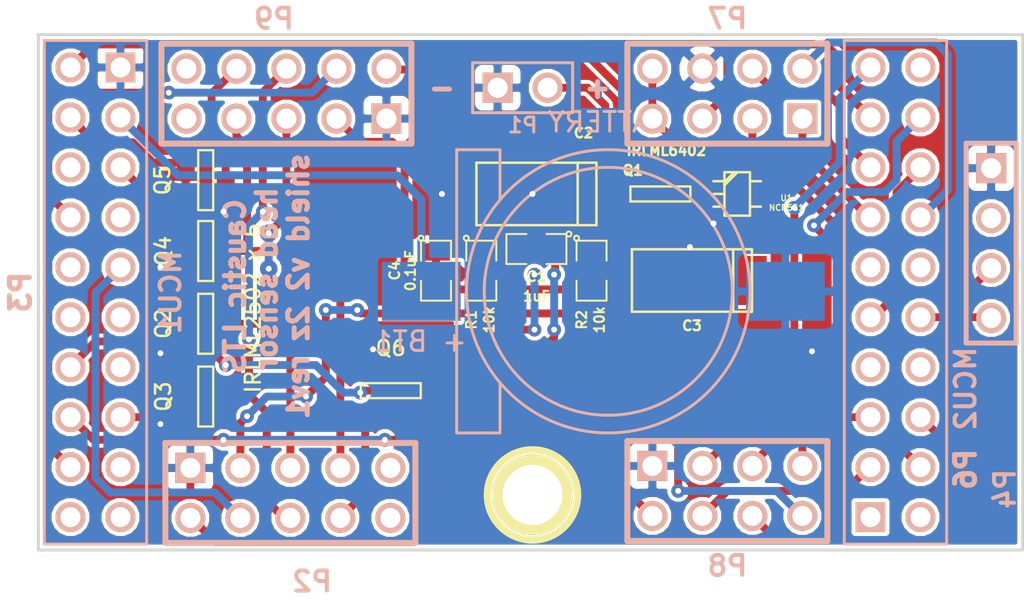
<source format=kicad_pcb>
(kicad_pcb (version 3) (host pcbnew "(2013-may-18)-stable")

  (general
    (links 66)
    (no_connects 0)
    (area 60.905 44.4304 112.675001 74.5596)
    (thickness 1.6)
    (drawings 8)
    (tracks 331)
    (zones 0)
    (modules 23)
    (nets 34)
  )

  (page A3)
  (layers
    (15 F.Cu signal)
    (0 B.Cu signal)
    (16 B.Adhes user)
    (17 F.Adhes user)
    (18 B.Paste user)
    (19 F.Paste user)
    (20 B.SilkS user)
    (21 F.SilkS user)
    (22 B.Mask user)
    (23 F.Mask user)
    (24 Dwgs.User user)
    (25 Cmts.User user)
    (26 Eco1.User user)
    (27 Eco2.User user)
    (28 Edge.Cuts user)
  )

  (setup
    (last_trace_width 0.4)
    (trace_clearance 0.15)
    (zone_clearance 0.2)
    (zone_45_only no)
    (trace_min 0.254)
    (segment_width 0.2)
    (edge_width 0.15)
    (via_size 0.7)
    (via_drill 0.3)
    (via_min_size 0.7)
    (via_min_drill 0.3)
    (uvia_size 0.508)
    (uvia_drill 0.127)
    (uvias_allowed no)
    (uvia_min_size 0.508)
    (uvia_min_drill 0.127)
    (pcb_text_width 0.3)
    (pcb_text_size 1 1)
    (mod_edge_width 0.15)
    (mod_text_size 1 1)
    (mod_text_width 0.15)
    (pad_size 4 3)
    (pad_drill 0)
    (pad_to_mask_clearance 0)
    (aux_axis_origin 0 0)
    (visible_elements FFFFFFFF)
    (pcbplotparams
      (layerselection 3178497)
      (usegerberextensions true)
      (excludeedgelayer true)
      (linewidth 0.150000)
      (plotframeref false)
      (viasonmask false)
      (mode 1)
      (useauxorigin false)
      (hpglpennumber 1)
      (hpglpenspeed 20)
      (hpglpendiameter 15)
      (hpglpenoverlay 2)
      (psnegative false)
      (psa4output false)
      (plotreference true)
      (plotvalue true)
      (plotothertext true)
      (plotinvisibletext false)
      (padsonsilk false)
      (subtractmaskfromsilk false)
      (outputformat 1)
      (mirror false)
      (drillshape 1)
      (scaleselection 1)
      (outputdirectory ""))
  )

  (net 0 "")
  (net 1 +3.3V)
  (net 2 +BATT)
  (net 3 GND)
  (net 4 N-000001)
  (net 5 N-0000010)
  (net 6 N-0000011)
  (net 7 N-0000012)
  (net 8 N-0000013)
  (net 9 N-0000014)
  (net 10 N-0000015)
  (net 11 N-0000018)
  (net 12 N-000002)
  (net 13 N-0000020)
  (net 14 N-0000021)
  (net 15 N-0000022)
  (net 16 N-0000023)
  (net 17 N-0000024)
  (net 18 N-0000025)
  (net 19 N-0000026)
  (net 20 N-0000027)
  (net 21 N-0000028)
  (net 22 N-000003)
  (net 23 N-000004)
  (net 24 N-0000042)
  (net 25 N-0000043)
  (net 26 N-0000044)
  (net 27 N-0000045)
  (net 28 N-000005)
  (net 29 N-000006)
  (net 30 N-000007)
  (net 31 N-000008)
  (net 32 N-000009)
  (net 33 VCC)

  (net_class Default "This is the default net class."
    (clearance 0.15)
    (trace_width 0.4)
    (via_dia 0.7)
    (via_drill 0.3)
    (uvia_dia 0.508)
    (uvia_drill 0.127)
    (add_net "")
    (add_net +3.3V)
    (add_net +BATT)
    (add_net GND)
    (add_net N-000001)
    (add_net N-0000010)
    (add_net N-0000011)
    (add_net N-0000012)
    (add_net N-0000013)
    (add_net N-0000014)
    (add_net N-0000015)
    (add_net N-0000018)
    (add_net N-000002)
    (add_net N-0000020)
    (add_net N-0000021)
    (add_net N-0000022)
    (add_net N-0000023)
    (add_net N-0000024)
    (add_net N-0000025)
    (add_net N-0000026)
    (add_net N-0000027)
    (add_net N-0000028)
    (add_net N-000003)
    (add_net N-000004)
    (add_net N-0000042)
    (add_net N-0000043)
    (add_net N-0000044)
    (add_net N-0000045)
    (add_net N-000005)
    (add_net N-000006)
    (add_net N-000007)
    (add_net N-000008)
    (add_net N-000009)
    (add_net VCC)
  )

  (module sot323-5 (layer F.Cu) (tedit 56463721) (tstamp 5644E9B7)
    (at 98.1 54.1 270)
    (descr SOT323-5)
    (path /5644F15B)
    (attr smd)
    (fp_text reference U1 (at 0.2 -2.5 360) (layer F.SilkS)
      (effects (font (size 0.29972 0.29972) (thickness 0.06096)))
    )
    (fp_text value NCP551 (at 0.7 -2.5 360) (layer F.SilkS)
      (effects (font (size 0.29972 0.29972) (thickness 0.06096)))
    )
    (fp_line (start -0.4445 0.6477) (end -1.1049 -0.0127) (layer F.SilkS) (width 0.127))
    (fp_line (start -0.5969 0.6477) (end -1.1049 0.1524) (layer F.SilkS) (width 0.127))
    (fp_line (start 0.6477 -0.6477) (end 0.6477 -1.2065) (layer F.SilkS) (width 0.127))
    (fp_line (start -0.6477 -0.6477) (end -0.6477 -1.2065) (layer F.SilkS) (width 0.127))
    (fp_line (start 0 0.6477) (end 0 1.2065) (layer F.SilkS) (width 0.127))
    (fp_line (start 0.6477 0.6477) (end 0.6477 1.2065) (layer F.SilkS) (width 0.127))
    (fp_line (start -0.6477 0.6477) (end -0.6477 1.2065) (layer F.SilkS) (width 0.127))
    (fp_line (start -1.1049 -0.6477) (end 1.1049 -0.6477) (layer F.SilkS) (width 0.127))
    (fp_line (start 1.1049 -0.6477) (end 1.1049 0.6477) (layer F.SilkS) (width 0.127))
    (fp_line (start 1.1049 0.6477) (end -1.1049 0.6477) (layer F.SilkS) (width 0.127))
    (fp_line (start -1.1049 0.6477) (end -1.1049 -0.6477) (layer F.SilkS) (width 0.127))
    (pad 1 smd rect (at -0.65024 1.00076 270) (size 0.50038 0.8001)
      (layers F.Cu F.Paste F.Mask)
      (net 33 VCC)
    )
    (pad 3 smd rect (at 0.65024 1.00076 270) (size 0.50038 0.8001)
      (layers F.Cu F.Paste F.Mask)
      (net 33 VCC)
    )
    (pad 2 smd rect (at 0 1.00076 270) (size 0.50038 0.8001)
      (layers F.Cu F.Paste F.Mask)
      (net 3 GND)
    )
    (pad 4 smd rect (at 0.65024 -1.00076 270) (size 0.50038 0.8001)
      (layers F.Cu F.Paste F.Mask)
    )
    (pad 5 smd rect (at -0.65024 -1.00076 270) (size 0.50038 0.8001)
      (layers F.Cu F.Paste F.Mask)
      (net 1 +3.3V)
    )
    (model smd/smd_transistors/sot323-5.wrl
      (at (xyz 0 0 0))
      (scale (xyz 1 1 1))
      (rotate (xyz 0 0 0))
    )
  )

  (module SOT23GDS (layer F.Cu) (tedit 56463610) (tstamp 5644E9C2)
    (at 71.1 60.7 90)
    (descr "Module CMS SOT23 Transistore EBC")
    (tags "CMS SOT")
    (path /556DB460)
    (attr smd)
    (fp_text reference Q2 (at 0 -2.159 90) (layer F.SilkS)
      (effects (font (size 0.762 0.762) (thickness 0.12954)))
    )
    (fp_text value "" (at 0 0 90) (layer F.SilkS)
      (effects (font (size 0.762 0.762) (thickness 0.12954)))
    )
    (fp_line (start -1.524 -0.381) (end 1.524 -0.381) (layer F.SilkS) (width 0.11938))
    (fp_line (start 1.524 -0.381) (end 1.524 0.381) (layer F.SilkS) (width 0.11938))
    (fp_line (start 1.524 0.381) (end -1.524 0.381) (layer F.SilkS) (width 0.11938))
    (fp_line (start -1.524 0.381) (end -1.524 -0.381) (layer F.SilkS) (width 0.11938))
    (pad S smd rect (at -0.889 -1.016 90) (size 0.9144 0.9144)
      (layers F.Cu F.Paste F.Mask)
      (net 3 GND)
    )
    (pad G smd rect (at 0.889 -1.016 90) (size 0.9144 0.9144)
      (layers F.Cu F.Paste F.Mask)
      (net 29 N-000006)
    )
    (pad D smd rect (at 0 1.016 90) (size 0.9144 0.9144)
      (layers F.Cu F.Paste F.Mask)
      (net 20 N-0000027)
    )
    (model smd/cms_sot23.wrl
      (at (xyz 0 0 0))
      (scale (xyz 0.13 0.15 0.15))
      (rotate (xyz 0 0 0))
    )
  )

  (module SOT23GDS (layer F.Cu) (tedit 56463713) (tstamp 5644E9CD)
    (at 94.2 54.1 180)
    (descr "Module CMS SOT23 Transistore EBC")
    (tags "CMS SOT")
    (path /556DBCCA)
    (attr smd)
    (fp_text reference Q1 (at 1.4 1.2 180) (layer F.SilkS)
      (effects (font (size 0.5 0.5) (thickness 0.125)))
    )
    (fp_text value IRLML6402 (at -0.3 2.2 180) (layer F.SilkS)
      (effects (font (size 0.5 0.5) (thickness 0.125)))
    )
    (fp_line (start -1.524 -0.381) (end 1.524 -0.381) (layer F.SilkS) (width 0.11938))
    (fp_line (start 1.524 -0.381) (end 1.524 0.381) (layer F.SilkS) (width 0.11938))
    (fp_line (start 1.524 0.381) (end -1.524 0.381) (layer F.SilkS) (width 0.11938))
    (fp_line (start -1.524 0.381) (end -1.524 -0.381) (layer F.SilkS) (width 0.11938))
    (pad S smd rect (at -0.889 -1.016 180) (size 0.9144 0.9144)
      (layers F.Cu F.Paste F.Mask)
      (net 33 VCC)
    )
    (pad G smd rect (at 0.889 -1.016 180) (size 0.9144 0.9144)
      (layers F.Cu F.Paste F.Mask)
      (net 3 GND)
    )
    (pad D smd rect (at 0 1.016 180) (size 0.9144 0.9144)
      (layers F.Cu F.Paste F.Mask)
      (net 30 N-000007)
    )
    (model smd/cms_sot23.wrl
      (at (xyz 0 0 0))
      (scale (xyz 0.13 0.15 0.15))
      (rotate (xyz 0 0 0))
    )
  )

  (module SOT23GDS (layer F.Cu) (tedit 56463609) (tstamp 564644C7)
    (at 71.1 57 90)
    (descr "Module CMS SOT23 Transistore EBC")
    (tags "CMS SOT")
    (path /556DB488)
    (attr smd)
    (fp_text reference Q4 (at 0 -2.159 90) (layer F.SilkS)
      (effects (font (size 0.762 0.762) (thickness 0.12954)))
    )
    (fp_text value "" (at 0 0 90) (layer F.SilkS)
      (effects (font (size 0.762 0.762) (thickness 0.12954)))
    )
    (fp_line (start -1.524 -0.381) (end 1.524 -0.381) (layer F.SilkS) (width 0.11938))
    (fp_line (start 1.524 -0.381) (end 1.524 0.381) (layer F.SilkS) (width 0.11938))
    (fp_line (start 1.524 0.381) (end -1.524 0.381) (layer F.SilkS) (width 0.11938))
    (fp_line (start -1.524 0.381) (end -1.524 -0.381) (layer F.SilkS) (width 0.11938))
    (pad S smd rect (at -0.889 -1.016 90) (size 0.9144 0.9144)
      (layers F.Cu F.Paste F.Mask)
      (net 3 GND)
    )
    (pad G smd rect (at 0.889 -1.016 90) (size 0.9144 0.9144)
      (layers F.Cu F.Paste F.Mask)
      (net 4 N-000001)
    )
    (pad D smd rect (at 0 1.016 90) (size 0.9144 0.9144)
      (layers F.Cu F.Paste F.Mask)
      (net 28 N-000005)
    )
    (model smd/cms_sot23.wrl
      (at (xyz 0 0 0))
      (scale (xyz 0.13 0.15 0.15))
      (rotate (xyz 0 0 0))
    )
  )

  (module SOT23GDS (layer F.Cu) (tedit 56463614) (tstamp 5644E9E3)
    (at 71.1 64.4 90)
    (descr "Module CMS SOT23 Transistore EBC")
    (tags "CMS SOT")
    (path /556DB479)
    (attr smd)
    (fp_text reference Q3 (at 0 -2.159 90) (layer F.SilkS)
      (effects (font (size 0.762 0.762) (thickness 0.12954)))
    )
    (fp_text value "" (at 0 0 90) (layer F.SilkS)
      (effects (font (size 0.762 0.762) (thickness 0.12954)))
    )
    (fp_line (start -1.524 -0.381) (end 1.524 -0.381) (layer F.SilkS) (width 0.11938))
    (fp_line (start 1.524 -0.381) (end 1.524 0.381) (layer F.SilkS) (width 0.11938))
    (fp_line (start 1.524 0.381) (end -1.524 0.381) (layer F.SilkS) (width 0.11938))
    (fp_line (start -1.524 0.381) (end -1.524 -0.381) (layer F.SilkS) (width 0.11938))
    (pad S smd rect (at -0.889 -1.016 90) (size 0.9144 0.9144)
      (layers F.Cu F.Paste F.Mask)
      (net 3 GND)
    )
    (pad G smd rect (at 0.889 -1.016 90) (size 0.9144 0.9144)
      (layers F.Cu F.Paste F.Mask)
      (net 12 N-000002)
    )
    (pad D smd rect (at 0 1.016 90) (size 0.9144 0.9144)
      (layers F.Cu F.Paste F.Mask)
      (net 21 N-0000028)
    )
    (model smd/cms_sot23.wrl
      (at (xyz 0 0 0))
      (scale (xyz 0.13 0.15 0.15))
      (rotate (xyz 0 0 0))
    )
  )

  (module SOT23GDS (layer F.Cu) (tedit 56463673) (tstamp 5644E9EE)
    (at 80.5 64.1)
    (descr "Module CMS SOT23 Transistore EBC")
    (tags "CMS SOT")
    (path /556DB04B)
    (attr smd)
    (fp_text reference Q6 (at 0 -2.159) (layer F.SilkS)
      (effects (font (size 0.762 0.762) (thickness 0.12954)))
    )
    (fp_text value "" (at 0 0) (layer F.SilkS)
      (effects (font (size 0.762 0.762) (thickness 0.12954)))
    )
    (fp_line (start -1.524 -0.381) (end 1.524 -0.381) (layer F.SilkS) (width 0.11938))
    (fp_line (start 1.524 -0.381) (end 1.524 0.381) (layer F.SilkS) (width 0.11938))
    (fp_line (start 1.524 0.381) (end -1.524 0.381) (layer F.SilkS) (width 0.11938))
    (fp_line (start -1.524 0.381) (end -1.524 -0.381) (layer F.SilkS) (width 0.11938))
    (pad S smd rect (at -0.889 -1.016) (size 0.9144 0.9144)
      (layers F.Cu F.Paste F.Mask)
      (net 3 GND)
    )
    (pad G smd rect (at 0.889 -1.016) (size 0.9144 0.9144)
      (layers F.Cu F.Paste F.Mask)
      (net 22 N-000003)
    )
    (pad D smd rect (at 0 1.016) (size 0.9144 0.9144)
      (layers F.Cu F.Paste F.Mask)
      (net 11 N-0000018)
    )
    (model smd/cms_sot23.wrl
      (at (xyz 0 0 0))
      (scale (xyz 0.13 0.15 0.15))
      (rotate (xyz 0 0 0))
    )
  )

  (module SOT23GDS (layer F.Cu) (tedit 5646366D) (tstamp 5646424D)
    (at 71.1 53.4 90)
    (descr "Module CMS SOT23 Transistore EBC")
    (tags "CMS SOT")
    (path /556DB03C)
    (attr smd)
    (fp_text reference Q5 (at 0 -2.2 90) (layer F.SilkS)
      (effects (font (size 0.762 0.762) (thickness 0.12954)))
    )
    (fp_text value "IRLML2502 x 5" (at -6.5 2.4 90) (layer F.SilkS)
      (effects (font (size 0.762 0.762) (thickness 0.12954)))
    )
    (fp_line (start -1.524 -0.381) (end 1.524 -0.381) (layer F.SilkS) (width 0.11938))
    (fp_line (start 1.524 -0.381) (end 1.524 0.381) (layer F.SilkS) (width 0.11938))
    (fp_line (start 1.524 0.381) (end -1.524 0.381) (layer F.SilkS) (width 0.11938))
    (fp_line (start -1.524 0.381) (end -1.524 -0.381) (layer F.SilkS) (width 0.11938))
    (pad S smd rect (at -0.889 -1.016 90) (size 0.9144 0.9144)
      (layers F.Cu F.Paste F.Mask)
      (net 3 GND)
    )
    (pad G smd rect (at 0.889 -1.016 90) (size 0.9144 0.9144)
      (layers F.Cu F.Paste F.Mask)
      (net 18 N-0000025)
    )
    (pad D smd rect (at 0 1.016 90) (size 0.9144 0.9144)
      (layers F.Cu F.Paste F.Mask)
      (net 19 N-0000026)
    )
    (model smd/cms_sot23.wrl
      (at (xyz 0 0 0))
      (scale (xyz 0.13 0.15 0.15))
      (rotate (xyz 0 0 0))
    )
  )

  (module SM0805 (layer F.Cu) (tedit 56463693) (tstamp 5644EA06)
    (at 85.1 58 270)
    (path /5644F539)
    (attr smd)
    (fp_text reference R1 (at 2.5 0.5 270) (layer F.SilkS)
      (effects (font (size 0.50038 0.50038) (thickness 0.10922)))
    )
    (fp_text value 10k (at 2.5 -0.4 270) (layer F.SilkS)
      (effects (font (size 0.50038 0.50038) (thickness 0.10922)))
    )
    (fp_circle (center -1.651 0.762) (end -1.651 0.635) (layer F.SilkS) (width 0.09906))
    (fp_line (start -0.508 0.762) (end -1.524 0.762) (layer F.SilkS) (width 0.09906))
    (fp_line (start -1.524 0.762) (end -1.524 -0.762) (layer F.SilkS) (width 0.09906))
    (fp_line (start -1.524 -0.762) (end -0.508 -0.762) (layer F.SilkS) (width 0.09906))
    (fp_line (start 0.508 -0.762) (end 1.524 -0.762) (layer F.SilkS) (width 0.09906))
    (fp_line (start 1.524 -0.762) (end 1.524 0.762) (layer F.SilkS) (width 0.09906))
    (fp_line (start 1.524 0.762) (end 0.508 0.762) (layer F.SilkS) (width 0.09906))
    (pad 1 smd rect (at -0.9525 0 270) (size 0.889 1.397)
      (layers F.Cu F.Paste F.Mask)
      (net 3 GND)
    )
    (pad 2 smd rect (at 0.9525 0 270) (size 0.889 1.397)
      (layers F.Cu F.Paste F.Mask)
      (net 13 N-0000020)
    )
    (model smd/chip_cms.wrl
      (at (xyz 0 0 0))
      (scale (xyz 0.1 0.1 0.1))
      (rotate (xyz 0 0 0))
    )
  )

  (module SM0805 (layer F.Cu) (tedit 5646388A) (tstamp 5644EA13)
    (at 90.7 58 270)
    (path /5644F52A)
    (attr smd)
    (fp_text reference R2 (at 2.5 0.5 270) (layer F.SilkS)
      (effects (font (size 0.50038 0.50038) (thickness 0.10922)))
    )
    (fp_text value 10k (at 2.5 -0.4 270) (layer F.SilkS)
      (effects (font (size 0.50038 0.50038) (thickness 0.10922)))
    )
    (fp_circle (center -1.651 0.762) (end -1.651 0.635) (layer F.SilkS) (width 0.09906))
    (fp_line (start -0.508 0.762) (end -1.524 0.762) (layer F.SilkS) (width 0.09906))
    (fp_line (start -1.524 0.762) (end -1.524 -0.762) (layer F.SilkS) (width 0.09906))
    (fp_line (start -1.524 -0.762) (end -0.508 -0.762) (layer F.SilkS) (width 0.09906))
    (fp_line (start 0.508 -0.762) (end 1.524 -0.762) (layer F.SilkS) (width 0.09906))
    (fp_line (start 1.524 -0.762) (end 1.524 0.762) (layer F.SilkS) (width 0.09906))
    (fp_line (start 1.524 0.762) (end 0.508 0.762) (layer F.SilkS) (width 0.09906))
    (pad 1 smd rect (at -0.9525 0 270) (size 0.889 1.397)
      (layers F.Cu F.Paste F.Mask)
      (net 33 VCC)
    )
    (pad 2 smd rect (at 0.9525 0 270) (size 0.889 1.397)
      (layers F.Cu F.Paste F.Mask)
      (net 13 N-0000020)
    )
    (model smd/chip_cms.wrl
      (at (xyz 0 0 0))
      (scale (xyz 0.1 0.1 0.1))
      (rotate (xyz 0 0 0))
    )
  )

  (module SM0805 (layer F.Cu) (tedit 5646369B) (tstamp 5644EA20)
    (at 87.9 56.9 180)
    (path /556DA789)
    (attr smd)
    (fp_text reference C1 (at 0 -1.4 180) (layer F.SilkS)
      (effects (font (size 0.50038 0.50038) (thickness 0.10922)))
    )
    (fp_text value 1uF (at 0 -2.4 180) (layer F.SilkS)
      (effects (font (size 0.50038 0.50038) (thickness 0.10922)))
    )
    (fp_circle (center -1.651 0.762) (end -1.651 0.635) (layer F.SilkS) (width 0.09906))
    (fp_line (start -0.508 0.762) (end -1.524 0.762) (layer F.SilkS) (width 0.09906))
    (fp_line (start -1.524 0.762) (end -1.524 -0.762) (layer F.SilkS) (width 0.09906))
    (fp_line (start -1.524 -0.762) (end -0.508 -0.762) (layer F.SilkS) (width 0.09906))
    (fp_line (start 0.508 -0.762) (end 1.524 -0.762) (layer F.SilkS) (width 0.09906))
    (fp_line (start 1.524 -0.762) (end 1.524 0.762) (layer F.SilkS) (width 0.09906))
    (fp_line (start 1.524 0.762) (end 0.508 0.762) (layer F.SilkS) (width 0.09906))
    (pad 1 smd rect (at -0.9525 0 180) (size 0.889 1.397)
      (layers F.Cu F.Paste F.Mask)
      (net 33 VCC)
    )
    (pad 2 smd rect (at 0.9525 0 180) (size 0.889 1.397)
      (layers F.Cu F.Paste F.Mask)
      (net 3 GND)
    )
    (model smd/chip_cms.wrl
      (at (xyz 0 0 0))
      (scale (xyz 0.1 0.1 0.1))
      (rotate (xyz 0 0 0))
    )
  )

  (module PIN_ARRAY_5x2 (layer B.Cu) (tedit 5646376B) (tstamp 5644EA32)
    (at 75.2 49 180)
    (descr "Double rangee de contacts 2 x 5 pins")
    (tags CONN)
    (path /5643A06A)
    (fp_text reference P9 (at 0.635 3.81 180) (layer B.SilkS)
      (effects (font (size 1.016 1.016) (thickness 0.2032)) (justify mirror))
    )
    (fp_text value Zone1 (at 0 -3.7 180) (layer B.SilkS) hide
      (effects (font (size 1.016 1.016) (thickness 0.2032)) (justify mirror))
    )
    (fp_line (start -6.35 2.54) (end 6.35 2.54) (layer B.SilkS) (width 0.3048))
    (fp_line (start 6.35 2.54) (end 6.35 -2.54) (layer B.SilkS) (width 0.3048))
    (fp_line (start 6.35 -2.54) (end -6.35 -2.54) (layer B.SilkS) (width 0.3048))
    (fp_line (start -6.35 -2.54) (end -6.35 2.54) (layer B.SilkS) (width 0.3048))
    (pad 1 thru_hole rect (at -5.08 -1.27 180) (size 1.524 1.524) (drill 1.016)
      (layers *.Cu *.Mask B.SilkS)
      (net 3 GND)
    )
    (pad 2 thru_hole circle (at -5.08 1.27 180) (size 1.524 1.524) (drill 1.016)
      (layers *.Cu *.Mask B.SilkS)
      (net 33 VCC)
    )
    (pad 3 thru_hole circle (at -2.54 -1.27 180) (size 1.524 1.524) (drill 1.016)
      (layers *.Cu *.Mask B.SilkS)
      (net 1 +3.3V)
    )
    (pad 4 thru_hole circle (at -2.54 1.27 180) (size 1.524 1.524) (drill 1.016)
      (layers *.Cu *.Mask B.SilkS)
      (net 15 N-0000022)
    )
    (pad 5 thru_hole circle (at 0 -1.27 180) (size 1.524 1.524) (drill 1.016)
      (layers *.Cu *.Mask B.SilkS)
      (net 20 N-0000027)
    )
    (pad 6 thru_hole circle (at 0 1.27 180) (size 1.524 1.524) (drill 1.016)
      (layers *.Cu *.Mask B.SilkS)
      (net 21 N-0000028)
    )
    (pad 7 thru_hole circle (at 2.54 -1.27 180) (size 1.524 1.524) (drill 1.016)
      (layers *.Cu *.Mask B.SilkS)
      (net 28 N-000005)
    )
    (pad 8 thru_hole circle (at 2.54 1.27 180) (size 1.524 1.524) (drill 1.016)
      (layers *.Cu *.Mask B.SilkS)
      (net 19 N-0000026)
    )
    (pad 9 thru_hole circle (at 5.08 -1.27 180) (size 1.524 1.524) (drill 1.016)
      (layers *.Cu *.Mask B.SilkS)
    )
    (pad 10 thru_hole circle (at 5.08 1.27 180) (size 1.524 1.524) (drill 1.016)
      (layers *.Cu *.Mask B.SilkS)
    )
    (model pin_array/pins_array_5x2.wrl
      (at (xyz 0 0 0))
      (scale (xyz 1 1 1))
      (rotate (xyz 0 0 0))
    )
  )

  (module PIN_ARRAY_5x2 (layer B.Cu) (tedit 56463778) (tstamp 5644EA44)
    (at 75.4 69.3)
    (descr "Double rangee de contacts 2 x 5 pins")
    (tags CONN)
    (path /5644E82D)
    (fp_text reference P2 (at 1.1 4.5) (layer B.SilkS)
      (effects (font (size 1.016 1.016) (thickness 0.2032)) (justify mirror))
    )
    (fp_text value Zone2 (at 0 -3.7) (layer B.SilkS) hide
      (effects (font (size 1.016 1.016) (thickness 0.2032)) (justify mirror))
    )
    (fp_line (start -6.35 2.54) (end 6.35 2.54) (layer B.SilkS) (width 0.3048))
    (fp_line (start 6.35 2.54) (end 6.35 -2.54) (layer B.SilkS) (width 0.3048))
    (fp_line (start 6.35 -2.54) (end -6.35 -2.54) (layer B.SilkS) (width 0.3048))
    (fp_line (start -6.35 -2.54) (end -6.35 2.54) (layer B.SilkS) (width 0.3048))
    (pad 1 thru_hole rect (at -5.08 -1.27) (size 1.524 1.524) (drill 1.016)
      (layers *.Cu *.Mask B.SilkS)
      (net 3 GND)
    )
    (pad 2 thru_hole circle (at -5.08 1.27) (size 1.524 1.524) (drill 1.016)
      (layers *.Cu *.Mask B.SilkS)
      (net 33 VCC)
    )
    (pad 3 thru_hole circle (at -2.54 -1.27) (size 1.524 1.524) (drill 1.016)
      (layers *.Cu *.Mask B.SilkS)
      (net 1 +3.3V)
    )
    (pad 4 thru_hole circle (at -2.54 1.27) (size 1.524 1.524) (drill 1.016)
      (layers *.Cu *.Mask B.SilkS)
      (net 14 N-0000021)
    )
    (pad 5 thru_hole circle (at 0 -1.27) (size 1.524 1.524) (drill 1.016)
      (layers *.Cu *.Mask B.SilkS)
      (net 20 N-0000027)
    )
    (pad 6 thru_hole circle (at 0 1.27) (size 1.524 1.524) (drill 1.016)
      (layers *.Cu *.Mask B.SilkS)
      (net 21 N-0000028)
    )
    (pad 7 thru_hole circle (at 2.54 -1.27) (size 1.524 1.524) (drill 1.016)
      (layers *.Cu *.Mask B.SilkS)
      (net 28 N-000005)
    )
    (pad 8 thru_hole circle (at 2.54 1.27) (size 1.524 1.524) (drill 1.016)
      (layers *.Cu *.Mask B.SilkS)
      (net 11 N-0000018)
    )
    (pad 9 thru_hole circle (at 5.08 -1.27) (size 1.524 1.524) (drill 1.016)
      (layers *.Cu *.Mask B.SilkS)
    )
    (pad 10 thru_hole circle (at 5.08 1.27) (size 1.524 1.524) (drill 1.016)
      (layers *.Cu *.Mask B.SilkS)
    )
    (model pin_array/pins_array_5x2.wrl
      (at (xyz 0 0 0))
      (scale (xyz 1 1 1))
      (rotate (xyz 0 0 0))
    )
  )

  (module pin_array_4x2 (layer B.Cu) (tedit 3FAB90E6) (tstamp 5644EA54)
    (at 97.6 69.2)
    (descr "Double rangee de contacts 2 x 4 pins")
    (tags CONN)
    (path /556DA61D)
    (fp_text reference P8 (at 0 3.81) (layer B.SilkS)
      (effects (font (size 1.016 1.016) (thickness 0.2032)) (justify mirror))
    )
    (fp_text value NRF24L01 (at 0 -3.81) (layer B.SilkS) hide
      (effects (font (size 1.016 1.016) (thickness 0.2032)) (justify mirror))
    )
    (fp_line (start -5.08 2.54) (end 5.08 2.54) (layer B.SilkS) (width 0.3048))
    (fp_line (start 5.08 2.54) (end 5.08 -2.54) (layer B.SilkS) (width 0.3048))
    (fp_line (start 5.08 -2.54) (end -5.08 -2.54) (layer B.SilkS) (width 0.3048))
    (fp_line (start -5.08 -2.54) (end -5.08 2.54) (layer B.SilkS) (width 0.3048))
    (pad 1 thru_hole rect (at -3.81 -1.27) (size 1.524 1.524) (drill 1.016)
      (layers *.Cu *.Mask B.SilkS)
      (net 3 GND)
    )
    (pad 2 thru_hole circle (at -3.81 1.27) (size 1.524 1.524) (drill 1.016)
      (layers *.Cu *.Mask B.SilkS)
      (net 1 +3.3V)
    )
    (pad 3 thru_hole circle (at -1.27 -1.27) (size 1.524 1.524) (drill 1.016)
      (layers *.Cu *.Mask B.SilkS)
      (net 32 N-000009)
    )
    (pad 4 thru_hole circle (at -1.27 1.27) (size 1.524 1.524) (drill 1.016)
      (layers *.Cu *.Mask B.SilkS)
      (net 5 N-0000010)
    )
    (pad 5 thru_hole circle (at 1.27 -1.27) (size 1.524 1.524) (drill 1.016)
      (layers *.Cu *.Mask B.SilkS)
      (net 6 N-0000011)
    )
    (pad 6 thru_hole circle (at 1.27 1.27) (size 1.524 1.524) (drill 1.016)
      (layers *.Cu *.Mask B.SilkS)
      (net 7 N-0000012)
    )
    (pad 7 thru_hole circle (at 3.81 -1.27) (size 1.524 1.524) (drill 1.016)
      (layers *.Cu *.Mask B.SilkS)
      (net 8 N-0000013)
    )
    (pad 8 thru_hole circle (at 3.81 1.27) (size 1.524 1.524) (drill 1.016)
      (layers *.Cu *.Mask B.SilkS)
      (net 31 N-000008)
    )
    (model pin_array/pins_array_4x2.wrl
      (at (xyz 0 0 0))
      (scale (xyz 1 1 1))
      (rotate (xyz 0 0 0))
    )
  )

  (module pin_array_4x2 (layer B.Cu) (tedit 56463753) (tstamp 5644EA64)
    (at 97.6 49 180)
    (descr "Double rangee de contacts 2 x 4 pins")
    (tags CONN)
    (path /556DA581)
    (fp_text reference P7 (at 0 3.81 180) (layer B.SilkS)
      (effects (font (size 1.016 1.016) (thickness 0.2032)) (justify mirror))
    )
    (fp_text value RFID (at 0 -3.81 180) (layer B.SilkS) hide
      (effects (font (size 1.016 1.016) (thickness 0.2032)) (justify mirror))
    )
    (fp_line (start -5.08 2.54) (end 5.08 2.54) (layer B.SilkS) (width 0.3048))
    (fp_line (start 5.08 2.54) (end 5.08 -2.54) (layer B.SilkS) (width 0.3048))
    (fp_line (start 5.08 -2.54) (end -5.08 -2.54) (layer B.SilkS) (width 0.3048))
    (fp_line (start -5.08 -2.54) (end -5.08 2.54) (layer B.SilkS) (width 0.3048))
    (pad 1 thru_hole rect (at -3.81 -1.27 180) (size 1.524 1.524) (drill 1.016)
      (layers *.Cu *.Mask B.SilkS)
      (net 9 N-0000014)
    )
    (pad 2 thru_hole circle (at -3.81 1.27 180) (size 1.524 1.524) (drill 1.016)
      (layers *.Cu *.Mask B.SilkS)
      (net 24 N-0000042)
    )
    (pad 3 thru_hole circle (at -1.27 -1.27 180) (size 1.524 1.524) (drill 1.016)
      (layers *.Cu *.Mask B.SilkS)
      (net 26 N-0000044)
    )
    (pad 4 thru_hole circle (at -1.27 1.27 180) (size 1.524 1.524) (drill 1.016)
      (layers *.Cu *.Mask B.SilkS)
      (net 27 N-0000045)
    )
    (pad 5 thru_hole circle (at 1.27 -1.27 180) (size 1.524 1.524) (drill 1.016)
      (layers *.Cu *.Mask B.SilkS)
      (net 25 N-0000043)
    )
    (pad 6 thru_hole circle (at 1.27 1.27 180) (size 1.524 1.524) (drill 1.016)
      (layers *.Cu *.Mask B.SilkS)
      (net 3 GND)
    )
    (pad 7 thru_hole circle (at 3.81 -1.27 180) (size 1.524 1.524) (drill 1.016)
      (layers *.Cu *.Mask B.SilkS)
      (net 1 +3.3V)
    )
    (pad 8 thru_hole circle (at 3.81 1.27 180) (size 1.524 1.524) (drill 1.016)
      (layers *.Cu *.Mask B.SilkS)
      (net 1 +3.3V)
    )
    (model pin_array/pins_array_4x2.wrl
      (at (xyz 0 0 0))
      (scale (xyz 1 1 1))
      (rotate (xyz 0 0 0))
    )
  )

  (module PIN_ARRAY_4x1 (layer B.Cu) (tedit 56463875) (tstamp 5644EA70)
    (at 111 56.6 270)
    (descr "Double rangee de contacts 2 x 5 pins")
    (tags CONN)
    (path /556DABA6)
    (fp_text reference P4 (at 12.5 -0.7 270) (layer B.SilkS)
      (effects (font (size 1.016 1.016) (thickness 0.2032)) (justify mirror))
    )
    (fp_text value USART1 (at 8.1 -0.7 270) (layer B.SilkS) hide
      (effects (font (size 1.016 1.016) (thickness 0.2032)) (justify mirror))
    )
    (fp_line (start 5.08 -1.27) (end -5.08 -1.27) (layer B.SilkS) (width 0.254))
    (fp_line (start 5.08 1.27) (end -5.08 1.27) (layer B.SilkS) (width 0.254))
    (fp_line (start -5.08 1.27) (end -5.08 -1.27) (layer B.SilkS) (width 0.254))
    (fp_line (start 5.08 -1.27) (end 5.08 1.27) (layer B.SilkS) (width 0.254))
    (pad 1 thru_hole rect (at -3.81 0 270) (size 1.524 1.524) (drill 1.016)
      (layers *.Cu *.Mask B.SilkS)
      (net 3 GND)
    )
    (pad 2 thru_hole circle (at -1.27 0 270) (size 1.524 1.524) (drill 1.016)
      (layers *.Cu *.Mask B.SilkS)
    )
    (pad 3 thru_hole circle (at 1.27 0 270) (size 1.524 1.524) (drill 1.016)
      (layers *.Cu *.Mask B.SilkS)
      (net 17 N-0000024)
    )
    (pad 4 thru_hole circle (at 3.81 0 270) (size 1.524 1.524) (drill 1.016)
      (layers *.Cu *.Mask B.SilkS)
      (net 16 N-0000023)
    )
    (model pin_array\pins_array_4x1.wrl
      (at (xyz 0 0 0))
      (scale (xyz 1 1 1))
      (rotate (xyz 0 0 0))
    )
  )

  (module PIN_ARRAY_2X1 (layer B.Cu) (tedit 4565C520) (tstamp 5644EA7A)
    (at 87.2 48.7)
    (descr "Connecteurs 2 pins")
    (tags "CONN DEV")
    (path /556DBCF7)
    (fp_text reference P1 (at 0 1.905) (layer B.SilkS)
      (effects (font (size 0.762 0.762) (thickness 0.1524)) (justify mirror))
    )
    (fp_text value Power_in (at 0 1.905) (layer B.SilkS) hide
      (effects (font (size 0.762 0.762) (thickness 0.1524)) (justify mirror))
    )
    (fp_line (start -2.54 -1.27) (end -2.54 1.27) (layer B.SilkS) (width 0.1524))
    (fp_line (start -2.54 1.27) (end 2.54 1.27) (layer B.SilkS) (width 0.1524))
    (fp_line (start 2.54 1.27) (end 2.54 -1.27) (layer B.SilkS) (width 0.1524))
    (fp_line (start 2.54 -1.27) (end -2.54 -1.27) (layer B.SilkS) (width 0.1524))
    (pad 1 thru_hole rect (at -1.27 0) (size 1.524 1.524) (drill 1.016)
      (layers *.Cu *.Mask B.SilkS)
      (net 3 GND)
    )
    (pad 2 thru_hole circle (at 1.27 0) (size 1.524 1.524) (drill 1.016)
      (layers *.Cu *.Mask B.SilkS)
      (net 30 N-000007)
    )
    (model pin_array/pins_array_2x1.wrl
      (at (xyz 0 0 0))
      (scale (xyz 1 1 1))
      (rotate (xyz 0 0 0))
    )
  )

  (module pin_array_10x2 (layer B.Cu) (tedit 56463870) (tstamp 5644EA96)
    (at 106.14 59.1 90)
    (tags CONN)
    (path /556DA543)
    (fp_text reference P6 (at -9 3.56 90) (layer B.SilkS)
      (effects (font (size 1.016 1.016) (thickness 0.254)) (justify mirror))
    )
    (fp_text value MCU2 (at -4.9 3.56 90) (layer B.SilkS)
      (effects (font (size 1.016 1.016) (thickness 0.2032)) (justify mirror))
    )
    (fp_line (start -12.8 2.6) (end 12.8 2.6) (layer B.SilkS) (width 0.15))
    (fp_line (start 12.8 2.6) (end 12.8 -2.6) (layer B.SilkS) (width 0.15))
    (fp_line (start 12.8 -2.6) (end -12.8 -2.6) (layer B.SilkS) (width 0.15))
    (fp_line (start -12.8 -2.6) (end -12.8 2.6) (layer B.SilkS) (width 0.15))
    (pad 1 thru_hole rect (at -11.43 -1.27 90) (size 1.524 1.524) (drill 1.016)
      (layers *.Cu *.Mask B.SilkS)
      (net 10 N-0000015)
    )
    (pad 2 thru_hole circle (at -11.43 1.27 90) (size 1.524 1.524) (drill 1.016)
      (layers *.Cu *.Mask B.SilkS)
      (net 23 N-000004)
    )
    (pad 3 thru_hole circle (at -8.89 -1.27 90) (size 1.524 1.524) (drill 1.016)
      (layers *.Cu *.Mask B.SilkS)
      (net 5 N-0000010)
    )
    (pad 4 thru_hole circle (at -8.89 1.27 90) (size 1.524 1.524) (drill 1.016)
      (layers *.Cu *.Mask B.SilkS)
      (net 6 N-0000011)
    )
    (pad 5 thru_hole circle (at -6.35 -1.27 90) (size 1.524 1.524) (drill 1.016)
      (layers *.Cu *.Mask B.SilkS)
      (net 8 N-0000013)
    )
    (pad 6 thru_hole circle (at -6.35 1.27 90) (size 1.524 1.524) (drill 1.016)
      (layers *.Cu *.Mask B.SilkS)
      (net 7 N-0000012)
    )
    (pad 7 thru_hole circle (at -3.81 -1.27 90) (size 1.524 1.524) (drill 1.016)
      (layers *.Cu *.Mask B.SilkS)
    )
    (pad 8 thru_hole circle (at -3.81 1.27 90) (size 1.524 1.524) (drill 1.016)
      (layers *.Cu *.Mask B.SilkS)
    )
    (pad 9 thru_hole circle (at -1.27 -1.27 90) (size 1.524 1.524) (drill 1.016)
      (layers *.Cu *.Mask B.SilkS)
      (net 17 N-0000024)
    )
    (pad 10 thru_hole circle (at -1.27 1.27 90) (size 1.524 1.524) (drill 1.016)
      (layers *.Cu *.Mask B.SilkS)
      (net 16 N-0000023)
    )
    (pad 11 thru_hole circle (at 1.27 -1.27 90) (size 1.524 1.524) (drill 1.016)
      (layers *.Cu *.Mask B.SilkS)
    )
    (pad 12 thru_hole circle (at 1.27 1.27 90) (size 1.524 1.524) (drill 1.016)
      (layers *.Cu *.Mask B.SilkS)
    )
    (pad 13 thru_hole circle (at 3.81 -1.27 90) (size 1.524 1.524) (drill 1.016)
      (layers *.Cu *.Mask B.SilkS)
      (net 9 N-0000014)
    )
    (pad 14 thru_hole circle (at 3.81 1.27 90) (size 1.524 1.524) (drill 1.016)
      (layers *.Cu *.Mask B.SilkS)
      (net 24 N-0000042)
    )
    (pad 15 thru_hole circle (at 6.35 -1.27 90) (size 1.524 1.524) (drill 1.016)
      (layers *.Cu *.Mask B.SilkS)
      (net 27 N-0000045)
    )
    (pad 16 thru_hole circle (at 6.35 1.27 90) (size 1.524 1.524) (drill 1.016)
      (layers *.Cu *.Mask B.SilkS)
      (net 26 N-0000044)
    )
    (pad 17 thru_hole circle (at 8.89 -1.27 90) (size 1.524 1.524) (drill 1.016)
      (layers *.Cu *.Mask B.SilkS)
      (net 25 N-0000043)
    )
    (pad 18 thru_hole circle (at 8.89 1.27 90) (size 1.524 1.524) (drill 1.016)
      (layers *.Cu *.Mask B.SilkS)
      (net 32 N-000009)
    )
    (pad 19 thru_hole circle (at 11.43 -1.27 90) (size 1.524 1.524) (drill 1.016)
      (layers *.Cu *.Mask B.SilkS)
      (net 31 N-000008)
    )
    (pad 20 thru_hole circle (at 11.43 1.27 90) (size 1.524 1.524) (drill 1.016)
      (layers *.Cu *.Mask B.SilkS)
    )
  )

  (module pin_array_10x2 (layer B.Cu) (tedit 5639D82F) (tstamp 5644EAB2)
    (at 65.5 59.1 270)
    (tags CONN)
    (path /556DA534)
    (fp_text reference P3 (at 0 3.81 270) (layer B.SilkS)
      (effects (font (size 1.016 1.016) (thickness 0.254)) (justify mirror))
    )
    (fp_text value MCU1 (at 0 -3.81 270) (layer B.SilkS)
      (effects (font (size 1.016 1.016) (thickness 0.2032)) (justify mirror))
    )
    (fp_line (start -12.8 2.6) (end 12.8 2.6) (layer B.SilkS) (width 0.15))
    (fp_line (start 12.8 2.6) (end 12.8 -2.6) (layer B.SilkS) (width 0.15))
    (fp_line (start 12.8 -2.6) (end -12.8 -2.6) (layer B.SilkS) (width 0.15))
    (fp_line (start -12.8 -2.6) (end -12.8 2.6) (layer B.SilkS) (width 0.15))
    (pad 1 thru_hole rect (at -11.43 -1.27 270) (size 1.524 1.524) (drill 1.016)
      (layers *.Cu *.Mask B.SilkS)
      (net 3 GND)
    )
    (pad 2 thru_hole circle (at -11.43 1.27 270) (size 1.524 1.524) (drill 1.016)
      (layers *.Cu *.Mask B.SilkS)
      (net 1 +3.3V)
    )
    (pad 3 thru_hole circle (at -8.89 -1.27 270) (size 1.524 1.524) (drill 1.016)
      (layers *.Cu *.Mask B.SilkS)
      (net 2 +BATT)
    )
    (pad 4 thru_hole circle (at -8.89 1.27 270) (size 1.524 1.524) (drill 1.016)
      (layers *.Cu *.Mask B.SilkS)
      (net 18 N-0000025)
    )
    (pad 5 thru_hole circle (at -6.35 -1.27 270) (size 1.524 1.524) (drill 1.016)
      (layers *.Cu *.Mask B.SilkS)
      (net 22 N-000003)
    )
    (pad 6 thru_hole circle (at -6.35 1.27 270) (size 1.524 1.524) (drill 1.016)
      (layers *.Cu *.Mask B.SilkS)
    )
    (pad 7 thru_hole circle (at -3.81 -1.27 270) (size 1.524 1.524) (drill 1.016)
      (layers *.Cu *.Mask B.SilkS)
    )
    (pad 8 thru_hole circle (at -3.81 1.27 270) (size 1.524 1.524) (drill 1.016)
      (layers *.Cu *.Mask B.SilkS)
      (net 15 N-0000022)
    )
    (pad 9 thru_hole circle (at -1.27 -1.27 270) (size 1.524 1.524) (drill 1.016)
      (layers *.Cu *.Mask B.SilkS)
      (net 14 N-0000021)
    )
    (pad 10 thru_hole circle (at -1.27 1.27 270) (size 1.524 1.524) (drill 1.016)
      (layers *.Cu *.Mask B.SilkS)
    )
    (pad 11 thru_hole circle (at 1.27 -1.27 270) (size 1.524 1.524) (drill 1.016)
      (layers *.Cu *.Mask B.SilkS)
    )
    (pad 12 thru_hole circle (at 1.27 1.27 270) (size 1.524 1.524) (drill 1.016)
      (layers *.Cu *.Mask B.SilkS)
    )
    (pad 13 thru_hole circle (at 3.81 -1.27 270) (size 1.524 1.524) (drill 1.016)
      (layers *.Cu *.Mask B.SilkS)
    )
    (pad 14 thru_hole circle (at 3.81 1.27 270) (size 1.524 1.524) (drill 1.016)
      (layers *.Cu *.Mask B.SilkS)
      (net 29 N-000006)
    )
    (pad 15 thru_hole circle (at 6.35 -1.27 270) (size 1.524 1.524) (drill 1.016)
      (layers *.Cu *.Mask B.SilkS)
      (net 12 N-000002)
    )
    (pad 16 thru_hole circle (at 6.35 1.27 270) (size 1.524 1.524) (drill 1.016)
      (layers *.Cu *.Mask B.SilkS)
      (net 13 N-0000020)
    )
    (pad 17 thru_hole circle (at 8.89 -1.27 270) (size 1.524 1.524) (drill 1.016)
      (layers *.Cu *.Mask B.SilkS)
    )
    (pad 18 thru_hole circle (at 8.89 1.27 270) (size 1.524 1.524) (drill 1.016)
      (layers *.Cu *.Mask B.SilkS)
      (net 4 N-000001)
    )
    (pad 19 thru_hole circle (at 11.43 -1.27 270) (size 1.524 1.524) (drill 1.016)
      (layers *.Cu *.Mask B.SilkS)
    )
    (pad 20 thru_hole circle (at 11.43 1.27 270) (size 1.524 1.524) (drill 1.016)
      (layers *.Cu *.Mask B.SilkS)
    )
  )

  (module c_tant_C (layer F.Cu) (tedit 564636F9) (tstamp 564643E4)
    (at 87.9 54.1)
    (descr "SMT capacitor, tantalum size C")
    (path /556DA77A)
    (fp_text reference C2 (at 2.4 -3.1) (layer F.SilkS)
      (effects (font (size 0.50038 0.50038) (thickness 0.11938)))
    )
    (fp_text value 100uF (at 2.4 -2.1) (layer F.SilkS) hide
      (effects (font (size 0.7 0.7) (thickness 0.11938)))
    )
    (fp_line (start 2.0955 -1.5875) (end 2.0955 1.5875) (layer F.SilkS) (width 0.127))
    (fp_line (start -3.048 -1.5875) (end -3.048 1.5875) (layer F.SilkS) (width 0.127))
    (fp_line (start -3.048 1.5875) (end 3.048 1.5875) (layer F.SilkS) (width 0.127))
    (fp_line (start 3.048 1.5875) (end 3.048 -1.5875) (layer F.SilkS) (width 0.127))
    (fp_line (start 3.048 -1.5875) (end -3.048 -1.5875) (layer F.SilkS) (width 0.127))
    (pad 1 smd rect (at 2.52476 0) (size 2.55016 2.49936)
      (layers F.Cu F.Paste F.Mask)
      (net 33 VCC)
    )
    (pad 2 smd rect (at -2.52476 0) (size 2.55016 2.49936)
      (layers F.Cu F.Paste F.Mask)
      (net 3 GND)
    )
    (model smd/capacitors/c_tant_C.wrl
      (at (xyz 0 0 0))
      (scale (xyz 1 1 1))
      (rotate (xyz 0 0 0))
    )
  )

  (module c_tant_C (layer F.Cu) (tedit 56463893) (tstamp 5644EAE3)
    (at 95.8 58.5)
    (descr "SMT capacitor, tantalum size C")
    (path /556DA76B)
    (fp_text reference C3 (at 0 2.3) (layer F.SilkS)
      (effects (font (size 0.50038 0.50038) (thickness 0.11938)))
    )
    (fp_text value 100uF (at 0 3.2) (layer F.SilkS) hide
      (effects (font (size 0.50038 0.50038) (thickness 0.11938)))
    )
    (fp_line (start 2.0955 -1.5875) (end 2.0955 1.5875) (layer F.SilkS) (width 0.127))
    (fp_line (start -3.048 -1.5875) (end -3.048 1.5875) (layer F.SilkS) (width 0.127))
    (fp_line (start -3.048 1.5875) (end 3.048 1.5875) (layer F.SilkS) (width 0.127))
    (fp_line (start 3.048 1.5875) (end 3.048 -1.5875) (layer F.SilkS) (width 0.127))
    (fp_line (start 3.048 -1.5875) (end -3.048 -1.5875) (layer F.SilkS) (width 0.127))
    (pad 1 smd rect (at 2.52476 0) (size 2.55016 2.49936)
      (layers F.Cu F.Paste F.Mask)
      (net 1 +3.3V)
    )
    (pad 2 smd rect (at -2.52476 0) (size 2.55016 2.49936)
      (layers F.Cu F.Paste F.Mask)
      (net 3 GND)
    )
    (model smd/capacitors/c_tant_C.wrl
      (at (xyz 0 0 0))
      (scale (xyz 1 1 1))
      (rotate (xyz 0 0 0))
    )
  )

  (module CR1220-smd (layer B.Cu) (tedit 564637C0) (tstamp 5644FA8A)
    (at 91.55 59.05)
    (path /556DA9A3)
    (fp_text reference "+ BT1" (at -9.55 2.55) (layer B.SilkS)
      (effects (font (size 1 1) (thickness 0.15)) (justify mirror))
    )
    (fp_text value BATTERY (at 0 -8.6) (layer B.SilkS)
      (effects (font (size 1 1) (thickness 0.15)) (justify mirror))
    )
    (fp_line (start -7.7 0) (end -7.7 -7.2) (layer B.SilkS) (width 0.15))
    (fp_line (start -7.7 -7.2) (end -5.5 -7.2) (layer B.SilkS) (width 0.15))
    (fp_line (start -5.5 -7.2) (end -5.5 -4.7) (layer B.SilkS) (width 0.15))
    (fp_line (start -7.7 0) (end -7.7 7.2) (layer B.SilkS) (width 0.15))
    (fp_line (start -7.7 7.2) (end -6.4 7.2) (layer B.SilkS) (width 0.15))
    (fp_line (start -6.4 7.2) (end -5.5 7.2) (layer B.SilkS) (width 0.15))
    (fp_line (start -5.5 7.2) (end -5.5 4.7) (layer B.SilkS) (width 0.15))
    (fp_circle (center 0 0) (end 7.2 0.1) (layer B.SilkS) (width 0.15))
    (fp_circle (center 0 0) (end 6.3 0.1) (layer B.SilkS) (width 0.15))
    (pad 1 smd rect (at -9.5 0) (size 4 3)
      (layers B.Cu B.Paste B.Mask)
      (net 2 +BATT)
    )
    (pad 2 smd rect (at 9 0) (size 4 3)
      (layers B.Cu B.Paste B.Mask)
      (net 3 GND)
    )
  )

  (module SM0805 (layer F.Cu) (tedit 5646368C) (tstamp 56450017)
    (at 82.8 58 270)
    (path /5644F81F)
    (attr smd)
    (fp_text reference C4 (at 0 2.1 270) (layer F.SilkS)
      (effects (font (size 0.50038 0.50038) (thickness 0.10922)))
    )
    (fp_text value 0.1uF (at 0 1.3 270) (layer F.SilkS)
      (effects (font (size 0.50038 0.50038) (thickness 0.10922)))
    )
    (fp_circle (center -1.651 0.762) (end -1.651 0.635) (layer F.SilkS) (width 0.09906))
    (fp_line (start -0.508 0.762) (end -1.524 0.762) (layer F.SilkS) (width 0.09906))
    (fp_line (start -1.524 0.762) (end -1.524 -0.762) (layer F.SilkS) (width 0.09906))
    (fp_line (start -1.524 -0.762) (end -0.508 -0.762) (layer F.SilkS) (width 0.09906))
    (fp_line (start 0.508 -0.762) (end 1.524 -0.762) (layer F.SilkS) (width 0.09906))
    (fp_line (start 1.524 -0.762) (end 1.524 0.762) (layer F.SilkS) (width 0.09906))
    (fp_line (start 1.524 0.762) (end 0.508 0.762) (layer F.SilkS) (width 0.09906))
    (pad 1 smd rect (at -0.9525 0 270) (size 0.889 1.397)
      (layers F.Cu F.Paste F.Mask)
      (net 3 GND)
    )
    (pad 2 smd rect (at 0.9525 0 270) (size 0.889 1.397)
      (layers F.Cu F.Paste F.Mask)
      (net 13 N-0000020)
    )
    (model smd/chip_cms.wrl
      (at (xyz 0 0 0))
      (scale (xyz 0.1 0.1 0.1))
      (rotate (xyz 0 0 0))
    )
  )

  (module 1pin (layer F.Cu) (tedit 5646367A) (tstamp 564641BA)
    (at 87.7 69.4)
    (descr "module 1 pin (ou trou mecanique de percage)")
    (tags DEV)
    (path 1pin)
    (fp_text reference "" (at 0 -3.048) (layer F.SilkS)
      (effects (font (size 1.016 1.016) (thickness 0.254)))
    )
    (fp_text value P*** (at 0 2.794) (layer F.SilkS) hide
      (effects (font (size 1.016 1.016) (thickness 0.254)))
    )
    (fp_circle (center 0 0) (end 0 -2.286) (layer F.SilkS) (width 0.381))
    (pad 1 thru_hole circle (at 0 0) (size 4.064 4.064) (drill 3.048)
      (layers *.Cu *.Mask F.SilkS)
    )
  )

  (gr_text "Caustic LTS\nhead sensor \nshield v2 2z rev1" (at 74.2 58.8 90) (layer B.SilkS)
    (effects (font (size 1 1) (thickness 0.25)) (justify mirror))
  )
  (gr_text - (at 83.1 48.7) (layer B.SilkS)
    (effects (font (size 1 1) (thickness 0.25)) (justify mirror))
  )
  (gr_text + (at 91 48.7) (layer B.SilkS)
    (effects (font (size 1 1) (thickness 0.25)) (justify mirror))
  )
  (gr_text + (at 91.1 48.7) (layer B.Cu)
    (effects (font (size 1 1) (thickness 0.25)) (justify mirror))
  )
  (gr_line (start 62.6 46) (end 112.6 46) (angle 90) (layer Edge.Cuts) (width 0.15))
  (gr_line (start 62.6 46) (end 62.6 72.2) (angle 90) (layer Edge.Cuts) (width 0.15))
  (gr_line (start 112.6 72.2) (end 112.6 46) (angle 90) (layer Edge.Cuts) (width 0.15))
  (gr_line (start 62.6 72.2) (end 112.6 72.2) (angle 90) (layer Edge.Cuts) (width 0.15))

  (segment (start 93.79 70.47) (end 93.77 70.47) (width 0.4) (layer F.Cu) (net 1))
  (segment (start 92.3 60.6) (end 92.725 60.175) (width 0.4) (layer F.Cu) (net 1) (tstamp 56462411))
  (segment (start 92.3 69) (end 92.3 60.6) (width 0.4) (layer F.Cu) (net 1) (tstamp 5646240F))
  (segment (start 93.77 70.47) (end 92.3 69) (width 0.4) (layer F.Cu) (net 1) (tstamp 5646240D))
  (segment (start 72.86 68.03) (end 72.86 65.74) (width 0.4) (layer F.Cu) (net 1))
  (segment (start 78.975 60.175) (end 81.8 60.175) (width 0.4) (layer F.Cu) (net 1) (tstamp 564622FE))
  (segment (start 78.8 60) (end 78.975 60.175) (width 0.4) (layer F.Cu) (net 1) (tstamp 564622FD))
  (via (at 78.8 60) (size 0.7) (layers F.Cu B.Cu) (net 1))
  (segment (start 77.2 60) (end 78.8 60) (width 0.4) (layer B.Cu) (net 1) (tstamp 564622F5))
  (via (at 77.2 60) (size 0.7) (layers F.Cu B.Cu) (net 1))
  (segment (start 77.2 63.4) (end 77.2 60) (width 0.4) (layer F.Cu) (net 1) (tstamp 564622E1))
  (segment (start 76.2 64.4) (end 77.2 63.4) (width 0.4) (layer F.Cu) (net 1) (tstamp 564622E0))
  (via (at 76.2 64.4) (size 0.7) (layers F.Cu B.Cu) (net 1))
  (segment (start 74.2 64.4) (end 76.2 64.4) (width 0.4) (layer B.Cu) (net 1) (tstamp 564622DC))
  (segment (start 73.2 65.4) (end 74.2 64.4) (width 0.4) (layer B.Cu) (net 1) (tstamp 564622DB))
  (via (at 73.2 65.4) (size 0.7) (layers F.Cu B.Cu) (net 1))
  (segment (start 72.86 65.74) (end 73.2 65.4) (width 0.4) (layer F.Cu) (net 1) (tstamp 564622D3))
  (segment (start 64.23 47.67) (end 65.4 46.5) (width 0.4) (layer F.Cu) (net 1))
  (segment (start 92.45 49.025) (end 93.79 49.025) (width 0.4) (layer F.Cu) (net 1) (tstamp 56450148))
  (segment (start 89.925 46.5) (end 92.45 49.025) (width 0.4) (layer F.Cu) (net 1) (tstamp 56450146))
  (segment (start 65.4 46.5) (end 89.925 46.5) (width 0.4) (layer F.Cu) (net 1) (tstamp 56450145))
  (segment (start 77.74 50.27) (end 77.745 50.27) (width 0.4) (layer F.Cu) (net 1))
  (segment (start 96.5 58.5) (end 96 59) (width 0.4) (layer F.Cu) (net 1) (tstamp 56450101))
  (segment (start 96 59) (end 96 59.675) (width 0.4) (layer F.Cu) (net 1) (tstamp 56450102))
  (segment (start 96 59.675) (end 95.5 60.175) (width 0.4) (layer F.Cu) (net 1) (tstamp 56450103))
  (segment (start 95.5 60.175) (end 92.725 60.175) (width 0.4) (layer F.Cu) (net 1) (tstamp 56450104))
  (segment (start 92.725 60.175) (end 81.8 60.175) (width 0.4) (layer F.Cu) (net 1) (tstamp 5646241F))
  (segment (start 81.8 60.175) (end 81.2 59.575) (width 0.4) (layer F.Cu) (net 1) (tstamp 56450105))
  (segment (start 81.2 59.575) (end 81.2 52.075) (width 0.4) (layer F.Cu) (net 1) (tstamp 56450106))
  (segment (start 81.2 52.075) (end 80.575 51.45) (width 0.4) (layer F.Cu) (net 1) (tstamp 56450107))
  (segment (start 80.575 51.45) (end 79.22 51.45) (width 0.4) (layer F.Cu) (net 1) (tstamp 56450108))
  (segment (start 96.5 58.5) (end 98.32476 58.5) (width 0.4) (layer F.Cu) (net 1))
  (segment (start 78.925 51.45) (end 79.22 51.45) (width 0.4) (layer F.Cu) (net 1) (tstamp 56450132))
  (segment (start 77.745 50.27) (end 78.925 51.45) (width 0.4) (layer F.Cu) (net 1) (tstamp 56450131))
  (segment (start 99.10076 53.44976) (end 99.10076 52.80076) (width 0.4) (layer F.Cu) (net 1))
  (segment (start 95.92 52.4) (end 93.79 50.27) (width 0.4) (layer F.Cu) (net 1) (tstamp 5644FFD0))
  (segment (start 98.7 52.4) (end 95.92 52.4) (width 0.4) (layer F.Cu) (net 1) (tstamp 5644FFCF))
  (segment (start 99.10076 52.80076) (end 98.7 52.4) (width 0.4) (layer F.Cu) (net 1) (tstamp 5644FFCE))
  (segment (start 93.79 47.73) (end 93.79 49.025) (width 0.4) (layer F.Cu) (net 1))
  (segment (start 93.79 49.025) (end 93.79 50.27) (width 0.4) (layer F.Cu) (net 1) (tstamp 5645014B))
  (segment (start 99.10076 53.44976) (end 99.64976 53.44976) (width 0.4) (layer F.Cu) (net 1))
  (segment (start 98.32476 56.57524) (end 98.32476 58.5) (width 0.4) (layer F.Cu) (net 1) (tstamp 5644FFC8))
  (segment (start 98.9 56) (end 98.32476 56.57524) (width 0.4) (layer F.Cu) (net 1) (tstamp 5644FFC7))
  (segment (start 99.6 56) (end 98.9 56) (width 0.4) (layer F.Cu) (net 1) (tstamp 5644FFC6))
  (segment (start 100.1 55.5) (end 99.6 56) (width 0.4) (layer F.Cu) (net 1) (tstamp 5644FFC5))
  (segment (start 100.1 53.9) (end 100.1 55.5) (width 0.4) (layer F.Cu) (net 1) (tstamp 5644FFC4))
  (segment (start 99.64976 53.44976) (end 100.1 53.9) (width 0.4) (layer F.Cu) (net 1) (tstamp 5644FFC3))
  (segment (start 66.77 50.21) (end 66.77 50.22) (width 0.4) (layer B.Cu) (net 2))
  (segment (start 82.05 54.375) (end 82.05 59.05) (width 0.4) (layer B.Cu) (net 2) (tstamp 564501B5))
  (segment (start 80.825 53.15) (end 82.05 54.375) (width 0.4) (layer B.Cu) (net 2) (tstamp 564501B4))
  (segment (start 69.7 53.15) (end 80.825 53.15) (width 0.4) (layer B.Cu) (net 2) (tstamp 564501B2))
  (segment (start 66.77 50.22) (end 69.7 53.15) (width 0.4) (layer B.Cu) (net 2) (tstamp 564501B1))
  (segment (start 70.084 54.289) (end 71.289 54.289) (width 0.4) (layer F.Cu) (net 3))
  (segment (start 71.289 54.289) (end 72 55) (width 0.4) (layer F.Cu) (net 3) (tstamp 56462186))
  (via (at 72 55) (size 0.7) (layers F.Cu B.Cu) (net 3))
  (segment (start 100.55 59.05) (end 100.55 61.85) (width 0.4) (layer B.Cu) (net 3))
  (via (at 101.9 62.1) (size 0.7) (layers F.Cu B.Cu) (net 3))
  (segment (start 100.8 62.1) (end 101.9 62.1) (width 0.4) (layer B.Cu) (net 3) (tstamp 56464623))
  (segment (start 100.55 61.85) (end 100.8 62.1) (width 0.4) (layer B.Cu) (net 3) (tstamp 56464622))
  (segment (start 96.1 55.6) (end 96.9 55.6) (width 0.4) (layer F.Cu) (net 3))
  (via (at 96.9 55.6) (size 0.7) (layers F.Cu B.Cu) (net 3))
  (segment (start 85.37524 54.1) (end 83.1 54.1) (width 0.4) (layer F.Cu) (net 3))
  (via (at 83.1 54.1) (size 0.7) (layers F.Cu B.Cu) (net 3))
  (segment (start 85.37524 54.1) (end 87.7 54.1) (width 0.4) (layer F.Cu) (net 3))
  (via (at 87.7 54.1) (size 0.7) (layers F.Cu B.Cu) (net 3))
  (segment (start 95.7 56) (end 95.7 56.8) (width 0.4) (layer F.Cu) (net 3))
  (via (at 95.7 56.8) (size 0.7) (layers F.Cu B.Cu) (net 3))
  (segment (start 79.611 63.084) (end 79.611 62.011) (width 0.4) (layer F.Cu) (net 3))
  (via (at 79.6 62) (size 0.7) (layers F.Cu B.Cu) (net 3))
  (segment (start 79.611 62.011) (end 79.6 62) (width 0.4) (layer F.Cu) (net 3) (tstamp 564621B2))
  (segment (start 70.084 65.289) (end 69.311 65.289) (width 0.4) (layer F.Cu) (net 3))
  (via (at 68.8 65.8) (size 0.7) (layers F.Cu B.Cu) (net 3))
  (segment (start 69.311 65.289) (end 68.8 65.8) (width 0.4) (layer F.Cu) (net 3) (tstamp 5646219F))
  (segment (start 70.084 61.589) (end 69.411 61.589) (width 0.4) (layer F.Cu) (net 3))
  (via (at 68.8 62.2) (size 0.7) (layers F.Cu B.Cu) (net 3))
  (segment (start 69.411 61.589) (end 68.8 62.2) (width 0.4) (layer F.Cu) (net 3) (tstamp 56462198))
  (segment (start 70.084 57.889) (end 68.889 57.889) (width 0.4) (layer F.Cu) (net 3))
  (via (at 68.8 57.8) (size 0.7) (layers F.Cu B.Cu) (net 3))
  (segment (start 68.889 57.889) (end 68.8 57.8) (width 0.4) (layer F.Cu) (net 3) (tstamp 5646218F))
  (segment (start 86.9475 56.9) (end 85.2475 56.9) (width 0.4) (layer F.Cu) (net 3))
  (segment (start 85.2475 56.9) (end 85.1 57.0475) (width 0.4) (layer F.Cu) (net 3) (tstamp 5645003C))
  (segment (start 85.37524 54.1) (end 85.37524 56.77226) (width 0.4) (layer F.Cu) (net 3))
  (segment (start 85.37524 56.77226) (end 85.1 57.0475) (width 0.4) (layer F.Cu) (net 3) (tstamp 56450039))
  (segment (start 82.8 57.0475) (end 85.1 57.0475) (width 0.4) (layer F.Cu) (net 3))
  (segment (start 93.311 56) (end 93.7 56) (width 0.4) (layer F.Cu) (net 3))
  (segment (start 93.7 56) (end 95.7 56) (width 0.4) (layer F.Cu) (net 3) (tstamp 5644FF9A))
  (segment (start 95.7 56) (end 96.1 55.6) (width 0.4) (layer F.Cu) (net 3) (tstamp 5644FF9B))
  (segment (start 96.1 55.6) (end 96.1 54.5) (width 0.4) (layer F.Cu) (net 3) (tstamp 5644FF9C))
  (segment (start 96.1 54.5) (end 96.5 54.1) (width 0.4) (layer F.Cu) (net 3) (tstamp 5644FF9D))
  (segment (start 96.5 54.1) (end 97.09924 54.1) (width 0.4) (layer F.Cu) (net 3) (tstamp 5644FF9E))
  (segment (start 93.311 56) (end 93.3 56) (width 0.4) (layer F.Cu) (net 3) (tstamp 5644FFBE))
  (segment (start 93.3 56) (end 93.311 56) (width 0.4) (layer F.Cu) (net 3) (tstamp 5644FFC0))
  (segment (start 93.311 55.116) (end 93.311 56) (width 0.4) (layer F.Cu) (net 3))
  (segment (start 93.311 56) (end 93.311 58.46424) (width 0.4) (layer F.Cu) (net 3) (tstamp 5644FFC1))
  (segment (start 93.311 58.46424) (end 93.27524 58.5) (width 0.4) (layer F.Cu) (net 3) (tstamp 5644FFBB))
  (segment (start 93.311 55.116) (end 93.311 55.611) (width 0.4) (layer F.Cu) (net 3))
  (segment (start 64.23 67.99) (end 64.215 67.99) (width 0.4) (layer F.Cu) (net 4))
  (segment (start 63.8 56.6) (end 69.595 56.6) (width 0.4) (layer F.Cu) (net 4) (tstamp 56450068))
  (segment (start 69.595 56.6) (end 70.084 56.111) (width 0.4) (layer F.Cu) (net 4) (tstamp 56450069))
  (segment (start 63.1 57.3) (end 63.8 56.6) (width 0.4) (layer F.Cu) (net 4) (tstamp 56450163))
  (segment (start 63.1 66.875) (end 63.1 57.3) (width 0.4) (layer F.Cu) (net 4) (tstamp 56450162))
  (segment (start 64.215 67.99) (end 63.1 66.875) (width 0.4) (layer F.Cu) (net 4) (tstamp 56450161))
  (segment (start 96.33 70.47) (end 97.6 69.2) (width 0.4) (layer F.Cu) (net 5))
  (segment (start 104.81 67.99) (end 104.87 67.99) (width 0.4) (layer F.Cu) (net 5) (tstamp 564623E4))
  (segment (start 103.6 69.2) (end 104.81 67.99) (width 0.4) (layer F.Cu) (net 5) (tstamp 564623E1))
  (segment (start 103.4 69.2) (end 103.6 69.2) (width 0.4) (layer F.Cu) (net 5) (tstamp 564623DF))
  (segment (start 103.3 69.2) (end 103.4 69.2) (width 0.4) (layer F.Cu) (net 5) (tstamp 564623DC))
  (segment (start 103.1 69.2) (end 103.3 69.2) (width 0.4) (layer F.Cu) (net 5) (tstamp 564623DB))
  (segment (start 97.6 69.2) (end 103.1 69.2) (width 0.4) (layer F.Cu) (net 5) (tstamp 564623D9))
  (segment (start 98.87 67.93) (end 98.87 67.83) (width 0.4) (layer F.Cu) (net 6))
  (segment (start 106.2 66.78) (end 107.41 67.99) (width 0.4) (layer F.Cu) (net 6) (tstamp 564623F1))
  (segment (start 106.2 64.9) (end 106.2 66.78) (width 0.4) (layer F.Cu) (net 6) (tstamp 564623EF))
  (segment (start 105.5 64.2) (end 106.2 64.9) (width 0.4) (layer F.Cu) (net 6) (tstamp 564623EE))
  (segment (start 102.5 64.2) (end 105.5 64.2) (width 0.4) (layer F.Cu) (net 6) (tstamp 564623EC))
  (segment (start 98.87 67.83) (end 102.5 64.2) (width 0.4) (layer F.Cu) (net 6) (tstamp 564623E9))
  (segment (start 98.87 70.47) (end 99.8 71.4) (width 0.4) (layer F.Cu) (net 7))
  (segment (start 108.8 66.84) (end 107.41 65.45) (width 0.4) (layer F.Cu) (net 7) (tstamp 564623FC))
  (segment (start 108.8 71.1) (end 108.8 66.84) (width 0.4) (layer F.Cu) (net 7) (tstamp 564623FA))
  (segment (start 108.2 71.7) (end 108.8 71.1) (width 0.4) (layer F.Cu) (net 7) (tstamp 564623F8))
  (segment (start 100.1 71.7) (end 108.2 71.7) (width 0.4) (layer F.Cu) (net 7) (tstamp 564623F7))
  (segment (start 99.8 71.4) (end 100.1 71.7) (width 0.4) (layer F.Cu) (net 7) (tstamp 564623F5))
  (segment (start 101.41 67.93) (end 101.41 66.69) (width 0.4) (layer F.Cu) (net 8))
  (segment (start 102.65 65.45) (end 104.87 65.45) (width 0.4) (layer F.Cu) (net 8) (tstamp 564623D5))
  (segment (start 101.41 66.69) (end 102.65 65.45) (width 0.4) (layer F.Cu) (net 8) (tstamp 564623D1))
  (segment (start 104.87 55.29) (end 104.79 55.29) (width 0.4) (layer F.Cu) (net 9))
  (segment (start 101.41 51.91) (end 101.41 50.27) (width 0.4) (layer F.Cu) (net 9) (tstamp 56462440))
  (segment (start 104.79 55.29) (end 101.41 51.91) (width 0.4) (layer F.Cu) (net 9) (tstamp 5646243B))
  (segment (start 77.94 70.57) (end 77.94 70.56) (width 0.4) (layer F.Cu) (net 11))
  (segment (start 79.584 65.116) (end 80.5 65.116) (width 0.4) (layer F.Cu) (net 11) (tstamp 564500F8))
  (segment (start 79.2 65.5) (end 79.584 65.116) (width 0.4) (layer F.Cu) (net 11) (tstamp 564500F7))
  (segment (start 79.2 69.3) (end 79.2 65.5) (width 0.4) (layer F.Cu) (net 11) (tstamp 564500F6))
  (segment (start 77.94 70.56) (end 79.2 69.3) (width 0.4) (layer F.Cu) (net 11) (tstamp 564500F5))
  (segment (start 66.77 65.45) (end 68.05 65.45) (width 0.4) (layer F.Cu) (net 12))
  (segment (start 69.189 63.511) (end 70.084 63.511) (width 0.4) (layer F.Cu) (net 12) (tstamp 56450056))
  (segment (start 68.5 64.2) (end 69.189 63.511) (width 0.4) (layer F.Cu) (net 12) (tstamp 56450055))
  (segment (start 68.5 65) (end 68.5 64.2) (width 0.4) (layer F.Cu) (net 12) (tstamp 56450054))
  (segment (start 68.05 65.45) (end 68.5 65) (width 0.4) (layer F.Cu) (net 12) (tstamp 56450053))
  (segment (start 65.4 66.6) (end 72 66.6) (width 0.4) (layer F.Cu) (net 13))
  (segment (start 81.6 66.6) (end 82.8 65.4) (width 0.4) (layer F.Cu) (net 13) (tstamp 56462213))
  (segment (start 82.8 65.4) (end 82.8 62.2) (width 0.4) (layer F.Cu) (net 13) (tstamp 56462219))
  (segment (start 82.8 62.2) (end 84 61) (width 0.4) (layer F.Cu) (net 13) (tstamp 5646221B))
  (segment (start 84 61) (end 87.8 61) (width 0.4) (layer F.Cu) (net 13) (tstamp 5646221D))
  (via (at 87.8 61) (size 0.7) (layers F.Cu B.Cu) (net 13))
  (segment (start 87.8 61) (end 87.8 58.2) (width 0.4) (layer B.Cu) (net 13) (tstamp 56462222))
  (segment (start 64.23 65.45) (end 64.25 65.45) (width 0.4) (layer F.Cu) (net 13))
  (via (at 80.2 66.6) (size 0.7) (layers F.Cu B.Cu) (net 13))
  (segment (start 64.25 65.45) (end 65.4 66.6) (width 0.4) (layer F.Cu) (net 13) (tstamp 564621F4))
  (segment (start 87.8 58.2) (end 87.8 58.9525) (width 0.4) (layer F.Cu) (net 13))
  (via (at 87.8 58.2) (size 0.7) (layers F.Cu B.Cu) (net 13))
  (segment (start 80.2 66.6) (end 81.6 66.6) (width 0.4) (layer F.Cu) (net 13))
  (segment (start 72 66.6) (end 80.2 66.6) (width 0.4) (layer B.Cu) (net 13) (tstamp 5646231F))
  (via (at 72 66.6) (size 0.7) (layers F.Cu B.Cu) (net 13))
  (segment (start 85.1 58.9525) (end 87.8 58.9525) (width 0.4) (layer F.Cu) (net 13))
  (segment (start 87.8 58.9525) (end 90.7 58.9525) (width 0.4) (layer F.Cu) (net 13) (tstamp 564621CC))
  (segment (start 82.8 58.9525) (end 85.1 58.9525) (width 0.4) (layer F.Cu) (net 13))
  (segment (start 66.77 57.83) (end 66.77 57.855) (width 0.4) (layer B.Cu) (net 14))
  (segment (start 71.565 69.275) (end 72.86 70.57) (width 0.4) (layer B.Cu) (net 14) (tstamp 564501C5))
  (segment (start 66.25 69.275) (end 71.565 69.275) (width 0.4) (layer B.Cu) (net 14) (tstamp 564501C4))
  (segment (start 65.5 68.525) (end 66.25 69.275) (width 0.4) (layer B.Cu) (net 14) (tstamp 564501C3))
  (segment (start 65.5 59.125) (end 65.5 68.525) (width 0.4) (layer B.Cu) (net 14) (tstamp 564501C2))
  (segment (start 66.77 57.855) (end 65.5 59.125) (width 0.4) (layer B.Cu) (net 14) (tstamp 564501C1))
  (segment (start 64.23 55.29) (end 64.23 55.28) (width 0.4) (layer F.Cu) (net 15))
  (segment (start 77.72 47.73) (end 77.74 47.73) (width 0.4) (layer B.Cu) (net 15) (tstamp 56450156))
  (segment (start 76.5 48.95) (end 77.72 47.73) (width 0.4) (layer B.Cu) (net 15) (tstamp 56450155))
  (segment (start 76.375 48.95) (end 76.5 48.95) (width 0.4) (layer B.Cu) (net 15) (tstamp 56450154))
  (segment (start 69.225 48.95) (end 76.375 48.95) (width 0.4) (layer B.Cu) (net 15) (tstamp 56450153))
  (via (at 69.225 48.95) (size 0.7) (layers F.Cu B.Cu) (net 15))
  (segment (start 63.85 48.95) (end 69.225 48.95) (width 0.4) (layer F.Cu) (net 15) (tstamp 56450150))
  (segment (start 63.1 49.7) (end 63.85 48.95) (width 0.4) (layer F.Cu) (net 15) (tstamp 5645014F))
  (segment (start 63.1 54.15) (end 63.1 49.7) (width 0.4) (layer F.Cu) (net 15) (tstamp 5645014E))
  (segment (start 64.23 55.28) (end 63.1 54.15) (width 0.4) (layer F.Cu) (net 15) (tstamp 5645014D))
  (segment (start 107.41 60.37) (end 110.96 60.37) (width 0.4) (layer F.Cu) (net 16))
  (segment (start 110.96 60.37) (end 111 60.41) (width 0.4) (layer F.Cu) (net 16) (tstamp 564624D4))
  (segment (start 104.87 60.37) (end 105.03 60.37) (width 0.4) (layer F.Cu) (net 17))
  (segment (start 109.77 59.1) (end 111 57.87) (width 0.4) (layer F.Cu) (net 17) (tstamp 564624D9))
  (segment (start 106.3 59.1) (end 109.77 59.1) (width 0.4) (layer F.Cu) (net 17) (tstamp 564624D8))
  (segment (start 105.03 60.37) (end 106.3 59.1) (width 0.4) (layer F.Cu) (net 17) (tstamp 564624D7))
  (segment (start 64.23 50.21) (end 64.23 50.23) (width 0.4) (layer F.Cu) (net 18))
  (segment (start 68.436 52.511) (end 70.084 52.511) (width 0.4) (layer F.Cu) (net 18) (tstamp 56450169))
  (segment (start 67.4 51.475) (end 68.436 52.511) (width 0.4) (layer F.Cu) (net 18) (tstamp 56450168))
  (segment (start 65.475 51.475) (end 67.4 51.475) (width 0.4) (layer F.Cu) (net 18) (tstamp 56450167))
  (segment (start 64.23 50.23) (end 65.475 51.475) (width 0.4) (layer F.Cu) (net 18) (tstamp 56450166))
  (segment (start 71.4 51.4) (end 71.4 48.99) (width 0.4) (layer F.Cu) (net 19))
  (segment (start 72.116 53.4) (end 72.116 52.116) (width 0.4) (layer F.Cu) (net 19))
  (segment (start 72.116 52.116) (end 71.4 51.4) (width 0.4) (layer F.Cu) (net 19) (tstamp 564500B1))
  (segment (start 71.4 48.99) (end 72.66 47.73) (width 0.4) (layer F.Cu) (net 19) (tstamp 5645013A))
  (segment (start 75.2 49.97) (end 75.2 55.2) (width 0.4) (layer F.Cu) (net 20))
  (segment (start 74.3 57.9) (end 74.3 60.7) (width 0.4) (layer F.Cu) (net 20) (tstamp 564500CB))
  (via (at 74.3 57.9) (size 0.889) (layers F.Cu B.Cu) (net 20))
  (segment (start 74.3 56.1) (end 74.3 57.9) (width 0.4) (layer B.Cu) (net 20) (tstamp 564500C8))
  (via (at 74.3 56.1) (size 0.889) (layers F.Cu B.Cu) (net 20))
  (segment (start 75.2 55.2) (end 74.3 56.1) (width 0.4) (layer F.Cu) (net 20) (tstamp 564500C6))
  (segment (start 75.4 68.03) (end 75.4 61.8) (width 0.4) (layer F.Cu) (net 20))
  (segment (start 74.3 60.7) (end 72.116 60.7) (width 0.4) (layer F.Cu) (net 20) (tstamp 5645009F))
  (segment (start 75.4 61.8) (end 74.3 60.7) (width 0.4) (layer F.Cu) (net 20) (tstamp 5645009E))
  (segment (start 74 55) (end 74 48.93) (width 0.4) (layer F.Cu) (net 21))
  (segment (start 74 48.93) (end 75.2 47.73) (width 0.4) (layer F.Cu) (net 21) (tstamp 56450142))
  (segment (start 73.3 64.4) (end 73.4 64.4) (width 0.4) (layer F.Cu) (net 21) (tstamp 564500E6))
  (segment (start 73.3 61.5) (end 73.3 64.4) (width 0.4) (layer F.Cu) (net 21) (tstamp 564500E5))
  (via (at 73.3 61.5) (size 0.7) (layers F.Cu B.Cu) (net 21))
  (segment (start 73.3 55.7) (end 73.3 61.5) (width 0.4) (layer B.Cu) (net 21) (tstamp 564500E3))
  (segment (start 74 55) (end 73.3 55.7) (width 0.4) (layer B.Cu) (net 21) (tstamp 564500E2))
  (via (at 74 55) (size 0.7) (layers F.Cu B.Cu) (net 21))
  (segment (start 73.9 54.9) (end 74 55) (width 0.4) (layer F.Cu) (net 21) (tstamp 564500DF))
  (segment (start 75.4 70.57) (end 75.07 70.57) (width 0.4) (layer F.Cu) (net 21))
  (segment (start 73.4 64.4) (end 72.116 64.4) (width 0.4) (layer F.Cu) (net 21) (tstamp 5645009B))
  (segment (start 74.2 65.2) (end 73.4 64.4) (width 0.4) (layer F.Cu) (net 21) (tstamp 5645009A))
  (segment (start 74.2 69.7) (end 74.2 65.2) (width 0.4) (layer F.Cu) (net 21) (tstamp 56450099))
  (segment (start 75.07 70.57) (end 74.2 69.7) (width 0.4) (layer F.Cu) (net 21) (tstamp 56450098))
  (segment (start 66.77 52.75) (end 66.775 52.75) (width 0.4) (layer F.Cu) (net 22))
  (segment (start 81.389 63.636) (end 81.389 63.084) (width 0.4) (layer F.Cu) (net 22) (tstamp 56450181))
  (segment (start 80.925 64.1) (end 81.389 63.636) (width 0.4) (layer F.Cu) (net 22) (tstamp 56450180))
  (segment (start 79.05 64.1) (end 80.925 64.1) (width 0.4) (layer F.Cu) (net 22) (tstamp 5645017F))
  (segment (start 78.95 64.2) (end 79.05 64.1) (width 0.4) (layer F.Cu) (net 22) (tstamp 5645017E))
  (via (at 78.95 64.2) (size 0.7) (layers F.Cu B.Cu) (net 22))
  (segment (start 78.1 64.2) (end 78.95 64.2) (width 0.4) (layer B.Cu) (net 22) (tstamp 5645017C))
  (segment (start 76.7 62.8) (end 78.1 64.2) (width 0.4) (layer B.Cu) (net 22) (tstamp 5645017B))
  (segment (start 72.125 62.8) (end 76.7 62.8) (width 0.4) (layer B.Cu) (net 22) (tstamp 5645017A))
  (via (at 72.125 62.8) (size 0.7) (layers F.Cu B.Cu) (net 22))
  (segment (start 71.1 61.775) (end 72.125 62.8) (width 0.4) (layer F.Cu) (net 22) (tstamp 56450178))
  (segment (start 71.1 55.575) (end 71.1 61.775) (width 0.4) (layer F.Cu) (net 22) (tstamp 56450177))
  (segment (start 70.725 55.2) (end 71.1 55.575) (width 0.4) (layer F.Cu) (net 22) (tstamp 56450176))
  (segment (start 69.225 55.2) (end 70.725 55.2) (width 0.4) (layer F.Cu) (net 22) (tstamp 56450175))
  (segment (start 66.775 52.75) (end 69.225 55.2) (width 0.4) (layer F.Cu) (net 22) (tstamp 56450174))
  (segment (start 101.41 47.73) (end 101.41 47.69) (width 0.4) (layer B.Cu) (net 24))
  (segment (start 108.8 53.9) (end 107.41 55.29) (width 0.4) (layer B.Cu) (net 24) (tstamp 564624B8))
  (segment (start 108.8 47) (end 108.8 53.9) (width 0.4) (layer B.Cu) (net 24) (tstamp 564624B7))
  (segment (start 108.2 46.4) (end 108.8 47) (width 0.4) (layer B.Cu) (net 24) (tstamp 564624B4))
  (segment (start 102.7 46.4) (end 108.2 46.4) (width 0.4) (layer B.Cu) (net 24) (tstamp 564624B3))
  (segment (start 101.41 47.69) (end 102.7 46.4) (width 0.4) (layer B.Cu) (net 24) (tstamp 564624B1))
  (segment (start 96.33 50.27) (end 97.5 49.1) (width 0.4) (layer F.Cu) (net 25))
  (segment (start 103.2 48.54) (end 104.87 50.21) (width 0.4) (layer F.Cu) (net 25) (tstamp 564624A2))
  (segment (start 103.2 47.1) (end 103.2 48.54) (width 0.4) (layer F.Cu) (net 25) (tstamp 5646249B))
  (segment (start 102.6 46.5) (end 103.2 47.1) (width 0.4) (layer F.Cu) (net 25) (tstamp 56462497))
  (segment (start 98.3 46.5) (end 102.6 46.5) (width 0.4) (layer F.Cu) (net 25) (tstamp 56462495))
  (segment (start 97.6 47.2) (end 98.3 46.5) (width 0.4) (layer F.Cu) (net 25) (tstamp 56462493))
  (segment (start 97.6 49) (end 97.6 47.2) (width 0.4) (layer F.Cu) (net 25) (tstamp 56462490))
  (segment (start 97.5 49.1) (end 97.6 49) (width 0.4) (layer F.Cu) (net 25) (tstamp 5646248F))
  (segment (start 107.41 52.75) (end 107.41 52.79) (width 0.4) (layer F.Cu) (net 26))
  (segment (start 98.87 51.47) (end 98.87 50.27) (width 0.4) (layer F.Cu) (net 26) (tstamp 56462470))
  (segment (start 103.9 56.5) (end 98.87 51.47) (width 0.4) (layer F.Cu) (net 26) (tstamp 5646244E))
  (segment (start 105.4 56.5) (end 103.9 56.5) (width 0.4) (layer F.Cu) (net 26) (tstamp 56462449))
  (segment (start 106.2 55.7) (end 105.4 56.5) (width 0.4) (layer F.Cu) (net 26) (tstamp 56462448))
  (segment (start 106.2 54) (end 106.2 55.7) (width 0.4) (layer F.Cu) (net 26) (tstamp 56462445))
  (segment (start 107.41 52.79) (end 106.2 54) (width 0.4) (layer F.Cu) (net 26) (tstamp 56462444))
  (segment (start 98.87 47.73) (end 98.87 47.77) (width 0.4) (layer F.Cu) (net 27))
  (segment (start 103.3 51.18) (end 104.87 52.75) (width 0.4) (layer F.Cu) (net 27) (tstamp 5646248A))
  (segment (start 103.3 49.6) (end 103.3 51.18) (width 0.4) (layer F.Cu) (net 27) (tstamp 56462489))
  (segment (start 102.7 49) (end 103.3 49.6) (width 0.4) (layer F.Cu) (net 27) (tstamp 56462486))
  (segment (start 100.1 49) (end 102.7 49) (width 0.4) (layer F.Cu) (net 27) (tstamp 56462481))
  (segment (start 98.87 47.77) (end 100.1 49) (width 0.4) (layer F.Cu) (net 27) (tstamp 56462480))
  (segment (start 73.2 57) (end 73.2 51.7) (width 0.4) (layer F.Cu) (net 28))
  (segment (start 72.66 51.16) (end 72.66 49.97) (width 0.4) (layer F.Cu) (net 28) (tstamp 564500C0))
  (segment (start 73.2 51.7) (end 72.66 51.16) (width 0.4) (layer F.Cu) (net 28) (tstamp 564500BF))
  (segment (start 77.94 68.03) (end 77.94 58.14) (width 0.4) (layer F.Cu) (net 28))
  (segment (start 76.8 57) (end 73.2 57) (width 0.4) (layer F.Cu) (net 28) (tstamp 564500AE))
  (segment (start 73.2 57) (end 72.116 57) (width 0.4) (layer F.Cu) (net 28) (tstamp 564500BD))
  (segment (start 77.94 58.14) (end 76.8 57) (width 0.4) (layer F.Cu) (net 28) (tstamp 564500AD))
  (segment (start 64.23 62.91) (end 64.23 62.87) (width 0.4) (layer F.Cu) (net 29))
  (segment (start 69.089 59.811) (end 70.084 59.811) (width 0.4) (layer F.Cu) (net 29) (tstamp 56450062))
  (segment (start 68.4 60.5) (end 69.089 59.811) (width 0.4) (layer F.Cu) (net 29) (tstamp 56450061))
  (segment (start 68.4 61.2) (end 68.4 60.5) (width 0.4) (layer F.Cu) (net 29) (tstamp 56450060))
  (segment (start 68 61.6) (end 68.4 61.2) (width 0.4) (layer F.Cu) (net 29) (tstamp 5645005F))
  (segment (start 65.5 61.6) (end 68 61.6) (width 0.4) (layer F.Cu) (net 29) (tstamp 5645005E))
  (segment (start 64.23 62.87) (end 65.5 61.6) (width 0.4) (layer F.Cu) (net 29) (tstamp 5645005D))
  (segment (start 94.2 53.084) (end 92.684 53.084) (width 0.4) (layer F.Cu) (net 30))
  (segment (start 90.5 48.7) (end 88.47 48.7) (width 0.4) (layer F.Cu) (net 30) (tstamp 5644FF96))
  (segment (start 91.4 49.6) (end 90.5 48.7) (width 0.4) (layer F.Cu) (net 30) (tstamp 5644FF95))
  (segment (start 91.4 51.8) (end 91.4 49.6) (width 0.4) (layer F.Cu) (net 30) (tstamp 5644FF94))
  (segment (start 92.684 53.084) (end 91.4 51.8) (width 0.4) (layer F.Cu) (net 30) (tstamp 5644FF93))
  (segment (start 101.41 70.47) (end 101.37 70.47) (width 0.4) (layer B.Cu) (net 31))
  (segment (start 103.3 49.24) (end 104.87 47.67) (width 0.4) (layer B.Cu) (net 31) (tstamp 5646255C))
  (segment (start 103.3 52.5) (end 103.3 49.24) (width 0.4) (layer B.Cu) (net 31) (tstamp 5646255A))
  (segment (start 101 54.8) (end 103.3 52.5) (width 0.4) (layer B.Cu) (net 31) (tstamp 56462559))
  (via (at 101 54.8) (size 0.7) (layers F.Cu B.Cu) (net 31))
  (segment (start 101 61.2) (end 101 54.8) (width 0.4) (layer F.Cu) (net 31) (tstamp 5646254D))
  (segment (start 95.1 67.1) (end 101 61.2) (width 0.4) (layer F.Cu) (net 31) (tstamp 5646254C))
  (segment (start 95.1 69.2) (end 95.1 67.1) (width 0.4) (layer F.Cu) (net 31) (tstamp 5646254B))
  (via (at 95.1 69.2) (size 0.7) (layers F.Cu B.Cu) (net 31))
  (segment (start 100.1 69.2) (end 95.1 69.2) (width 0.4) (layer B.Cu) (net 31) (tstamp 56462545))
  (segment (start 101.37 70.47) (end 100.1 69.2) (width 0.4) (layer B.Cu) (net 31) (tstamp 56462542))
  (segment (start 96.33 67.93) (end 96.37 67.93) (width 0.4) (layer F.Cu) (net 32))
  (segment (start 106.2 51.42) (end 107.41 50.21) (width 0.4) (layer B.Cu) (net 32) (tstamp 5646253D))
  (segment (start 106.2 53.4) (end 106.2 51.42) (width 0.4) (layer B.Cu) (net 32) (tstamp 5646253C))
  (segment (start 105.6 54) (end 106.2 53.4) (width 0.4) (layer B.Cu) (net 32) (tstamp 5646253B))
  (segment (start 103.7 54) (end 105.6 54) (width 0.4) (layer B.Cu) (net 32) (tstamp 56462539))
  (segment (start 102 55.7) (end 103.7 54) (width 0.4) (layer B.Cu) (net 32) (tstamp 56462538))
  (via (at 102 55.7) (size 0.7) (layers F.Cu B.Cu) (net 32))
  (segment (start 103.3 57) (end 102 55.7) (width 0.4) (layer F.Cu) (net 32) (tstamp 5646252A))
  (segment (start 103.3 62.8) (end 103.3 57) (width 0.4) (layer F.Cu) (net 32) (tstamp 56462522))
  (segment (start 102.6 63.5) (end 103.3 62.8) (width 0.4) (layer F.Cu) (net 32) (tstamp 56462521))
  (segment (start 100.8 63.5) (end 102.6 63.5) (width 0.4) (layer F.Cu) (net 32) (tstamp 5646251C))
  (segment (start 96.37 67.93) (end 100.8 63.5) (width 0.4) (layer F.Cu) (net 32) (tstamp 56462518))
  (segment (start 88.8 61) (end 88.8 58.2) (width 0.4) (layer B.Cu) (net 33))
  (segment (start 83.2 70.2) (end 83.4 70) (width 0.4) (layer F.Cu) (net 33) (tstamp 56462262))
  (segment (start 83.4 70) (end 83.4 62.6) (width 0.4) (layer F.Cu) (net 33) (tstamp 56462265))
  (segment (start 83.4 62.6) (end 84.2 61.8) (width 0.4) (layer F.Cu) (net 33) (tstamp 56462268))
  (segment (start 84.2 61.8) (end 88.4 61.8) (width 0.4) (layer F.Cu) (net 33) (tstamp 5646226B))
  (segment (start 88.4 61.8) (end 88.8 61.4) (width 0.4) (layer F.Cu) (net 33) (tstamp 5646226E))
  (segment (start 88.8 61.4) (end 88.8 61) (width 0.4) (layer F.Cu) (net 33) (tstamp 5646226F))
  (via (at 88.8 61) (size 0.7) (layers F.Cu B.Cu) (net 33))
  (segment (start 70.32 70.57) (end 70.37 70.57) (width 0.4) (layer F.Cu) (net 33))
  (segment (start 81.6 71.8) (end 82.6 70.8) (width 0.4) (layer F.Cu) (net 33) (tstamp 56462158))
  (segment (start 71.6 71.8) (end 81.6 71.8) (width 0.4) (layer F.Cu) (net 33) (tstamp 56462157))
  (segment (start 70.37 70.57) (end 71.6 71.8) (width 0.4) (layer F.Cu) (net 33) (tstamp 56462155))
  (segment (start 82.6 70.8) (end 83.2 70.2) (width 0.4) (layer F.Cu) (net 33))
  (segment (start 88.8525 58.1475) (end 88.8525 56.9) (width 0.4) (layer F.Cu) (net 33) (tstamp 5646227B))
  (segment (start 88.8 58.2) (end 88.8525 58.1475) (width 0.4) (layer F.Cu) (net 33) (tstamp 5646227A))
  (via (at 88.8 58.2) (size 0.7) (layers F.Cu B.Cu) (net 33))
  (segment (start 83.075 48.175) (end 82.675 47.775) (width 0.4) (layer F.Cu) (net 33))
  (segment (start 83.075 48.175) (end 83.075 50.4) (width 0.4) (layer F.Cu) (net 33) (tstamp 5645010D))
  (segment (start 83.075 50.4) (end 84 51.325) (width 0.4) (layer F.Cu) (net 33) (tstamp 5645010E))
  (segment (start 84 51.325) (end 89.475 51.325) (width 0.4) (layer F.Cu) (net 33) (tstamp 5645010F))
  (segment (start 89.475 51.325) (end 90.42476 52.27476) (width 0.4) (layer F.Cu) (net 33) (tstamp 56450110))
  (segment (start 90.42476 54.1) (end 90.42476 52.27476) (width 0.4) (layer F.Cu) (net 33) (tstamp 56450111))
  (segment (start 80.325 47.775) (end 80.28 47.73) (width 0.4) (layer F.Cu) (net 33) (tstamp 5645012B))
  (segment (start 82.675 47.775) (end 80.325 47.775) (width 0.4) (layer F.Cu) (net 33) (tstamp 5645012A))
  (segment (start 90.42476 54.1) (end 90.42476 56.77226) (width 0.4) (layer F.Cu) (net 33))
  (segment (start 90.42476 56.77226) (end 90.7 57.0475) (width 0.4) (layer F.Cu) (net 33) (tstamp 56450043))
  (segment (start 90.7 57.0475) (end 89 57.0475) (width 0.4) (layer F.Cu) (net 33))
  (segment (start 89 57.0475) (end 88.8525 56.9) (width 0.4) (layer F.Cu) (net 33) (tstamp 5645003F))
  (segment (start 97.09924 53.44976) (end 97.84976 53.44976) (width 0.4) (layer F.Cu) (net 33))
  (segment (start 97.84976 54.75024) (end 97.09924 54.75024) (width 0.4) (layer F.Cu) (net 33) (tstamp 5644FFAB))
  (segment (start 98.1 54.5) (end 97.84976 54.75024) (width 0.4) (layer F.Cu) (net 33) (tstamp 5644FFAA))
  (segment (start 98.1 53.7) (end 98.1 54.5) (width 0.4) (layer F.Cu) (net 33) (tstamp 5644FFA9))
  (segment (start 97.84976 53.44976) (end 98.1 53.7) (width 0.4) (layer F.Cu) (net 33) (tstamp 5644FFA8))
  (segment (start 95.089 55.116) (end 95.089 54.311) (width 0.4) (layer F.Cu) (net 33))
  (segment (start 95.089 54.311) (end 95.3 54.1) (width 0.4) (layer F.Cu) (net 33) (tstamp 5644FF8F))
  (segment (start 97.09924 53.44976) (end 95.95024 53.44976) (width 0.4) (layer F.Cu) (net 33))
  (segment (start 95.3 54.1) (end 90.42476 54.1) (width 0.4) (layer F.Cu) (net 33) (tstamp 5644FF8C))
  (segment (start 95.95024 53.44976) (end 95.3 54.1) (width 0.4) (layer F.Cu) (net 33) (tstamp 5644FF8B))

  (zone (net 3) (net_name GND) (layer B.Cu) (tstamp 564620CA) (hatch edge 0.508)
    (connect_pads (clearance 0.2))
    (min_thickness 0.2)
    (fill (arc_segments 16) (thermal_gap 0.4) (thermal_bridge_width 0.4))
    (polygon
      (pts
        (xy 62.6 46) (xy 112.6 46) (xy 112.6 72.2) (xy 62.6 72.2)
      )
    )
    (filled_polygon
      (pts
        (xy 112.225 71.825) (xy 112.062183 71.825) (xy 112.062183 60.199682) (xy 112.062183 57.659682) (xy 112.062183 55.119682)
        (xy 111.900844 54.729212) (xy 111.60236 54.430206) (xy 111.212171 54.268186) (xy 110.9 54.267913) (xy 110.9 53.927)
        (xy 110.9 52.89) (xy 110.9 52.69) (xy 110.9 51.653) (xy 110.775 51.528) (xy 110.33702 51.527914)
        (xy 110.138108 51.528087) (xy 109.954404 51.604368) (xy 109.813874 51.745143) (xy 109.737914 51.92898) (xy 109.738 52.565)
        (xy 109.863 52.69) (xy 110.9 52.69) (xy 110.9 52.89) (xy 109.863 52.89) (xy 109.738 53.015)
        (xy 109.737914 53.65102) (xy 109.813874 53.834857) (xy 109.954404 53.975632) (xy 110.138108 54.051913) (xy 110.33702 54.052086)
        (xy 110.775 54.052) (xy 110.9 53.927) (xy 110.9 54.267913) (xy 110.789682 54.267817) (xy 110.399212 54.429156)
        (xy 110.100206 54.72764) (xy 109.938186 55.117829) (xy 109.937817 55.540318) (xy 110.099156 55.930788) (xy 110.39764 56.229794)
        (xy 110.787829 56.391814) (xy 111.210318 56.392183) (xy 111.600788 56.230844) (xy 111.899794 55.93236) (xy 112.061814 55.542171)
        (xy 112.062183 55.119682) (xy 112.062183 57.659682) (xy 111.900844 57.269212) (xy 111.60236 56.970206) (xy 111.212171 56.808186)
        (xy 110.789682 56.807817) (xy 110.399212 56.969156) (xy 110.100206 57.26764) (xy 109.938186 57.657829) (xy 109.937817 58.080318)
        (xy 110.099156 58.470788) (xy 110.39764 58.769794) (xy 110.787829 58.931814) (xy 111.210318 58.932183) (xy 111.600788 58.770844)
        (xy 111.899794 58.47236) (xy 112.061814 58.082171) (xy 112.062183 57.659682) (xy 112.062183 60.199682) (xy 111.900844 59.809212)
        (xy 111.60236 59.510206) (xy 111.212171 59.348186) (xy 110.789682 59.347817) (xy 110.399212 59.509156) (xy 110.100206 59.80764)
        (xy 109.938186 60.197829) (xy 109.937817 60.620318) (xy 110.099156 61.010788) (xy 110.39764 61.309794) (xy 110.787829 61.471814)
        (xy 111.210318 61.472183) (xy 111.600788 61.310844) (xy 111.899794 61.01236) (xy 112.061814 60.622171) (xy 112.062183 60.199682)
        (xy 112.062183 71.825) (xy 108.472183 71.825) (xy 108.472183 70.319682) (xy 108.472183 67.779682) (xy 108.472183 65.239682)
        (xy 108.472183 62.699682) (xy 108.472183 60.159682) (xy 108.472183 57.619682) (xy 108.310844 57.229212) (xy 108.01236 56.930206)
        (xy 107.622171 56.768186) (xy 107.199682 56.767817) (xy 106.809212 56.929156) (xy 106.510206 57.22764) (xy 106.348186 57.617829)
        (xy 106.347817 58.040318) (xy 106.509156 58.430788) (xy 106.80764 58.729794) (xy 107.197829 58.891814) (xy 107.620318 58.892183)
        (xy 108.010788 58.730844) (xy 108.309794 58.43236) (xy 108.471814 58.042171) (xy 108.472183 57.619682) (xy 108.472183 60.159682)
        (xy 108.310844 59.769212) (xy 108.01236 59.470206) (xy 107.622171 59.308186) (xy 107.199682 59.307817) (xy 106.809212 59.469156)
        (xy 106.510206 59.76764) (xy 106.348186 60.157829) (xy 106.347817 60.580318) (xy 106.509156 60.970788) (xy 106.80764 61.269794)
        (xy 107.197829 61.431814) (xy 107.620318 61.432183) (xy 108.010788 61.270844) (xy 108.309794 60.97236) (xy 108.471814 60.582171)
        (xy 108.472183 60.159682) (xy 108.472183 62.699682) (xy 108.310844 62.309212) (xy 108.01236 62.010206) (xy 107.622171 61.848186)
        (xy 107.199682 61.847817) (xy 106.809212 62.009156) (xy 106.510206 62.30764) (xy 106.348186 62.697829) (xy 106.347817 63.120318)
        (xy 106.509156 63.510788) (xy 106.80764 63.809794) (xy 107.197829 63.971814) (xy 107.620318 63.972183) (xy 108.010788 63.810844)
        (xy 108.309794 63.51236) (xy 108.471814 63.122171) (xy 108.472183 62.699682) (xy 108.472183 65.239682) (xy 108.310844 64.849212)
        (xy 108.01236 64.550206) (xy 107.622171 64.388186) (xy 107.199682 64.387817) (xy 106.809212 64.549156) (xy 106.510206 64.84764)
        (xy 106.348186 65.237829) (xy 106.347817 65.660318) (xy 106.509156 66.050788) (xy 106.80764 66.349794) (xy 107.197829 66.511814)
        (xy 107.620318 66.512183) (xy 108.010788 66.350844) (xy 108.309794 66.05236) (xy 108.471814 65.662171) (xy 108.472183 65.239682)
        (xy 108.472183 67.779682) (xy 108.310844 67.389212) (xy 108.01236 67.090206) (xy 107.622171 66.928186) (xy 107.199682 66.927817)
        (xy 106.809212 67.089156) (xy 106.510206 67.38764) (xy 106.348186 67.777829) (xy 106.347817 68.200318) (xy 106.509156 68.590788)
        (xy 106.80764 68.889794) (xy 107.197829 69.051814) (xy 107.620318 69.052183) (xy 108.010788 68.890844) (xy 108.309794 68.59236)
        (xy 108.471814 68.202171) (xy 108.472183 67.779682) (xy 108.472183 70.319682) (xy 108.310844 69.929212) (xy 108.01236 69.630206)
        (xy 107.622171 69.468186) (xy 107.199682 69.467817) (xy 106.809212 69.629156) (xy 106.510206 69.92764) (xy 106.348186 70.317829)
        (xy 106.347817 70.740318) (xy 106.509156 71.130788) (xy 106.80764 71.429794) (xy 107.197829 71.591814) (xy 107.620318 71.592183)
        (xy 108.010788 71.430844) (xy 108.309794 71.13236) (xy 108.471814 70.742171) (xy 108.472183 70.319682) (xy 108.472183 71.825)
        (xy 105.932183 71.825) (xy 105.932183 67.779682) (xy 105.932183 65.239682) (xy 105.932183 62.699682) (xy 105.932183 60.159682)
        (xy 105.932183 57.619682) (xy 105.770844 57.229212) (xy 105.47236 56.930206) (xy 105.082171 56.768186) (xy 104.659682 56.767817)
        (xy 104.269212 56.929156) (xy 103.970206 57.22764) (xy 103.808186 57.617829) (xy 103.807817 58.040318) (xy 103.969156 58.430788)
        (xy 104.26764 58.729794) (xy 104.657829 58.891814) (xy 105.080318 58.892183) (xy 105.470788 58.730844) (xy 105.769794 58.43236)
        (xy 105.931814 58.042171) (xy 105.932183 57.619682) (xy 105.932183 60.159682) (xy 105.770844 59.769212) (xy 105.47236 59.470206)
        (xy 105.082171 59.308186) (xy 104.659682 59.307817) (xy 104.269212 59.469156) (xy 103.970206 59.76764) (xy 103.808186 60.157829)
        (xy 103.807817 60.580318) (xy 103.969156 60.970788) (xy 104.26764 61.269794) (xy 104.657829 61.431814) (xy 105.080318 61.432183)
        (xy 105.470788 61.270844) (xy 105.769794 60.97236) (xy 105.931814 60.582171) (xy 105.932183 60.159682) (xy 105.932183 62.699682)
        (xy 105.770844 62.309212) (xy 105.47236 62.010206) (xy 105.082171 61.848186) (xy 104.659682 61.847817) (xy 104.269212 62.009156)
        (xy 103.970206 62.30764) (xy 103.808186 62.697829) (xy 103.807817 63.120318) (xy 103.969156 63.510788) (xy 104.26764 63.809794)
        (xy 104.657829 63.971814) (xy 105.080318 63.972183) (xy 105.470788 63.810844) (xy 105.769794 63.51236) (xy 105.931814 63.122171)
        (xy 105.932183 62.699682) (xy 105.932183 65.239682) (xy 105.770844 64.849212) (xy 105.47236 64.550206) (xy 105.082171 64.388186)
        (xy 104.659682 64.387817) (xy 104.269212 64.549156) (xy 103.970206 64.84764) (xy 103.808186 65.237829) (xy 103.807817 65.660318)
        (xy 103.969156 66.050788) (xy 104.26764 66.349794) (xy 104.657829 66.511814) (xy 105.080318 66.512183) (xy 105.470788 66.350844)
        (xy 105.769794 66.05236) (xy 105.931814 65.662171) (xy 105.932183 65.239682) (xy 105.932183 67.779682) (xy 105.770844 67.389212)
        (xy 105.47236 67.090206) (xy 105.082171 66.928186) (xy 104.659682 66.927817) (xy 104.269212 67.089156) (xy 103.970206 67.38764)
        (xy 103.808186 67.777829) (xy 103.807817 68.200318) (xy 103.969156 68.590788) (xy 104.26764 68.889794) (xy 104.657829 69.051814)
        (xy 105.080318 69.052183) (xy 105.470788 68.890844) (xy 105.769794 68.59236) (xy 105.931814 68.202171) (xy 105.932183 67.779682)
        (xy 105.932183 71.825) (xy 105.932052 71.825) (xy 105.932052 71.232588) (xy 105.932052 69.708588) (xy 105.886476 69.598286)
        (xy 105.802158 69.513821) (xy 105.691935 69.468052) (xy 105.572588 69.467948) (xy 104.048588 69.467948) (xy 103.938286 69.513524)
        (xy 103.853821 69.597842) (xy 103.808052 69.708065) (xy 103.807948 69.827412) (xy 103.807948 71.351412) (xy 103.853524 71.461714)
        (xy 103.937842 71.546179) (xy 104.048065 71.591948) (xy 104.167412 71.592052) (xy 105.691412 71.592052) (xy 105.801714 71.546476)
        (xy 105.886179 71.462158) (xy 105.931948 71.351935) (xy 105.932052 71.232588) (xy 105.932052 71.825) (xy 103.050086 71.825)
        (xy 103.050086 60.45098) (xy 103.050086 57.64902) (xy 103.049913 57.450108) (xy 102.973632 57.266404) (xy 102.832857 57.125874)
        (xy 102.64902 57.049914) (xy 100.775 57.05) (xy 100.65 57.175) (xy 100.65 58.95) (xy 102.925 58.95)
        (xy 103.05 58.825) (xy 103.050086 57.64902) (xy 103.050086 60.45098) (xy 103.05 59.275) (xy 102.925 59.15)
        (xy 100.65 59.15) (xy 100.65 60.925) (xy 100.775 61.05) (xy 102.64902 61.050086) (xy 102.832857 60.974126)
        (xy 102.973632 60.833596) (xy 103.049913 60.649892) (xy 103.050086 60.45098) (xy 103.050086 71.825) (xy 102.472183 71.825)
        (xy 102.472183 70.259682) (xy 102.472183 67.719682) (xy 102.310844 67.329212) (xy 102.01236 67.030206) (xy 101.622171 66.868186)
        (xy 101.199682 66.867817) (xy 100.809212 67.029156) (xy 100.510206 67.32764) (xy 100.45 67.472632) (xy 100.45 60.925)
        (xy 100.45 59.15) (xy 100.45 58.95) (xy 100.45 57.175) (xy 100.325 57.05) (xy 99.932183 57.049981)
        (xy 99.932183 50.059682) (xy 99.932183 47.519682) (xy 99.770844 47.129212) (xy 99.47236 46.830206) (xy 99.082171 46.668186)
        (xy 98.659682 46.667817) (xy 98.269212 46.829156) (xy 97.970206 47.12764) (xy 97.808186 47.517829) (xy 97.807817 47.940318)
        (xy 97.969156 48.330788) (xy 98.26764 48.629794) (xy 98.657829 48.791814) (xy 99.080318 48.792183) (xy 99.470788 48.630844)
        (xy 99.769794 48.33236) (xy 99.931814 47.942171) (xy 99.932183 47.519682) (xy 99.932183 50.059682) (xy 99.770844 49.669212)
        (xy 99.47236 49.370206) (xy 99.082171 49.208186) (xy 98.659682 49.207817) (xy 98.269212 49.369156) (xy 97.970206 49.66764)
        (xy 97.808186 50.057829) (xy 97.807817 50.480318) (xy 97.969156 50.870788) (xy 98.26764 51.169794) (xy 98.657829 51.331814)
        (xy 99.080318 51.332183) (xy 99.470788 51.170844) (xy 99.769794 50.87236) (xy 99.931814 50.482171) (xy 99.932183 50.059682)
        (xy 99.932183 57.049981) (xy 98.45098 57.049914) (xy 98.267143 57.125874) (xy 98.126368 57.266404) (xy 98.050087 57.450108)
        (xy 98.049914 57.64902) (xy 98.05 58.825) (xy 98.175 58.95) (xy 100.45 58.95) (xy 100.45 59.15)
        (xy 98.175 59.15) (xy 98.05 59.275) (xy 98.049914 60.45098) (xy 98.050087 60.649892) (xy 98.126368 60.833596)
        (xy 98.267143 60.974126) (xy 98.45098 61.050086) (xy 100.325 61.05) (xy 100.45 60.925) (xy 100.45 67.472632)
        (xy 100.348186 67.717829) (xy 100.347817 68.140318) (xy 100.509156 68.530788) (xy 100.80764 68.829794) (xy 101.197829 68.991814)
        (xy 101.620318 68.992183) (xy 102.010788 68.830844) (xy 102.309794 68.53236) (xy 102.471814 68.142171) (xy 102.472183 67.719682)
        (xy 102.472183 70.259682) (xy 102.310844 69.869212) (xy 102.01236 69.570206) (xy 101.622171 69.408186) (xy 101.199682 69.407817)
        (xy 101.068943 69.461837) (xy 100.453553 68.846447) (xy 100.291342 68.73806) (xy 100.1 68.7) (xy 99.60186 68.7)
        (xy 99.769794 68.53236) (xy 99.931814 68.142171) (xy 99.932183 67.719682) (xy 99.770844 67.329212) (xy 99.47236 67.030206)
        (xy 99.082171 66.868186) (xy 98.659682 66.867817) (xy 98.269212 67.029156) (xy 97.970206 67.32764) (xy 97.808186 67.717829)
        (xy 97.807817 68.140318) (xy 97.969156 68.530788) (xy 98.138072 68.7) (xy 97.600732 68.7) (xy 97.600732 47.932234)
        (xy 97.581394 47.430552) (xy 97.426612 47.056872) (xy 97.219125 46.982297) (xy 97.077703 47.123718) (xy 97.077703 46.840875)
        (xy 97.003128 46.633388) (xy 96.532234 46.459268) (xy 96.030552 46.478606) (xy 95.656872 46.633388) (xy 95.582297 46.840875)
        (xy 96.33 47.588579) (xy 97.077703 46.840875) (xy 97.077703 47.123718) (xy 96.471421 47.73) (xy 97.219125 48.477703)
        (xy 97.426612 48.403128) (xy 97.600732 47.932234) (xy 97.600732 68.7) (xy 97.06186 68.7) (xy 97.229794 68.53236)
        (xy 97.391814 68.142171) (xy 97.392183 67.719682) (xy 97.392183 50.059682) (xy 97.230844 49.669212) (xy 97.077703 49.515803)
        (xy 97.077703 48.619125) (xy 96.33 47.871421) (xy 96.188579 48.012842) (xy 96.188579 47.73) (xy 95.440875 46.982297)
        (xy 95.233388 47.056872) (xy 95.059268 47.527766) (xy 95.078606 48.029448) (xy 95.233388 48.403128) (xy 95.440875 48.477703)
        (xy 96.188579 47.73) (xy 96.188579 48.012842) (xy 95.582297 48.619125) (xy 95.656872 48.826612) (xy 96.127766 49.000732)
        (xy 96.629448 48.981394) (xy 97.003128 48.826612) (xy 97.077703 48.619125) (xy 97.077703 49.515803) (xy 96.93236 49.370206)
        (xy 96.542171 49.208186) (xy 96.119682 49.207817) (xy 95.729212 49.369156) (xy 95.430206 49.66764) (xy 95.268186 50.057829)
        (xy 95.267817 50.480318) (xy 95.429156 50.870788) (xy 95.72764 51.169794) (xy 96.117829 51.331814) (xy 96.540318 51.332183)
        (xy 96.930788 51.170844) (xy 97.229794 50.87236) (xy 97.391814 50.482171) (xy 97.392183 50.059682) (xy 97.392183 67.719682)
        (xy 97.230844 67.329212) (xy 96.93236 67.030206) (xy 96.542171 66.868186) (xy 96.119682 66.867817) (xy 95.729212 67.029156)
        (xy 95.430206 67.32764) (xy 95.268186 67.717829) (xy 95.267817 68.140318) (xy 95.429156 68.530788) (xy 95.598072 68.7)
        (xy 95.519309 68.7) (xy 95.468676 68.649278) (xy 95.22986 68.550113) (xy 95.052086 68.549958) (xy 95.052086 67.26702)
        (xy 95.051913 67.068108) (xy 94.975632 66.884404) (xy 94.852183 66.761169) (xy 94.852183 50.059682) (xy 94.852183 47.519682)
        (xy 94.690844 47.129212) (xy 94.39236 46.830206) (xy 94.002171 46.668186) (xy 93.579682 46.667817) (xy 93.189212 46.829156)
        (xy 92.890206 47.12764) (xy 92.728186 47.517829) (xy 92.727817 47.940318) (xy 92.889156 48.330788) (xy 93.18764 48.629794)
        (xy 93.577829 48.791814) (xy 94.000318 48.792183) (xy 94.390788 48.630844) (xy 94.689794 48.33236) (xy 94.851814 47.942171)
        (xy 94.852183 47.519682) (xy 94.852183 50.059682) (xy 94.690844 49.669212) (xy 94.39236 49.370206) (xy 94.002171 49.208186)
        (xy 93.579682 49.207817) (xy 93.189212 49.369156) (xy 92.890206 49.66764) (xy 92.728186 50.057829) (xy 92.727817 50.480318)
        (xy 92.889156 50.870788) (xy 93.18764 51.169794) (xy 93.577829 51.331814) (xy 94.000318 51.332183) (xy 94.390788 51.170844)
        (xy 94.689794 50.87236) (xy 94.851814 50.482171) (xy 94.852183 50.059682) (xy 94.852183 66.761169) (xy 94.834857 66.743874)
        (xy 94.65102 66.667914) (xy 94.015 66.668) (xy 93.89 66.793) (xy 93.89 67.83) (xy 94.927 67.83)
        (xy 95.052 67.705) (xy 95.052086 67.26702) (xy 95.052086 68.549958) (xy 95.052077 68.549958) (xy 95.052 68.155)
        (xy 94.927 68.03) (xy 93.89 68.03) (xy 93.89 69.067) (xy 94.015 69.192) (xy 94.450006 69.192058)
        (xy 94.449888 69.328726) (xy 94.548636 69.567714) (xy 94.731324 69.750722) (xy 94.97014 69.849887) (xy 95.228726 69.850112)
        (xy 95.467714 69.751364) (xy 95.519167 69.7) (xy 95.598139 69.7) (xy 95.430206 69.86764) (xy 95.268186 70.257829)
        (xy 95.267817 70.680318) (xy 95.429156 71.070788) (xy 95.72764 71.369794) (xy 96.117829 71.531814) (xy 96.540318 71.532183)
        (xy 96.930788 71.370844) (xy 97.229794 71.07236) (xy 97.391814 70.682171) (xy 97.392183 70.259682) (xy 97.230844 69.869212)
        (xy 97.061927 69.7) (xy 98.138139 69.7) (xy 97.970206 69.86764) (xy 97.808186 70.257829) (xy 97.807817 70.680318)
        (xy 97.969156 71.070788) (xy 98.26764 71.369794) (xy 98.657829 71.531814) (xy 99.080318 71.532183) (xy 99.470788 71.370844)
        (xy 99.769794 71.07236) (xy 99.931814 70.682171) (xy 99.932183 70.259682) (xy 99.770844 69.869212) (xy 99.601927 69.7)
        (xy 99.892893 69.7) (xy 100.37827 70.185377) (xy 100.348186 70.257829) (xy 100.347817 70.680318) (xy 100.509156 71.070788)
        (xy 100.80764 71.369794) (xy 101.197829 71.531814) (xy 101.620318 71.532183) (xy 102.010788 71.370844) (xy 102.309794 71.07236)
        (xy 102.471814 70.682171) (xy 102.472183 70.259682) (xy 102.472183 71.825) (xy 94.852183 71.825) (xy 94.852183 70.259682)
        (xy 94.690844 69.869212) (xy 94.39236 69.570206) (xy 94.002171 69.408186) (xy 93.69 69.407913) (xy 93.69 69.067)
        (xy 93.69 68.03) (xy 93.69 67.83) (xy 93.69 66.793) (xy 93.565 66.668) (xy 92.92898 66.667914)
        (xy 92.745143 66.743874) (xy 92.604368 66.884404) (xy 92.528087 67.068108) (xy 92.527914 67.26702) (xy 92.528 67.705)
        (xy 92.653 67.83) (xy 93.69 67.83) (xy 93.69 68.03) (xy 92.653 68.03) (xy 92.528 68.155)
        (xy 92.527914 68.59298) (xy 92.528087 68.791892) (xy 92.604368 68.975596) (xy 92.745143 69.116126) (xy 92.92898 69.192086)
        (xy 93.565 69.192) (xy 93.69 69.067) (xy 93.69 69.407913) (xy 93.579682 69.407817) (xy 93.189212 69.569156)
        (xy 92.890206 69.86764) (xy 92.728186 70.257829) (xy 92.727817 70.680318) (xy 92.889156 71.070788) (xy 93.18764 71.369794)
        (xy 93.577829 71.531814) (xy 94.000318 71.532183) (xy 94.390788 71.370844) (xy 94.689794 71.07236) (xy 94.851814 70.682171)
        (xy 94.852183 70.259682) (xy 94.852183 71.825) (xy 92.144048 71.825) (xy 92.144048 49.825) (xy 92.144048 47.325)
        (xy 90.055953 47.325) (xy 90.055953 49.825) (xy 92.144048 49.825) (xy 92.144048 71.825) (xy 90.032403 71.825)
        (xy 90.032403 68.938172) (xy 89.678126 68.080754) (xy 89.532183 67.934556) (xy 89.532183 48.489682) (xy 89.370844 48.099212)
        (xy 89.07236 47.800206) (xy 88.682171 47.638186) (xy 88.259682 47.637817) (xy 87.869212 47.799156) (xy 87.570206 48.09764)
        (xy 87.408186 48.487829) (xy 87.407817 48.910318) (xy 87.569156 49.300788) (xy 87.86764 49.599794) (xy 88.257829 49.761814)
        (xy 88.680318 49.762183) (xy 89.070788 49.600844) (xy 89.369794 49.30236) (xy 89.531814 48.912171) (xy 89.532183 48.489682)
        (xy 89.532183 67.934556) (xy 89.450112 67.852342) (xy 89.450112 60.871274) (xy 89.351364 60.632286) (xy 89.3 60.580832)
        (xy 89.3 58.619309) (xy 89.350722 58.568676) (xy 89.449887 58.32986) (xy 89.450112 58.071274) (xy 89.351364 57.832286)
        (xy 89.168676 57.649278) (xy 88.92986 57.550113) (xy 88.671274 57.549888) (xy 88.432286 57.648636) (xy 88.299929 57.780761)
        (xy 88.168676 57.649278) (xy 87.92986 57.550113) (xy 87.671274 57.549888) (xy 87.432286 57.648636) (xy 87.249278 57.831324)
        (xy 87.192086 57.969057) (xy 87.192086 49.36298) (xy 87.192086 48.03702) (xy 87.191913 47.838108) (xy 87.115632 47.654404)
        (xy 86.974857 47.513874) (xy 86.79102 47.437914) (xy 86.155 47.438) (xy 86.03 47.563) (xy 86.03 48.6)
        (xy 87.067 48.6) (xy 87.192 48.475) (xy 87.192086 48.03702) (xy 87.192086 49.36298) (xy 87.192 48.925)
        (xy 87.067 48.8) (xy 86.03 48.8) (xy 86.03 49.837) (xy 86.155 49.962) (xy 86.79102 49.962086)
        (xy 86.974857 49.886126) (xy 87.115632 49.745596) (xy 87.191913 49.561892) (xy 87.192086 49.36298) (xy 87.192086 57.969057)
        (xy 87.150113 58.07014) (xy 87.149888 58.328726) (xy 87.248636 58.567714) (xy 87.3 58.619167) (xy 87.3 60.58069)
        (xy 87.249278 60.631324) (xy 87.150113 60.87014) (xy 87.149888 61.128726) (xy 87.248636 61.367714) (xy 87.431324 61.550722)
        (xy 87.67014 61.649887) (xy 87.928726 61.650112) (xy 88.167714 61.551364) (xy 88.30007 61.419238) (xy 88.431324 61.550722)
        (xy 88.67014 61.649887) (xy 88.928726 61.650112) (xy 89.167714 61.551364) (xy 89.350722 61.368676) (xy 89.449887 61.12986)
        (xy 89.450112 60.871274) (xy 89.450112 67.852342) (xy 89.022696 67.42418) (xy 88.165898 67.068406) (xy 87.238172 67.067597)
        (xy 86.380754 67.421874) (xy 85.83 67.971668) (xy 85.83 49.837) (xy 85.83 48.8) (xy 85.83 48.6)
        (xy 85.83 47.563) (xy 85.705 47.438) (xy 85.06898 47.437914) (xy 84.885143 47.513874) (xy 84.744368 47.654404)
        (xy 84.668087 47.838108) (xy 84.667914 48.03702) (xy 84.668 48.475) (xy 84.793 48.6) (xy 85.83 48.6)
        (xy 85.83 48.8) (xy 84.793 48.8) (xy 84.668 48.925) (xy 84.667914 49.36298) (xy 84.668087 49.561892)
        (xy 84.744368 49.745596) (xy 84.885143 49.886126) (xy 85.06898 49.962086) (xy 85.705 49.962) (xy 85.83 49.837)
        (xy 85.83 67.971668) (xy 85.72418 68.077304) (xy 85.368406 68.934102) (xy 85.367597 69.861828) (xy 85.721874 70.719246)
        (xy 86.377304 71.37582) (xy 87.234102 71.731594) (xy 88.161828 71.732403) (xy 89.019246 71.378126) (xy 89.67582 70.722696)
        (xy 90.031594 69.865898) (xy 90.032403 68.938172) (xy 90.032403 71.825) (xy 84.350052 71.825) (xy 84.350052 60.490588)
        (xy 84.350052 57.490588) (xy 84.304476 57.380286) (xy 84.220158 57.295821) (xy 84.109935 57.250052) (xy 83.990588 57.249948)
        (xy 82.55 57.249948) (xy 82.55 54.375) (xy 82.51194 54.183658) (xy 82.403553 54.021447) (xy 82.403553 54.021446)
        (xy 81.542086 53.159979) (xy 81.542086 50.93298) (xy 81.542086 49.60702) (xy 81.541913 49.408108) (xy 81.465632 49.224404)
        (xy 81.342183 49.101169) (xy 81.342183 47.519682) (xy 81.180844 47.129212) (xy 80.88236 46.830206) (xy 80.492171 46.668186)
        (xy 80.069682 46.667817) (xy 79.679212 46.829156) (xy 79.380206 47.12764) (xy 79.218186 47.517829) (xy 79.217817 47.940318)
        (xy 79.379156 48.330788) (xy 79.67764 48.629794) (xy 80.067829 48.791814) (xy 80.490318 48.792183) (xy 80.880788 48.630844)
        (xy 81.179794 48.33236) (xy 81.341814 47.942171) (xy 81.342183 47.519682) (xy 81.342183 49.101169) (xy 81.324857 49.083874)
        (xy 81.14102 49.007914) (xy 80.505 49.008) (xy 80.38 49.133) (xy 80.38 50.17) (xy 81.417 50.17)
        (xy 81.542 50.045) (xy 81.542086 49.60702) (xy 81.542086 50.93298) (xy 81.542 50.495) (xy 81.417 50.37)
        (xy 80.38 50.37) (xy 80.38 51.407) (xy 80.505 51.532) (xy 81.14102 51.532086) (xy 81.324857 51.456126)
        (xy 81.465632 51.315596) (xy 81.541913 51.131892) (xy 81.542086 50.93298) (xy 81.542086 53.159979) (xy 81.178553 52.796447)
        (xy 81.016342 52.68806) (xy 80.825 52.65) (xy 80.18 52.65) (xy 80.18 51.407) (xy 80.18 50.37)
        (xy 80.18 50.17) (xy 80.18 49.133) (xy 80.055 49.008) (xy 79.41898 49.007914) (xy 79.235143 49.083874)
        (xy 79.094368 49.224404) (xy 79.018087 49.408108) (xy 79.017914 49.60702) (xy 79.018 50.045) (xy 79.143 50.17)
        (xy 80.18 50.17) (xy 80.18 50.37) (xy 79.143 50.37) (xy 79.018 50.495) (xy 79.017914 50.93298)
        (xy 79.018087 51.131892) (xy 79.094368 51.315596) (xy 79.235143 51.456126) (xy 79.41898 51.532086) (xy 80.055 51.532)
        (xy 80.18 51.407) (xy 80.18 52.65) (xy 78.802183 52.65) (xy 78.802183 50.059682) (xy 78.802183 47.519682)
        (xy 78.640844 47.129212) (xy 78.34236 46.830206) (xy 77.952171 46.668186) (xy 77.529682 46.667817) (xy 77.139212 46.829156)
        (xy 76.840206 47.12764) (xy 76.678186 47.517829) (xy 76.677817 47.940318) (xy 76.714294 48.028599) (xy 76.292893 48.45)
        (xy 75.981948 48.45) (xy 76.099794 48.33236) (xy 76.261814 47.942171) (xy 76.262183 47.519682) (xy 76.100844 47.129212)
        (xy 75.80236 46.830206) (xy 75.412171 46.668186) (xy 74.989682 46.667817) (xy 74.599212 46.829156) (xy 74.300206 47.12764)
        (xy 74.138186 47.517829) (xy 74.137817 47.940318) (xy 74.299156 48.330788) (xy 74.418159 48.45) (xy 73.441948 48.45)
        (xy 73.559794 48.33236) (xy 73.721814 47.942171) (xy 73.722183 47.519682) (xy 73.560844 47.129212) (xy 73.26236 46.830206)
        (xy 72.872171 46.668186) (xy 72.449682 46.667817) (xy 72.059212 46.829156) (xy 71.760206 47.12764) (xy 71.598186 47.517829)
        (xy 71.597817 47.940318) (xy 71.759156 48.330788) (xy 71.878159 48.45) (xy 70.901948 48.45) (xy 71.019794 48.33236)
        (xy 71.181814 47.942171) (xy 71.182183 47.519682) (xy 71.020844 47.129212) (xy 70.72236 46.830206) (xy 70.332171 46.668186)
        (xy 69.909682 46.667817) (xy 69.519212 46.829156) (xy 69.220206 47.12764) (xy 69.058186 47.517829) (xy 69.057817 47.940318)
        (xy 69.206427 48.299983) (xy 69.096274 48.299888) (xy 68.857286 48.398636) (xy 68.674278 48.581324) (xy 68.575113 48.82014)
        (xy 68.574888 49.078726) (xy 68.673636 49.317714) (xy 68.856324 49.500722) (xy 69.09514 49.599887) (xy 69.287909 49.600054)
        (xy 69.220206 49.66764) (xy 69.058186 50.057829) (xy 69.057817 50.480318) (xy 69.219156 50.870788) (xy 69.51764 51.169794)
        (xy 69.907829 51.331814) (xy 70.330318 51.332183) (xy 70.720788 51.170844) (xy 71.019794 50.87236) (xy 71.181814 50.482171)
        (xy 71.182183 50.059682) (xy 71.020844 49.669212) (xy 70.802014 49.45) (xy 71.978226 49.45) (xy 71.760206 49.66764)
        (xy 71.598186 50.057829) (xy 71.597817 50.480318) (xy 71.759156 50.870788) (xy 72.05764 51.169794) (xy 72.447829 51.331814)
        (xy 72.870318 51.332183) (xy 73.260788 51.170844) (xy 73.559794 50.87236) (xy 73.721814 50.482171) (xy 73.722183 50.059682)
        (xy 73.560844 49.669212) (xy 73.342014 49.45) (xy 74.518226 49.45) (xy 74.300206 49.66764) (xy 74.138186 50.057829)
        (xy 74.137817 50.480318) (xy 74.299156 50.870788) (xy 74.59764 51.169794) (xy 74.987829 51.331814) (xy 75.410318 51.332183)
        (xy 75.800788 51.170844) (xy 76.099794 50.87236) (xy 76.261814 50.482171) (xy 76.262183 50.059682) (xy 76.100844 49.669212)
        (xy 75.882014 49.45) (xy 76.375 49.45) (xy 76.5 49.45) (xy 76.5 49.449999) (xy 76.691342 49.41194)
        (xy 76.853553 49.303553) (xy 77.412981 48.744125) (xy 77.527829 48.791814) (xy 77.950318 48.792183) (xy 78.340788 48.630844)
        (xy 78.639794 48.33236) (xy 78.801814 47.942171) (xy 78.802183 47.519682) (xy 78.802183 50.059682) (xy 78.640844 49.669212)
        (xy 78.34236 49.370206) (xy 77.952171 49.208186) (xy 77.529682 49.207817) (xy 77.139212 49.369156) (xy 76.840206 49.66764)
        (xy 76.678186 50.057829) (xy 76.677817 50.480318) (xy 76.839156 50.870788) (xy 77.13764 51.169794) (xy 77.527829 51.331814)
        (xy 77.950318 51.332183) (xy 78.340788 51.170844) (xy 78.639794 50.87236) (xy 78.801814 50.482171) (xy 78.802183 50.059682)
        (xy 78.802183 52.65) (xy 69.907106 52.65) (xy 68.032086 50.774979) (xy 68.032086 48.53102) (xy 68.032086 46.80898)
        (xy 67.956126 46.625143) (xy 67.815596 46.484368) (xy 67.631892 46.408087) (xy 67.43298 46.407914) (xy 66.995 46.408)
        (xy 66.87 46.533) (xy 66.87 47.57) (xy 67.907 47.57) (xy 68.032 47.445) (xy 68.032086 46.80898)
        (xy 68.032086 48.53102) (xy 68.032 47.895) (xy 67.907 47.77) (xy 66.87 47.77) (xy 66.87 48.807)
        (xy 66.995 48.932) (xy 67.43298 48.932086) (xy 67.631892 48.931913) (xy 67.815596 48.855632) (xy 67.956126 48.714857)
        (xy 68.032086 48.53102) (xy 68.032086 50.774979) (xy 67.787059 50.529952) (xy 67.831814 50.422171) (xy 67.832183 49.999682)
        (xy 67.670844 49.609212) (xy 67.37236 49.310206) (xy 66.982171 49.148186) (xy 66.67 49.147913) (xy 66.67 48.807)
        (xy 66.67 47.77) (xy 66.67 47.57) (xy 66.67 46.533) (xy 66.545 46.408) (xy 66.10702 46.407914)
        (xy 65.908108 46.408087) (xy 65.724404 46.484368) (xy 65.583874 46.625143) (xy 65.507914 46.80898) (xy 65.508 47.445)
        (xy 65.633 47.57) (xy 66.67 47.57) (xy 66.67 47.77) (xy 65.633 47.77) (xy 65.508 47.895)
        (xy 65.507914 48.53102) (xy 65.583874 48.714857) (xy 65.724404 48.855632) (xy 65.908108 48.931913) (xy 66.10702 48.932086)
        (xy 66.545 48.932) (xy 66.67 48.807) (xy 66.67 49.147913) (xy 66.559682 49.147817) (xy 66.169212 49.309156)
        (xy 65.870206 49.60764) (xy 65.708186 49.997829) (xy 65.707817 50.420318) (xy 65.869156 50.810788) (xy 66.16764 51.109794)
        (xy 66.557829 51.271814) (xy 66.980318 51.272183) (xy 67.075675 51.232781) (xy 69.346446 53.503553) (xy 69.346447 53.503553)
        (xy 69.508658 53.61194) (xy 69.699999 53.649999) (xy 69.7 53.65) (xy 80.617893 53.65) (xy 81.55 54.582106)
        (xy 81.55 57.249948) (xy 79.990588 57.249948) (xy 79.880286 57.295524) (xy 79.795821 57.379842) (xy 79.750052 57.490065)
        (xy 79.749948 57.609412) (xy 79.749948 60.609412) (xy 79.795524 60.719714) (xy 79.879842 60.804179) (xy 79.990065 60.849948)
        (xy 80.109412 60.850052) (xy 84.109412 60.850052) (xy 84.219714 60.804476) (xy 84.304179 60.720158) (xy 84.349948 60.609935)
        (xy 84.350052 60.490588) (xy 84.350052 71.825) (xy 81.542183 71.825) (xy 81.542183 70.359682) (xy 81.542183 67.819682)
        (xy 81.380844 67.429212) (xy 81.08236 67.130206) (xy 80.733868 66.9855) (xy 80.750722 66.968676) (xy 80.849887 66.72986)
        (xy 80.850112 66.471274) (xy 80.751364 66.232286) (xy 80.568676 66.049278) (xy 80.32986 65.950113) (xy 80.071274 65.949888)
        (xy 79.832286 66.048636) (xy 79.780832 66.1) (xy 79.600112 66.1) (xy 79.600112 64.071274) (xy 79.501364 63.832286)
        (xy 79.450112 63.780944) (xy 79.450112 59.871274) (xy 79.351364 59.632286) (xy 79.168676 59.449278) (xy 78.92986 59.350113)
        (xy 78.671274 59.349888) (xy 78.432286 59.448636) (xy 78.380832 59.5) (xy 77.619309 59.5) (xy 77.568676 59.449278)
        (xy 77.32986 59.350113) (xy 77.071274 59.349888) (xy 76.832286 59.448636) (xy 76.649278 59.631324) (xy 76.550113 59.87014)
        (xy 76.549888 60.128726) (xy 76.648636 60.367714) (xy 76.831324 60.550722) (xy 77.07014 60.649887) (xy 77.328726 60.650112)
        (xy 77.567714 60.551364) (xy 77.619167 60.5) (xy 78.38069 60.5) (xy 78.431324 60.550722) (xy 78.67014 60.649887)
        (xy 78.928726 60.650112) (xy 79.167714 60.551364) (xy 79.350722 60.368676) (xy 79.449887 60.12986) (xy 79.450112 59.871274)
        (xy 79.450112 63.780944) (xy 79.318676 63.649278) (xy 79.07986 63.550113) (xy 78.821274 63.549888) (xy 78.582286 63.648636)
        (xy 78.530832 63.7) (xy 78.307106 63.7) (xy 77.053553 62.446447) (xy 76.891342 62.33806) (xy 76.7 62.3)
        (xy 75.044629 62.3) (xy 75.044629 57.752559) (xy 74.931525 57.478825) (xy 74.8 57.34707) (xy 74.8 56.652837)
        (xy 74.930789 56.522276) (xy 75.044371 56.24874) (xy 75.044629 55.952559) (xy 74.931525 55.678825) (xy 74.722276 55.469211)
        (xy 74.529993 55.389368) (xy 74.550722 55.368676) (xy 74.649887 55.12986) (xy 74.650112 54.871274) (xy 74.551364 54.632286)
        (xy 74.368676 54.449278) (xy 74.12986 54.350113) (xy 73.871274 54.349888) (xy 73.632286 54.448636) (xy 73.449278 54.631324)
        (xy 73.350113 54.87014) (xy 73.350049 54.942843) (xy 72.946447 55.346447) (xy 72.83806 55.508658) (xy 72.8 55.7)
        (xy 72.8 61.08069) (xy 72.749278 61.131324) (xy 72.650113 61.37014) (xy 72.649888 61.628726) (xy 72.748636 61.867714)
        (xy 72.931324 62.050722) (xy 73.17014 62.149887) (xy 73.428726 62.150112) (xy 73.667714 62.051364) (xy 73.850722 61.868676)
        (xy 73.949887 61.62986) (xy 73.950112 61.371274) (xy 73.851364 61.132286) (xy 73.8 61.080832) (xy 73.8 58.452929)
        (xy 73.877724 58.530789) (xy 74.15126 58.644371) (xy 74.447441 58.644629) (xy 74.721175 58.531525) (xy 74.930789 58.322276)
        (xy 75.044371 58.04874) (xy 75.044629 57.752559) (xy 75.044629 62.3) (xy 72.544309 62.3) (xy 72.493676 62.249278)
        (xy 72.25486 62.150113) (xy 71.996274 62.149888) (xy 71.757286 62.248636) (xy 71.574278 62.431324) (xy 71.475113 62.67014)
        (xy 71.474888 62.928726) (xy 71.573636 63.167714) (xy 71.756324 63.350722) (xy 71.99514 63.449887) (xy 72.253726 63.450112)
        (xy 72.492714 63.351364) (xy 72.544167 63.3) (xy 76.492893 63.3) (xy 77.746446 64.553553) (xy 77.746447 64.553553)
        (xy 77.811419 64.596966) (xy 77.908658 64.66194) (xy 78.099999 64.699999) (xy 78.1 64.7) (xy 78.53069 64.7)
        (xy 78.581324 64.750722) (xy 78.82014 64.849887) (xy 79.078726 64.850112) (xy 79.317714 64.751364) (xy 79.500722 64.568676)
        (xy 79.599887 64.32986) (xy 79.600112 64.071274) (xy 79.600112 66.1) (xy 76.850112 66.1) (xy 76.850112 64.271274)
        (xy 76.751364 64.032286) (xy 76.568676 63.849278) (xy 76.32986 63.750113) (xy 76.071274 63.749888) (xy 75.832286 63.848636)
        (xy 75.780832 63.9) (xy 74.2 63.9) (xy 74.008658 63.93806) (xy 73.846446 64.046447) (xy 73.142943 64.74995)
        (xy 73.071274 64.749888) (xy 72.832286 64.848636) (xy 72.649278 65.031324) (xy 72.550113 65.27014) (xy 72.549888 65.528726)
        (xy 72.648636 65.767714) (xy 72.831324 65.950722) (xy 73.07014 66.049887) (xy 73.328726 66.050112) (xy 73.567714 65.951364)
        (xy 73.750722 65.768676) (xy 73.849887 65.52986) (xy 73.84995 65.457156) (xy 74.407106 64.9) (xy 75.78069 64.9)
        (xy 75.831324 64.950722) (xy 76.07014 65.049887) (xy 76.328726 65.050112) (xy 76.567714 64.951364) (xy 76.750722 64.768676)
        (xy 76.849887 64.52986) (xy 76.850112 64.271274) (xy 76.850112 66.1) (xy 72.419309 66.1) (xy 72.368676 66.049278)
        (xy 72.12986 65.950113) (xy 71.871274 65.949888) (xy 71.632286 66.048636) (xy 71.449278 66.231324) (xy 71.350113 66.47014)
        (xy 71.349888 66.728726) (xy 71.420359 66.89928) (xy 71.364857 66.843874) (xy 71.18102 66.767914) (xy 70.545 66.768)
        (xy 70.42 66.893) (xy 70.42 67.93) (xy 71.457 67.93) (xy 71.582 67.805) (xy 71.582086 67.36702)
        (xy 71.581913 67.168108) (xy 71.534359 67.053588) (xy 71.631324 67.150722) (xy 71.87014 67.249887) (xy 72.128726 67.250112)
        (xy 72.144625 67.243542) (xy 71.960206 67.42764) (xy 71.798186 67.817829) (xy 71.797817 68.240318) (xy 71.959156 68.630788)
        (xy 72.25764 68.929794) (xy 72.647829 69.091814) (xy 73.070318 69.092183) (xy 73.460788 68.930844) (xy 73.759794 68.63236)
        (xy 73.921814 68.242171) (xy 73.922183 67.819682) (xy 73.760844 67.429212) (xy 73.46236 67.130206) (xy 73.389615 67.1)
        (xy 74.869774 67.1) (xy 74.799212 67.129156) (xy 74.500206 67.42764) (xy 74.338186 67.817829) (xy 74.337817 68.240318)
        (xy 74.499156 68.630788) (xy 74.79764 68.929794) (xy 75.187829 69.091814) (xy 75.610318 69.092183) (xy 76.000788 68.930844)
        (xy 76.299794 68.63236) (xy 76.461814 68.242171) (xy 76.462183 67.819682) (xy 76.300844 67.429212) (xy 76.00236 67.130206)
        (xy 75.929615 67.1) (xy 77.409774 67.1) (xy 77.339212 67.129156) (xy 77.040206 67.42764) (xy 76.878186 67.817829)
        (xy 76.877817 68.240318) (xy 77.039156 68.630788) (xy 77.33764 68.929794) (xy 77.727829 69.091814) (xy 78.150318 69.092183)
        (xy 78.540788 68.930844) (xy 78.839794 68.63236) (xy 79.001814 68.242171) (xy 79.002183 67.819682) (xy 78.840844 67.429212)
        (xy 78.54236 67.130206) (xy 78.469615 67.1) (xy 79.78069 67.1) (xy 79.831324 67.150722) (xy 79.849886 67.158429)
        (xy 79.580206 67.42764) (xy 79.418186 67.817829) (xy 79.417817 68.240318) (xy 79.579156 68.630788) (xy 79.87764 68.929794)
        (xy 80.267829 69.091814) (xy 80.690318 69.092183) (xy 81.080788 68.930844) (xy 81.379794 68.63236) (xy 81.541814 68.242171)
        (xy 81.542183 67.819682) (xy 81.542183 70.359682) (xy 81.380844 69.969212) (xy 81.08236 69.670206) (xy 80.692171 69.508186)
        (xy 80.269682 69.507817) (xy 79.879212 69.669156) (xy 79.580206 69.96764) (xy 79.418186 70.357829) (xy 79.417817 70.780318)
        (xy 79.579156 71.170788) (xy 79.87764 71.469794) (xy 80.267829 71.631814) (xy 80.690318 71.632183) (xy 81.080788 71.470844)
        (xy 81.379794 71.17236) (xy 81.541814 70.782171) (xy 81.542183 70.359682) (xy 81.542183 71.825) (xy 79.002183 71.825)
        (xy 79.002183 70.359682) (xy 78.840844 69.969212) (xy 78.54236 69.670206) (xy 78.152171 69.508186) (xy 77.729682 69.507817)
        (xy 77.339212 69.669156) (xy 77.040206 69.96764) (xy 76.878186 70.357829) (xy 76.877817 70.780318) (xy 77.039156 71.170788)
        (xy 77.33764 71.469794) (xy 77.727829 71.631814) (xy 78.150318 71.632183) (xy 78.540788 71.470844) (xy 78.839794 71.17236)
        (xy 79.001814 70.782171) (xy 79.002183 70.359682) (xy 79.002183 71.825) (xy 76.462183 71.825) (xy 76.462183 70.359682)
        (xy 76.300844 69.969212) (xy 76.00236 69.670206) (xy 75.612171 69.508186) (xy 75.189682 69.507817) (xy 74.799212 69.669156)
        (xy 74.500206 69.96764) (xy 74.338186 70.357829) (xy 74.337817 70.780318) (xy 74.499156 71.170788) (xy 74.79764 71.469794)
        (xy 75.187829 71.631814) (xy 75.610318 71.632183) (xy 76.000788 71.470844) (xy 76.299794 71.17236) (xy 76.461814 70.782171)
        (xy 76.462183 70.359682) (xy 76.462183 71.825) (xy 73.922183 71.825) (xy 73.922183 70.359682) (xy 73.760844 69.969212)
        (xy 73.46236 69.670206) (xy 73.072171 69.508186) (xy 72.649682 69.507817) (xy 72.547248 69.550141) (xy 71.918553 68.921447)
        (xy 71.756342 68.81306) (xy 71.582011 68.778383) (xy 71.582086 68.69298) (xy 71.582 68.255) (xy 71.457 68.13)
        (xy 70.42 68.13) (xy 70.42 68.15) (xy 70.22 68.15) (xy 70.22 68.13) (xy 70.22 67.93)
        (xy 70.22 66.893) (xy 70.095 66.768) (xy 69.45898 66.767914) (xy 69.275143 66.843874) (xy 69.134368 66.984404)
        (xy 69.058087 67.168108) (xy 69.057914 67.36702) (xy 69.058 67.805) (xy 69.183 67.93) (xy 70.22 67.93)
        (xy 70.22 68.13) (xy 69.183 68.13) (xy 69.058 68.255) (xy 69.057914 68.69298) (xy 69.057985 68.775)
        (xy 67.486834 68.775) (xy 67.669794 68.59236) (xy 67.831814 68.202171) (xy 67.832183 67.779682) (xy 67.670844 67.389212)
        (xy 67.37236 67.090206) (xy 66.982171 66.928186) (xy 66.559682 66.927817) (xy 66.169212 67.089156) (xy 66 67.258072)
        (xy 66 66.18186) (xy 66.16764 66.349794) (xy 66.557829 66.511814) (xy 66.980318 66.512183) (xy 67.370788 66.350844)
        (xy 67.669794 66.05236) (xy 67.831814 65.662171) (xy 67.832183 65.239682) (xy 67.670844 64.849212) (xy 67.37236 64.550206)
        (xy 66.982171 64.388186) (xy 66.559682 64.387817) (xy 66.169212 64.549156) (xy 66 64.718072) (xy 66 63.64186)
        (xy 66.16764 63.809794) (xy 66.557829 63.971814) (xy 66.980318 63.972183) (xy 67.370788 63.810844) (xy 67.669794 63.51236)
        (xy 67.831814 63.122171) (xy 67.832183 62.699682) (xy 67.670844 62.309212) (xy 67.37236 62.010206) (xy 66.982171 61.848186)
        (xy 66.559682 61.847817) (xy 66.169212 62.009156) (xy 66 62.178072) (xy 66 61.10186) (xy 66.16764 61.269794)
        (xy 66.557829 61.431814) (xy 66.980318 61.432183) (xy 67.370788 61.270844) (xy 67.669794 60.97236) (xy 67.831814 60.582171)
        (xy 67.832183 60.159682) (xy 67.670844 59.769212) (xy 67.37236 59.470206) (xy 66.982171 59.308186) (xy 66.559682 59.307817)
        (xy 66.169212 59.469156) (xy 66 59.638072) (xy 66 59.332106) (xy 66.474778 58.857328) (xy 66.557829 58.891814)
        (xy 66.980318 58.892183) (xy 67.370788 58.730844) (xy 67.669794 58.43236) (xy 67.831814 58.042171) (xy 67.832183 57.619682)
        (xy 67.832183 55.079682) (xy 67.832183 52.539682) (xy 67.670844 52.149212) (xy 67.37236 51.850206) (xy 66.982171 51.688186)
        (xy 66.559682 51.687817) (xy 66.169212 51.849156) (xy 65.870206 52.14764) (xy 65.708186 52.537829) (xy 65.707817 52.960318)
        (xy 65.869156 53.350788) (xy 66.16764 53.649794) (xy 66.557829 53.811814) (xy 66.980318 53.812183) (xy 67.370788 53.650844)
        (xy 67.669794 53.35236) (xy 67.831814 52.962171) (xy 67.832183 52.539682) (xy 67.832183 55.079682) (xy 67.670844 54.689212)
        (xy 67.37236 54.390206) (xy 66.982171 54.228186) (xy 66.559682 54.227817) (xy 66.169212 54.389156) (xy 65.870206 54.68764)
        (xy 65.708186 55.077829) (xy 65.707817 55.500318) (xy 65.869156 55.890788) (xy 66.16764 56.189794) (xy 66.557829 56.351814)
        (xy 66.980318 56.352183) (xy 67.370788 56.190844) (xy 67.669794 55.89236) (xy 67.831814 55.502171) (xy 67.832183 55.079682)
        (xy 67.832183 57.619682) (xy 67.670844 57.229212) (xy 67.37236 56.930206) (xy 66.982171 56.768186) (xy 66.559682 56.767817)
        (xy 66.169212 56.929156) (xy 65.870206 57.22764) (xy 65.708186 57.617829) (xy 65.707817 58.040318) (xy 65.757451 58.160442)
        (xy 65.292183 58.62571) (xy 65.292183 57.619682) (xy 65.292183 55.079682) (xy 65.292183 52.539682) (xy 65.292183 49.999682)
        (xy 65.292183 47.459682) (xy 65.130844 47.069212) (xy 64.83236 46.770206) (xy 64.442171 46.608186) (xy 64.019682 46.607817)
        (xy 63.629212 46.769156) (xy 63.330206 47.06764) (xy 63.168186 47.457829) (xy 63.167817 47.880318) (xy 63.329156 48.270788)
        (xy 63.62764 48.569794) (xy 64.017829 48.731814) (xy 64.440318 48.732183) (xy 64.830788 48.570844) (xy 65.129794 48.27236)
        (xy 65.291814 47.882171) (xy 65.292183 47.459682) (xy 65.292183 49.999682) (xy 65.130844 49.609212) (xy 64.83236 49.310206)
        (xy 64.442171 49.148186) (xy 64.019682 49.147817) (xy 63.629212 49.309156) (xy 63.330206 49.60764) (xy 63.168186 49.997829)
        (xy 63.167817 50.420318) (xy 63.329156 50.810788) (xy 63.62764 51.109794) (xy 64.017829 51.271814) (xy 64.440318 51.272183)
        (xy 64.830788 51.110844) (xy 65.129794 50.81236) (xy 65.291814 50.422171) (xy 65.292183 49.999682) (xy 65.292183 52.539682)
        (xy 65.130844 52.149212) (xy 64.83236 51.850206) (xy 64.442171 51.688186) (xy 64.019682 51.687817) (xy 63.629212 51.849156)
        (xy 63.330206 52.14764) (xy 63.168186 52.537829) (xy 63.167817 52.960318) (xy 63.329156 53.350788) (xy 63.62764 53.649794)
        (xy 64.017829 53.811814) (xy 64.440318 53.812183) (xy 64.830788 53.650844) (xy 65.129794 53.35236) (xy 65.291814 52.962171)
        (xy 65.292183 52.539682) (xy 65.292183 55.079682) (xy 65.130844 54.689212) (xy 64.83236 54.390206) (xy 64.442171 54.228186)
        (xy 64.019682 54.227817) (xy 63.629212 54.389156) (xy 63.330206 54.68764) (xy 63.168186 55.077829) (xy 63.167817 55.500318)
        (xy 63.329156 55.890788) (xy 63.62764 56.189794) (xy 64.017829 56.351814) (xy 64.440318 56.352183) (xy 64.830788 56.190844)
        (xy 65.129794 55.89236) (xy 65.291814 55.502171) (xy 65.292183 55.079682) (xy 65.292183 57.619682) (xy 65.130844 57.229212)
        (xy 64.83236 56.930206) (xy 64.442171 56.768186) (xy 64.019682 56.767817) (xy 63.629212 56.929156) (xy 63.330206 57.22764)
        (xy 63.168186 57.617829) (xy 63.167817 58.040318) (xy 63.329156 58.430788) (xy 63.62764 58.729794) (xy 64.017829 58.891814)
        (xy 64.440318 58.892183) (xy 64.830788 58.730844) (xy 65.129794 58.43236) (xy 65.291814 58.042171) (xy 65.292183 57.619682)
        (xy 65.292183 58.62571) (xy 65.146447 58.771447) (xy 65.03806 58.933658) (xy 65 59.125) (xy 65 59.638139)
        (xy 64.83236 59.470206) (xy 64.442171 59.308186) (xy 64.019682 59.307817) (xy 63.629212 59.469156) (xy 63.330206 59.76764)
        (xy 63.168186 60.157829) (xy 63.167817 60.580318) (xy 63.329156 60.970788) (xy 63.62764 61.269794) (xy 64.017829 61.431814)
        (xy 64.440318 61.432183) (xy 64.830788 61.270844) (xy 65 61.101927) (xy 65 62.178139) (xy 64.83236 62.010206)
        (xy 64.442171 61.848186) (xy 64.019682 61.847817) (xy 63.629212 62.009156) (xy 63.330206 62.30764) (xy 63.168186 62.697829)
        (xy 63.167817 63.120318) (xy 63.329156 63.510788) (xy 63.62764 63.809794) (xy 64.017829 63.971814) (xy 64.440318 63.972183)
        (xy 64.830788 63.810844) (xy 65 63.641927) (xy 65 64.718139) (xy 64.83236 64.550206) (xy 64.442171 64.388186)
        (xy 64.019682 64.387817) (xy 63.629212 64.549156) (xy 63.330206 64.84764) (xy 63.168186 65.237829) (xy 63.167817 65.660318)
        (xy 63.329156 66.050788) (xy 63.62764 66.349794) (xy 64.017829 66.511814) (xy 64.440318 66.512183) (xy 64.830788 66.350844)
        (xy 65 66.181927) (xy 65 67.258139) (xy 64.83236 67.090206) (xy 64.442171 66.928186) (xy 64.019682 66.927817)
        (xy 63.629212 67.089156) (xy 63.330206 67.38764) (xy 63.168186 67.777829) (xy 63.167817 68.200318) (xy 63.329156 68.590788)
        (xy 63.62764 68.889794) (xy 64.017829 69.051814) (xy 64.440318 69.052183) (xy 64.830788 68.890844) (xy 65.032681 68.689302)
        (xy 65.03806 68.716342) (xy 65.146447 68.878553) (xy 65.896446 69.628553) (xy 65.896447 69.628553) (xy 66.058658 69.73694)
        (xy 66.06081 69.737368) (xy 65.870206 69.92764) (xy 65.708186 70.317829) (xy 65.707817 70.740318) (xy 65.869156 71.130788)
        (xy 66.16764 71.429794) (xy 66.557829 71.591814) (xy 66.980318 71.592183) (xy 67.370788 71.430844) (xy 67.669794 71.13236)
        (xy 67.831814 70.742171) (xy 67.832183 70.319682) (xy 67.670844 69.929212) (xy 67.516901 69.775) (xy 69.613182 69.775)
        (xy 69.420206 69.96764) (xy 69.258186 70.357829) (xy 69.257817 70.780318) (xy 69.419156 71.170788) (xy 69.71764 71.469794)
        (xy 70.107829 71.631814) (xy 70.530318 71.632183) (xy 70.920788 71.470844) (xy 71.219794 71.17236) (xy 71.381814 70.782171)
        (xy 71.382183 70.359682) (xy 71.220844 69.969212) (xy 71.026971 69.775) (xy 71.357893 69.775) (xy 71.840006 70.257113)
        (xy 71.798186 70.357829) (xy 71.797817 70.780318) (xy 71.959156 71.170788) (xy 72.25764 71.469794) (xy 72.647829 71.631814)
        (xy 73.070318 71.632183) (xy 73.460788 71.470844) (xy 73.759794 71.17236) (xy 73.921814 70.782171) (xy 73.922183 70.359682)
        (xy 73.922183 71.825) (xy 65.292183 71.825) (xy 65.292183 70.319682) (xy 65.130844 69.929212) (xy 64.83236 69.630206)
        (xy 64.442171 69.468186) (xy 64.019682 69.467817) (xy 63.629212 69.629156) (xy 63.330206 69.92764) (xy 63.168186 70.317829)
        (xy 63.167817 70.740318) (xy 63.329156 71.130788) (xy 63.62764 71.429794) (xy 64.017829 71.591814) (xy 64.440318 71.592183)
        (xy 64.830788 71.430844) (xy 65.129794 71.13236) (xy 65.291814 70.742171) (xy 65.292183 70.319682) (xy 65.292183 71.825)
        (xy 62.975 71.825) (xy 62.975 46.375) (xy 102.017893 46.375) (xy 101.694622 46.69827) (xy 101.622171 46.668186)
        (xy 101.199682 46.667817) (xy 100.809212 46.829156) (xy 100.510206 47.12764) (xy 100.348186 47.517829) (xy 100.347817 47.940318)
        (xy 100.509156 48.330788) (xy 100.80764 48.629794) (xy 101.197829 48.791814) (xy 101.620318 48.792183) (xy 102.010788 48.630844)
        (xy 102.309794 48.33236) (xy 102.471814 47.942171) (xy 102.472183 47.519682) (xy 102.418162 47.388943) (xy 102.907106 46.9)
        (xy 104.138139 46.9) (xy 103.970206 47.06764) (xy 103.808186 47.457829) (xy 103.807817 47.880318) (xy 103.850141 47.982751)
        (xy 102.946447 48.886447) (xy 102.83806 49.048658) (xy 102.8 49.24) (xy 102.8 52.292893) (xy 102.472052 52.620841)
        (xy 102.472052 50.972588) (xy 102.472052 49.448588) (xy 102.426476 49.338286) (xy 102.342158 49.253821) (xy 102.231935 49.208052)
        (xy 102.112588 49.207948) (xy 100.588588 49.207948) (xy 100.478286 49.253524) (xy 100.393821 49.337842) (xy 100.348052 49.448065)
        (xy 100.347948 49.567412) (xy 100.347948 51.091412) (xy 100.393524 51.201714) (xy 100.477842 51.286179) (xy 100.588065 51.331948)
        (xy 100.707412 51.332052) (xy 102.231412 51.332052) (xy 102.341714 51.286476) (xy 102.426179 51.202158) (xy 102.471948 51.091935)
        (xy 102.472052 50.972588) (xy 102.472052 52.620841) (xy 100.942943 54.14995) (xy 100.871274 54.149888) (xy 100.632286 54.248636)
        (xy 100.449278 54.431324) (xy 100.350113 54.67014) (xy 100.349888 54.928726) (xy 100.448636 55.167714) (xy 100.631324 55.350722)
        (xy 100.87014 55.449887) (xy 101.128726 55.450112) (xy 101.367714 55.351364) (xy 101.550722 55.168676) (xy 101.649887 54.92986)
        (xy 101.64995 54.857155) (xy 103.653553 52.853554) (xy 103.653553 52.853553) (xy 103.76194 52.691342) (xy 103.799999 52.5)
        (xy 103.8 52.5) (xy 103.8 49.447106) (xy 104.557113 48.689993) (xy 104.657829 48.731814) (xy 105.080318 48.732183)
        (xy 105.470788 48.570844) (xy 105.769794 48.27236) (xy 105.931814 47.882171) (xy 105.932183 47.459682) (xy 105.770844 47.069212)
        (xy 105.601927 46.9) (xy 106.678139 46.9) (xy 106.510206 47.06764) (xy 106.348186 47.457829) (xy 106.347817 47.880318)
        (xy 106.509156 48.270788) (xy 106.80764 48.569794) (xy 107.197829 48.731814) (xy 107.620318 48.732183) (xy 108.010788 48.570844)
        (xy 108.3 48.282136) (xy 108.3 49.598349) (xy 108.01236 49.310206) (xy 107.622171 49.148186) (xy 107.199682 49.147817)
        (xy 106.809212 49.309156) (xy 106.510206 49.60764) (xy 106.348186 49.997829) (xy 106.347817 50.420318) (xy 106.390141 50.522751)
        (xy 105.932183 50.98071) (xy 105.932183 49.999682) (xy 105.770844 49.609212) (xy 105.47236 49.310206) (xy 105.082171 49.148186)
        (xy 104.659682 49.147817) (xy 104.269212 49.309156) (xy 103.970206 49.60764) (xy 103.808186 49.997829) (xy 103.807817 50.420318)
        (xy 103.969156 50.810788) (xy 104.26764 51.109794) (xy 104.657829 51.271814) (xy 105.080318 51.272183) (xy 105.470788 51.110844)
        (xy 105.769794 50.81236) (xy 105.931814 50.422171) (xy 105.932183 49.999682) (xy 105.932183 50.98071) (xy 105.846447 51.066447)
        (xy 105.73806 51.228658) (xy 105.7 51.42) (xy 105.7 52.078244) (xy 105.47236 51.850206) (xy 105.082171 51.688186)
        (xy 104.659682 51.687817) (xy 104.269212 51.849156) (xy 103.970206 52.14764) (xy 103.808186 52.537829) (xy 103.807817 52.960318)
        (xy 103.969156 53.350788) (xy 104.118107 53.5) (xy 103.7 53.5) (xy 103.508658 53.53806) (xy 103.346447 53.646447)
        (xy 101.942943 55.04995) (xy 101.871274 55.049888) (xy 101.632286 55.148636) (xy 101.449278 55.331324) (xy 101.350113 55.57014)
        (xy 101.349888 55.828726) (xy 101.448636 56.067714) (xy 101.631324 56.250722) (xy 101.87014 56.349887) (xy 102.128726 56.350112)
        (xy 102.367714 56.251364) (xy 102.550722 56.068676) (xy 102.649887 55.82986) (xy 102.64995 55.757155) (xy 103.907106 54.5)
        (xy 104.158174 54.5) (xy 103.970206 54.68764) (xy 103.808186 55.077829) (xy 103.807817 55.500318) (xy 103.969156 55.890788)
        (xy 104.26764 56.189794) (xy 104.657829 56.351814) (xy 105.080318 56.352183) (xy 105.470788 56.190844) (xy 105.769794 55.89236)
        (xy 105.931814 55.502171) (xy 105.932183 55.079682) (xy 105.770844 54.689212) (xy 105.581962 54.5) (xy 105.6 54.5)
        (xy 105.6 54.499999) (xy 105.791342 54.46194) (xy 105.953553 54.353553) (xy 106.553553 53.753553) (xy 106.66194 53.591342)
        (xy 106.676453 53.518377) (xy 106.80764 53.649794) (xy 107.197829 53.811814) (xy 107.620318 53.812183) (xy 108.010788 53.650844)
        (xy 108.3 53.362136) (xy 108.3 53.692893) (xy 107.722886 54.270006) (xy 107.622171 54.228186) (xy 107.199682 54.227817)
        (xy 106.809212 54.389156) (xy 106.510206 54.68764) (xy 106.348186 55.077829) (xy 106.347817 55.500318) (xy 106.509156 55.890788)
        (xy 106.80764 56.189794) (xy 107.197829 56.351814) (xy 107.620318 56.352183) (xy 108.010788 56.190844) (xy 108.309794 55.89236)
        (xy 108.471814 55.502171) (xy 108.472183 55.079682) (xy 108.429858 54.977248) (xy 109.153553 54.253554) (xy 109.153553 54.253553)
        (xy 109.26194 54.091342) (xy 109.299999 53.900001) (xy 109.3 53.9) (xy 109.3 47) (xy 109.26194 46.808658)
        (xy 109.153553 46.646447) (xy 108.882106 46.375) (xy 112.225 46.375) (xy 112.225 51.839225) (xy 112.186126 51.745143)
        (xy 112.045596 51.604368) (xy 111.861892 51.528087) (xy 111.66298 51.527914) (xy 111.225 51.528) (xy 111.1 51.653)
        (xy 111.1 52.69) (xy 111.12 52.69) (xy 111.12 52.89) (xy 111.1 52.89) (xy 111.1 53.927)
        (xy 111.225 54.052) (xy 111.66298 54.052086) (xy 111.861892 54.051913) (xy 112.045596 53.975632) (xy 112.186126 53.834857)
        (xy 112.225 53.740774) (xy 112.225 71.825)
      )
    )
  )
  (zone (net 3) (net_name GND) (layer F.Cu) (tstamp 564625E6) (hatch edge 0.508)
    (connect_pads (clearance 0.2))
    (min_thickness 0.2)
    (fill (arc_segments 16) (thermal_gap 0.4) (thermal_bridge_width 0.4))
    (polygon
      (pts
        (xy 62.6 46) (xy 112.6 46) (xy 112.6 72.2) (xy 62.6 72.2)
      )
    )
    (filled_polygon
      (pts
        (xy 69.348069 47) (xy 69.220206 47.12764) (xy 69.058186 47.517829) (xy 69.057817 47.940318) (xy 69.206427 48.299983)
        (xy 69.096274 48.299888) (xy 68.857286 48.398636) (xy 68.805832 48.45) (xy 68.032075 48.45) (xy 68.032 47.895)
        (xy 67.907 47.77) (xy 66.87 47.77) (xy 66.87 47.79) (xy 66.67 47.79) (xy 66.67 47.77)
        (xy 65.633 47.77) (xy 65.508 47.895) (xy 65.507924 48.45) (xy 64.951843 48.45) (xy 65.129794 48.27236)
        (xy 65.291814 47.882171) (xy 65.292183 47.459682) (xy 65.249858 47.357248) (xy 65.507953 47.099153) (xy 65.508 47.445)
        (xy 65.633 47.57) (xy 66.67 47.57) (xy 66.67 47.55) (xy 66.87 47.55) (xy 66.87 47.57)
        (xy 67.907 47.57) (xy 68.032 47.445) (xy 68.03206 47) (xy 69.348069 47)
      )
    )
    (filled_polygon
      (pts
        (xy 70.6 59.053851) (xy 70.481788 59.053748) (xy 69.984 59.053748) (xy 69.984 58.7212) (xy 69.984 57.989)
        (xy 69.2518 57.989) (xy 69.1268 58.114) (xy 69.126714 58.44522) (xy 69.202674 58.629057) (xy 69.343204 58.769832)
        (xy 69.526908 58.846113) (xy 69.72582 58.846286) (xy 69.859 58.8462) (xy 69.984 58.7212) (xy 69.984 59.053748)
        (xy 69.567388 59.053748) (xy 69.457086 59.099324) (xy 69.372621 59.183642) (xy 69.326852 59.293865) (xy 69.326837 59.311)
        (xy 69.089 59.311) (xy 68.897658 59.34906) (xy 68.735447 59.457447) (xy 68.046447 60.146447) (xy 67.93806 60.308658)
        (xy 67.9 60.5) (xy 67.9 60.992893) (xy 67.792893 61.1) (xy 67.54193 61.1) (xy 67.669794 60.97236)
        (xy 67.831814 60.582171) (xy 67.832183 60.159682) (xy 67.670844 59.769212) (xy 67.37236 59.470206) (xy 66.982171 59.308186)
        (xy 66.559682 59.307817) (xy 66.169212 59.469156) (xy 65.870206 59.76764) (xy 65.708186 60.157829) (xy 65.707817 60.580318)
        (xy 65.869156 60.970788) (xy 65.998142 61.1) (xy 65.5 61.1) (xy 65.308658 61.13806) (xy 65.146446 61.246447)
        (xy 64.514622 61.87827) (xy 64.442171 61.848186) (xy 64.019682 61.847817) (xy 63.629212 62.009156) (xy 63.6 62.038317)
        (xy 63.6 61.242105) (xy 63.62764 61.269794) (xy 64.017829 61.431814) (xy 64.440318 61.432183) (xy 64.830788 61.270844)
        (xy 65.129794 60.97236) (xy 65.291814 60.582171) (xy 65.292183 60.159682) (xy 65.130844 59.769212) (xy 64.83236 59.470206)
        (xy 64.442171 59.308186) (xy 64.019682 59.307817) (xy 63.629212 59.469156) (xy 63.6 59.498317) (xy 63.6 58.702105)
        (xy 63.62764 58.729794) (xy 64.017829 58.891814) (xy 64.440318 58.892183) (xy 64.830788 58.730844) (xy 65.129794 58.43236)
        (xy 65.291814 58.042171) (xy 65.292183 57.619682) (xy 65.130844 57.229212) (xy 65.001857 57.1) (xy 65.998069 57.1)
        (xy 65.870206 57.22764) (xy 65.708186 57.617829) (xy 65.707817 58.040318) (xy 65.869156 58.430788) (xy 66.16764 58.729794)
        (xy 66.557829 58.891814) (xy 66.980318 58.892183) (xy 67.370788 58.730844) (xy 67.669794 58.43236) (xy 67.831814 58.042171)
        (xy 67.832183 57.619682) (xy 67.670844 57.229212) (xy 67.541857 57.1) (xy 69.251531 57.1) (xy 69.202674 57.148943)
        (xy 69.126714 57.33278) (xy 69.1268 57.664) (xy 69.2518 57.789) (xy 69.984 57.789) (xy 69.984 57.0568)
        (xy 69.90791 56.98071) (xy 69.948553 56.953553) (xy 70.033854 56.868252) (xy 70.6 56.868252) (xy 70.6 56.931851)
        (xy 70.44218 56.931714) (xy 70.309 56.9318) (xy 70.184 57.0568) (xy 70.184 57.789) (xy 70.204 57.789)
        (xy 70.204 57.989) (xy 70.184 57.989) (xy 70.184 58.7212) (xy 70.309 58.8462) (xy 70.44218 58.846286)
        (xy 70.6 58.846148) (xy 70.6 59.053851)
      )
    )
    (filled_polygon
      (pts
        (xy 72.7 56.270617) (xy 72.633135 56.242852) (xy 72.513788 56.242748) (xy 71.6 56.242748) (xy 71.6 55.575)
        (xy 71.56194 55.383658) (xy 71.453553 55.221447) (xy 71.078553 54.846447) (xy 71.041286 54.821545) (xy 71.041286 53.73278)
        (xy 70.965326 53.548943) (xy 70.824796 53.408168) (xy 70.641092 53.331887) (xy 70.44218 53.331714) (xy 70.309 53.3318)
        (xy 70.184 53.4568) (xy 70.184 54.189) (xy 70.9162 54.189) (xy 71.0412 54.064) (xy 71.041286 53.73278)
        (xy 71.041286 54.821545) (xy 71.041279 54.821541) (xy 71.0412 54.514) (xy 70.9162 54.389) (xy 70.184 54.389)
        (xy 70.184 54.409) (xy 69.984 54.409) (xy 69.984 54.389) (xy 69.984 54.189) (xy 69.984 53.4568)
        (xy 69.859 53.3318) (xy 69.72582 53.331714) (xy 69.526908 53.331887) (xy 69.343204 53.408168) (xy 69.202674 53.548943)
        (xy 69.126714 53.73278) (xy 69.1268 54.064) (xy 69.2518 54.189) (xy 69.984 54.189) (xy 69.984 54.389)
        (xy 69.2518 54.389) (xy 69.186453 54.454346) (xy 67.79146 53.059353) (xy 67.831814 52.962171) (xy 67.832117 52.614224)
        (xy 68.082446 52.864553) (xy 68.082447 52.864553) (xy 68.244658 52.97294) (xy 68.436 53.011) (xy 69.326748 53.011)
        (xy 69.326748 53.027612) (xy 69.372324 53.137914) (xy 69.456642 53.222379) (xy 69.566865 53.268148) (xy 69.686212 53.268252)
        (xy 70.600612 53.268252) (xy 70.710914 53.222676) (xy 70.795379 53.138358) (xy 70.841148 53.028135) (xy 70.841252 52.908788)
        (xy 70.841252 51.994388) (xy 70.795676 51.884086) (xy 70.711358 51.799621) (xy 70.601135 51.753852) (xy 70.481788 51.753748)
        (xy 69.567388 51.753748) (xy 69.457086 51.799324) (xy 69.372621 51.883642) (xy 69.326852 51.993865) (xy 69.326837 52.011)
        (xy 68.643106 52.011) (xy 67.753553 51.121447) (xy 67.591342 51.01306) (xy 67.489113 50.992725) (xy 67.669794 50.81236)
        (xy 67.831814 50.422171) (xy 67.832183 49.999682) (xy 67.670844 49.609212) (xy 67.511909 49.45) (xy 68.80569 49.45)
        (xy 68.856324 49.500722) (xy 69.09514 49.599887) (xy 69.287909 49.600054) (xy 69.220206 49.66764) (xy 69.058186 50.057829)
        (xy 69.057817 50.480318) (xy 69.219156 50.870788) (xy 69.51764 51.169794) (xy 69.907829 51.331814) (xy 70.330318 51.332183)
        (xy 70.720788 51.170844) (xy 70.9 50.991944) (xy 70.9 51.4) (xy 70.93806 51.591342) (xy 71.046447 51.753553)
        (xy 71.616 52.323106) (xy 71.616 52.642748) (xy 71.599388 52.642748) (xy 71.489086 52.688324) (xy 71.404621 52.772642)
        (xy 71.358852 52.882865) (xy 71.358748 53.002212) (xy 71.358748 53.916612) (xy 71.404324 54.026914) (xy 71.488642 54.111379)
        (xy 71.598865 54.157148) (xy 71.718212 54.157252) (xy 72.632612 54.157252) (xy 72.7 54.129407) (xy 72.7 56.270617)
      )
    )
    (filled_polygon
      (pts
        (xy 72.8 63.745361) (xy 72.743358 63.688621) (xy 72.633135 63.642852) (xy 72.513788 63.642748) (xy 71.599388 63.642748)
        (xy 71.489086 63.688324) (xy 71.404621 63.772642) (xy 71.358852 63.882865) (xy 71.358748 64.002212) (xy 71.358748 64.916612)
        (xy 71.404324 65.026914) (xy 71.488642 65.111379) (xy 71.598865 65.157148) (xy 71.718212 65.157252) (xy 72.596988 65.157252)
        (xy 72.550113 65.27014) (xy 72.550049 65.342844) (xy 72.506447 65.386447) (xy 72.39806 65.548658) (xy 72.36 65.74)
        (xy 72.36 66.045675) (xy 72.12986 65.950113) (xy 71.871274 65.949888) (xy 71.632286 66.048636) (xy 71.580832 66.1)
        (xy 70.894506 66.1) (xy 70.965326 66.029057) (xy 71.041286 65.84522) (xy 71.041286 64.73278) (xy 70.965326 64.548943)
        (xy 70.824796 64.408168) (xy 70.641092 64.331887) (xy 70.44218 64.331714) (xy 70.309 64.3318) (xy 70.184 64.4568)
        (xy 70.184 65.189) (xy 70.9162 65.189) (xy 71.0412 65.064) (xy 71.041286 64.73278) (xy 71.041286 65.84522)
        (xy 71.0412 65.514) (xy 70.9162 65.389) (xy 70.184 65.389) (xy 70.184 65.409) (xy 69.984 65.409)
        (xy 69.984 65.389) (xy 69.984 65.189) (xy 69.984 64.4568) (xy 69.859 64.3318) (xy 69.72582 64.331714)
        (xy 69.526908 64.331887) (xy 69.343204 64.408168) (xy 69.202674 64.548943) (xy 69.126714 64.73278) (xy 69.1268 65.064)
        (xy 69.2518 65.189) (xy 69.984 65.189) (xy 69.984 65.389) (xy 69.2518 65.389) (xy 69.1268 65.514)
        (xy 69.126714 65.84522) (xy 69.202674 66.029057) (xy 69.273493 66.1) (xy 67.62207 66.1) (xy 67.669794 66.05236)
        (xy 67.712297 65.95) (xy 68.05 65.95) (xy 68.05 65.949999) (xy 68.241342 65.91194) (xy 68.403553 65.803553)
        (xy 68.853553 65.353553) (xy 68.96194 65.191342) (xy 68.999999 65) (xy 69 65) (xy 69 64.407106)
        (xy 69.34217 64.064935) (xy 69.372324 64.137914) (xy 69.456642 64.222379) (xy 69.566865 64.268148) (xy 69.686212 64.268252)
        (xy 70.600612 64.268252) (xy 70.710914 64.222676) (xy 70.795379 64.138358) (xy 70.841148 64.028135) (xy 70.841252 63.908788)
        (xy 70.841252 62.994388) (xy 70.795676 62.884086) (xy 70.711358 62.799621) (xy 70.601135 62.753852) (xy 70.481788 62.753748)
        (xy 69.984 62.753748) (xy 69.984 62.4212) (xy 69.984 61.689) (xy 69.984 61.489) (xy 69.984 60.7568)
        (xy 69.859 60.6318) (xy 69.72582 60.631714) (xy 69.526908 60.631887) (xy 69.343204 60.708168) (xy 69.202674 60.848943)
        (xy 69.126714 61.03278) (xy 69.1268 61.364) (xy 69.2518 61.489) (xy 69.984 61.489) (xy 69.984 61.689)
        (xy 69.2518 61.689) (xy 69.1268 61.814) (xy 69.126714 62.14522) (xy 69.202674 62.329057) (xy 69.343204 62.469832)
        (xy 69.526908 62.546113) (xy 69.72582 62.546286) (xy 69.859 62.5462) (xy 69.984 62.4212) (xy 69.984 62.753748)
        (xy 69.567388 62.753748) (xy 69.457086 62.799324) (xy 69.372621 62.883642) (xy 69.326852 62.993865) (xy 69.326837 63.011)
        (xy 69.189 63.011) (xy 68.997658 63.04906) (xy 68.835447 63.157447) (xy 68.146447 63.846447) (xy 68.03806 64.008658)
        (xy 68 64.2) (xy 68 64.792894) (xy 67.842894 64.95) (xy 67.712488 64.95) (xy 67.670844 64.849212)
        (xy 67.37236 64.550206) (xy 66.982171 64.388186) (xy 66.559682 64.387817) (xy 66.169212 64.549156) (xy 65.870206 64.84764)
        (xy 65.708186 65.237829) (xy 65.707817 65.660318) (xy 65.869156 66.050788) (xy 65.918282 66.1) (xy 65.607106 66.1)
        (xy 65.255861 65.748754) (xy 65.291814 65.662171) (xy 65.292183 65.239682) (xy 65.130844 64.849212) (xy 64.83236 64.550206)
        (xy 64.442171 64.388186) (xy 64.019682 64.387817) (xy 63.629212 64.549156) (xy 63.6 64.578317) (xy 63.6 63.782105)
        (xy 63.62764 63.809794) (xy 64.017829 63.971814) (xy 64.440318 63.972183) (xy 64.830788 63.810844) (xy 65.129794 63.51236)
        (xy 65.291814 63.122171) (xy 65.292183 62.699682) (xy 65.238162 62.568943) (xy 65.707106 62.1) (xy 66.078209 62.1)
        (xy 65.870206 62.30764) (xy 65.708186 62.697829) (xy 65.707817 63.120318) (xy 65.869156 63.510788) (xy 66.16764 63.809794)
        (xy 66.557829 63.971814) (xy 66.980318 63.972183) (xy 67.370788 63.810844) (xy 67.669794 63.51236) (xy 67.831814 63.122171)
        (xy 67.832183 62.699682) (xy 67.670844 62.309212) (xy 67.461997 62.1) (xy 68 62.1) (xy 68 62.099999)
        (xy 68.191342 62.06194) (xy 68.353553 61.953553) (xy 68.753553 61.553554) (xy 68.753553 61.553553) (xy 68.86194 61.391342)
        (xy 68.899999 61.2) (xy 68.9 61.2) (xy 68.9 60.707106) (xy 69.296106 60.311) (xy 69.326748 60.311)
        (xy 69.326748 60.327612) (xy 69.372324 60.437914) (xy 69.456642 60.522379) (xy 69.566865 60.568148) (xy 69.686212 60.568252)
        (xy 70.6 60.568252) (xy 70.6 60.631851) (xy 70.44218 60.631714) (xy 70.309 60.6318) (xy 70.184 60.7568)
        (xy 70.184 61.489) (xy 70.204 61.489) (xy 70.204 61.689) (xy 70.184 61.689) (xy 70.184 62.4212)
        (xy 70.309 62.5462) (xy 70.44218 62.546286) (xy 70.641092 62.546113) (xy 70.824796 62.469832) (xy 70.956146 62.338252)
        (xy 71.47495 62.857057) (xy 71.474888 62.928726) (xy 71.573636 63.167714) (xy 71.756324 63.350722) (xy 71.99514 63.449887)
        (xy 72.253726 63.450112) (xy 72.492714 63.351364) (xy 72.675722 63.168676) (xy 72.774887 62.92986) (xy 72.775112 62.671274)
        (xy 72.676364 62.432286) (xy 72.493676 62.249278) (xy 72.25486 62.150113) (xy 72.182156 62.150049) (xy 71.6 61.567893)
        (xy 71.6 61.457148) (xy 71.718212 61.457252) (xy 72.632612 61.457252) (xy 72.650043 61.450049) (xy 72.649888 61.628726)
        (xy 72.748636 61.867714) (xy 72.8 61.919167) (xy 72.8 63.745361)
      )
    )
    (filled_polygon
      (pts
        (xy 74.628142 71.3) (xy 73.63193 71.3) (xy 73.759794 71.17236) (xy 73.921814 70.782171) (xy 73.922183 70.359682)
        (xy 73.760844 69.969212) (xy 73.46236 69.670206) (xy 73.072171 69.508186) (xy 72.649682 69.507817) (xy 72.259212 69.669156)
        (xy 71.960206 69.96764) (xy 71.798186 70.357829) (xy 71.797817 70.780318) (xy 71.959156 71.170788) (xy 72.088142 71.3)
        (xy 71.807106 71.3) (xy 71.582086 71.074979) (xy 71.582086 68.69298) (xy 71.582 68.255) (xy 71.457 68.13)
        (xy 70.42 68.13) (xy 70.42 69.167) (xy 70.545 69.292) (xy 71.18102 69.292086) (xy 71.364857 69.216126)
        (xy 71.505632 69.075596) (xy 71.581913 68.891892) (xy 71.582086 68.69298) (xy 71.582086 71.074979) (xy 71.354663 70.847556)
        (xy 71.381814 70.782171) (xy 71.382183 70.359682) (xy 71.220844 69.969212) (xy 70.92236 69.670206) (xy 70.532171 69.508186)
        (xy 70.22 69.507913) (xy 70.22 69.167) (xy 70.22 68.13) (xy 69.183 68.13) (xy 69.058 68.255)
        (xy 69.057914 68.69298) (xy 69.058087 68.891892) (xy 69.134368 69.075596) (xy 69.275143 69.216126) (xy 69.45898 69.292086)
        (xy 70.095 69.292) (xy 70.22 69.167) (xy 70.22 69.507913) (xy 70.109682 69.507817) (xy 69.719212 69.669156)
        (xy 69.420206 69.96764) (xy 69.258186 70.357829) (xy 69.257817 70.780318) (xy 69.419156 71.170788) (xy 69.71764 71.469794)
        (xy 70.107829 71.631814) (xy 70.530318 71.632183) (xy 70.668132 71.575239) (xy 70.917893 71.825) (xy 67.832183 71.825)
        (xy 67.832183 70.319682) (xy 67.670844 69.929212) (xy 67.37236 69.630206) (xy 66.982171 69.468186) (xy 66.559682 69.467817)
        (xy 66.169212 69.629156) (xy 65.870206 69.92764) (xy 65.708186 70.317829) (xy 65.707817 70.740318) (xy 65.869156 71.130788)
        (xy 66.16764 71.429794) (xy 66.557829 71.591814) (xy 66.980318 71.592183) (xy 67.370788 71.430844) (xy 67.669794 71.13236)
        (xy 67.831814 70.742171) (xy 67.832183 70.319682) (xy 67.832183 71.825) (xy 65.292183 71.825) (xy 65.292183 70.319682)
        (xy 65.130844 69.929212) (xy 64.83236 69.630206) (xy 64.442171 69.468186) (xy 64.019682 69.467817) (xy 63.629212 69.629156)
        (xy 63.330206 69.92764) (xy 63.168186 70.317829) (xy 63.167817 70.740318) (xy 63.329156 71.130788) (xy 63.62764 71.429794)
        (xy 64.017829 71.591814) (xy 64.440318 71.592183) (xy 64.830788 71.430844) (xy 65.129794 71.13236) (xy 65.291814 70.742171)
        (xy 65.292183 70.319682) (xy 65.292183 71.825) (xy 62.975 71.825) (xy 62.975 67.457106) (xy 63.205605 67.687711)
        (xy 63.168186 67.777829) (xy 63.167817 68.200318) (xy 63.329156 68.590788) (xy 63.62764 68.889794) (xy 64.017829 69.051814)
        (xy 64.440318 69.052183) (xy 64.830788 68.890844) (xy 65.129794 68.59236) (xy 65.291814 68.202171) (xy 65.292183 67.779682)
        (xy 65.130844 67.389212) (xy 64.83236 67.090206) (xy 64.442171 66.928186) (xy 64.019682 66.927817) (xy 63.906633 66.974527)
        (xy 63.6 66.667894) (xy 63.6 66.322105) (xy 63.62764 66.349794) (xy 64.017829 66.511814) (xy 64.440318 66.512183)
        (xy 64.556904 66.46401) (xy 65.046446 66.953553) (xy 65.046447 66.953553) (xy 65.208658 67.06194) (xy 65.4 67.1)
        (xy 66.158349 67.1) (xy 65.870206 67.38764) (xy 65.708186 67.777829) (xy 65.707817 68.200318) (xy 65.869156 68.590788)
        (xy 66.16764 68.889794) (xy 66.557829 69.051814) (xy 66.980318 69.052183) (xy 67.370788 68.890844) (xy 67.669794 68.59236)
        (xy 67.831814 68.202171) (xy 67.832183 67.779682) (xy 67.670844 67.389212) (xy 67.382136 67.1) (xy 69.086368 67.1)
        (xy 69.058087 67.168108) (xy 69.057914 67.36702) (xy 69.058 67.805) (xy 69.183 67.93) (xy 70.22 67.93)
        (xy 70.22 67.91) (xy 70.42 67.91) (xy 70.42 67.93) (xy 71.457 67.93) (xy 71.582 67.805)
        (xy 71.582086 67.36702) (xy 71.581913 67.168108) (xy 71.553631 67.1) (xy 71.58069 67.1) (xy 71.631324 67.150722)
        (xy 71.87014 67.249887) (xy 72.128726 67.250112) (xy 72.144625 67.243542) (xy 71.960206 67.42764) (xy 71.798186 67.817829)
        (xy 71.797817 68.240318) (xy 71.959156 68.630788) (xy 72.25764 68.929794) (xy 72.647829 69.091814) (xy 73.070318 69.092183)
        (xy 73.460788 68.930844) (xy 73.7 68.692049) (xy 73.7 69.7) (xy 73.73806 69.891342) (xy 73.846447 70.053553)
        (xy 74.338022 70.545128) (xy 74.337817 70.780318) (xy 74.499156 71.170788) (xy 74.628142 71.3)
      )
    )
    (filled_polygon
      (pts
        (xy 83.617893 60.675) (xy 82.446447 61.846447) (xy 82.33806 62.008658) (xy 82.3 62.2) (xy 82.3 65.192893)
        (xy 81.392893 66.1) (xy 80.619309 66.1) (xy 80.568676 66.049278) (xy 80.32986 65.950113) (xy 80.071274 65.949888)
        (xy 79.832286 66.048636) (xy 79.7 66.18069) (xy 79.7 65.707106) (xy 79.752029 65.655076) (xy 79.788324 65.742914)
        (xy 79.872642 65.827379) (xy 79.982865 65.873148) (xy 80.102212 65.873252) (xy 81.016612 65.873252) (xy 81.126914 65.827676)
        (xy 81.211379 65.743358) (xy 81.257148 65.633135) (xy 81.257252 65.513788) (xy 81.257252 64.599388) (xy 81.214639 64.496258)
        (xy 81.278553 64.453553) (xy 81.742553 63.989553) (xy 81.841645 63.841252) (xy 81.905612 63.841252) (xy 82.015914 63.795676)
        (xy 82.100379 63.711358) (xy 82.146148 63.601135) (xy 82.146252 63.481788) (xy 82.146252 62.567388) (xy 82.100676 62.457086)
        (xy 82.016358 62.372621) (xy 81.906135 62.326852) (xy 81.786788 62.326748) (xy 80.872388 62.326748) (xy 80.762086 62.372324)
        (xy 80.677621 62.456642) (xy 80.631852 62.566865) (xy 80.631748 62.686212) (xy 80.631748 63.6) (xy 80.568148 63.6)
        (xy 80.568286 63.44218) (xy 80.568286 62.72582) (xy 80.568113 62.526908) (xy 80.491832 62.343204) (xy 80.351057 62.202674)
        (xy 80.16722 62.126714) (xy 79.836 62.1268) (xy 79.711 62.2518) (xy 79.711 62.984) (xy 80.4432 62.984)
        (xy 80.5682 62.859) (xy 80.568286 62.72582) (xy 80.568286 63.44218) (xy 80.5682 63.309) (xy 80.4432 63.184)
        (xy 79.711 63.184) (xy 79.711 63.204) (xy 79.511 63.204) (xy 79.511 63.184) (xy 79.511 62.984)
        (xy 79.511 62.2518) (xy 79.386 62.1268) (xy 79.05478 62.126714) (xy 78.870943 62.202674) (xy 78.730168 62.343204)
        (xy 78.653887 62.526908) (xy 78.653714 62.72582) (xy 78.6538 62.859) (xy 78.7788 62.984) (xy 79.511 62.984)
        (xy 79.511 63.184) (xy 78.7788 63.184) (xy 78.6538 63.309) (xy 78.653714 63.44218) (xy 78.653867 63.619058)
        (xy 78.582286 63.648636) (xy 78.44 63.790673) (xy 78.44 60.554324) (xy 78.67014 60.649887) (xy 78.849532 60.650043)
        (xy 78.849533 60.650043) (xy 78.975 60.675) (xy 81.8 60.675) (xy 83.617893 60.675)
      )
    )
    (filled_polygon
      (pts
        (xy 89.92476 56.310107) (xy 89.831786 56.348524) (xy 89.747321 56.432842) (xy 89.701552 56.543065) (xy 89.701548 56.5475)
        (xy 89.597052 56.5475) (xy 89.597052 56.142088) (xy 89.551476 56.031786) (xy 89.467158 55.947321) (xy 89.356935 55.901552)
        (xy 89.237588 55.901448) (xy 88.348588 55.901448) (xy 88.238286 55.947024) (xy 88.153821 56.031342) (xy 88.108052 56.141565)
        (xy 88.107948 56.260912) (xy 88.107948 57.624061) (xy 87.92986 57.550113) (xy 87.892041 57.55008) (xy 87.892086 57.49948)
        (xy 87.892086 56.30052) (xy 87.891913 56.101608) (xy 87.815632 55.917904) (xy 87.674857 55.777374) (xy 87.49102 55.701414)
        (xy 87.1725 55.7015) (xy 87.150406 55.723594) (xy 87.047502 55.826498) (xy 87.047502 55.7015) (xy 87.005609 55.7015)
        (xy 87.073952 55.633276) (xy 87.150233 55.449572) (xy 87.150406 55.25066) (xy 87.150406 52.94934) (xy 87.150233 52.750428)
        (xy 87.073952 52.566724) (xy 86.933177 52.426194) (xy 86.74934 52.350234) (xy 85.60024 52.35032) (xy 85.47524 52.47532)
        (xy 85.47524 54) (xy 87.02532 54) (xy 87.15032 53.875) (xy 87.150406 52.94934) (xy 87.150406 55.25066)
        (xy 87.15032 54.325) (xy 87.02532 54.2) (xy 85.47524 54.2) (xy 85.47524 55.72468) (xy 85.60024 55.84968)
        (xy 86.147669 55.84972) (xy 86.079368 55.917904) (xy 86.003087 56.101608) (xy 86.003047 56.146544) (xy 85.898392 56.103087)
        (xy 85.69948 56.102914) (xy 85.325 56.103) (xy 85.27524 56.15276) (xy 85.27524 55.72468) (xy 85.27524 54.2)
        (xy 85.27524 54) (xy 85.27524 52.47532) (xy 85.15024 52.35032) (xy 84.00114 52.350234) (xy 83.817303 52.426194)
        (xy 83.676528 52.566724) (xy 83.600247 52.750428) (xy 83.600074 52.94934) (xy 83.60016 53.875) (xy 83.72516 54)
        (xy 85.27524 54) (xy 85.27524 54.2) (xy 83.72516 54.2) (xy 83.60016 54.325) (xy 83.600074 55.25066)
        (xy 83.600247 55.449572) (xy 83.676528 55.633276) (xy 83.817303 55.773806) (xy 84.00114 55.849766) (xy 85.15024 55.84968)
        (xy 85.27524 55.72468) (xy 85.27524 56.15276) (xy 85.2 56.228) (xy 85.2 56.9475) (xy 85.22 56.9475)
        (xy 85.22 57.1475) (xy 85.2 57.1475) (xy 85.2 57.867) (xy 85.325 57.992) (xy 85.69948 57.992086)
        (xy 85.898392 57.991913) (xy 86.082096 57.915632) (xy 86.097502 57.900198) (xy 86.220143 58.022626) (xy 86.40398 58.098586)
        (xy 86.7225 58.0985) (xy 86.8475 57.9735) (xy 86.8475 57) (xy 86.8275 57) (xy 86.8275 56.8)
        (xy 86.8475 56.8) (xy 86.8475 56.78) (xy 87.0475 56.78) (xy 87.0475 56.8) (xy 87.767 56.8)
        (xy 87.892 56.675) (xy 87.892086 56.30052) (xy 87.892086 57.49948) (xy 87.892 57.125) (xy 87.767 57)
        (xy 87.0475 57) (xy 87.0475 57.9735) (xy 87.150107 58.076107) (xy 87.149888 58.328726) (xy 87.20103 58.4525)
        (xy 86.8475 58.4525) (xy 86.098552 58.4525) (xy 86.098552 58.448588) (xy 86.052976 58.338286) (xy 85.968658 58.253821)
        (xy 85.858435 58.208052) (xy 85.739088 58.207948) (xy 85 58.207948) (xy 85 57.867) (xy 85 57.1475)
        (xy 85 56.9475) (xy 85 56.228) (xy 84.875 56.103) (xy 84.50052 56.102914) (xy 84.301608 56.103087)
        (xy 84.117904 56.179368) (xy 83.977374 56.320143) (xy 83.95 56.386393) (xy 83.922626 56.320143) (xy 83.782096 56.179368)
        (xy 83.598392 56.103087) (xy 83.39948 56.102914) (xy 83.025 56.103) (xy 82.9 56.228) (xy 82.9 56.9475)
        (xy 83.8735 56.9475) (xy 83.95 56.871) (xy 84.0265 56.9475) (xy 85 56.9475) (xy 85 57.1475)
        (xy 84.0265 57.1475) (xy 83.95 57.224) (xy 83.8735 57.1475) (xy 82.9 57.1475) (xy 82.9 57.867)
        (xy 83.025 57.992) (xy 83.39948 57.992086) (xy 83.598392 57.991913) (xy 83.782096 57.915632) (xy 83.922626 57.774857)
        (xy 83.95 57.708606) (xy 83.977374 57.774857) (xy 84.117904 57.915632) (xy 84.301608 57.991913) (xy 84.50052 57.992086)
        (xy 84.875 57.992) (xy 85 57.867) (xy 85 58.207948) (xy 84.342088 58.207948) (xy 84.231786 58.253524)
        (xy 84.147321 58.337842) (xy 84.101552 58.448065) (xy 84.101548 58.4525) (xy 83.798552 58.4525) (xy 83.798552 58.448588)
        (xy 83.752976 58.338286) (xy 83.668658 58.253821) (xy 83.558435 58.208052) (xy 83.439088 58.207948) (xy 82.042088 58.207948)
        (xy 81.931786 58.253524) (xy 81.847321 58.337842) (xy 81.801552 58.448065) (xy 81.801448 58.567412) (xy 81.801448 59.456412)
        (xy 81.810552 59.478446) (xy 81.7 59.367894) (xy 81.7 57.797522) (xy 81.817904 57.915632) (xy 82.001608 57.991913)
        (xy 82.20052 57.992086) (xy 82.575 57.992) (xy 82.7 57.867) (xy 82.7 57.1475) (xy 82.68 57.1475)
        (xy 82.68 56.9475) (xy 82.7 56.9475) (xy 82.7 56.228) (xy 82.575 56.103) (xy 82.20052 56.102914)
        (xy 82.001608 56.103087) (xy 81.817904 56.179368) (xy 81.7 56.297477) (xy 81.7 52.075) (xy 81.66194 51.883658)
        (xy 81.553553 51.721447) (xy 81.553553 51.721446) (xy 81.29894 51.466834) (xy 81.324857 51.456126) (xy 81.465632 51.315596)
        (xy 81.541913 51.131892) (xy 81.542086 50.93298) (xy 81.542086 49.60702) (xy 81.541913 49.408108) (xy 81.465632 49.224404)
        (xy 81.324857 49.083874) (xy 81.14102 49.007914) (xy 80.505 49.008) (xy 80.38 49.133) (xy 80.38 50.17)
        (xy 81.417 50.17) (xy 81.542 50.045) (xy 81.542086 49.60702) (xy 81.542086 50.93298) (xy 81.542 50.495)
        (xy 81.417 50.37) (xy 80.38 50.37) (xy 80.38 50.39) (xy 80.18 50.39) (xy 80.18 50.37)
        (xy 80.18 50.17) (xy 80.18 49.133) (xy 80.055 49.008) (xy 79.41898 49.007914) (xy 79.235143 49.083874)
        (xy 79.094368 49.224404) (xy 79.018087 49.408108) (xy 79.017914 49.60702) (xy 79.018 50.045) (xy 79.143 50.17)
        (xy 80.18 50.17) (xy 80.18 50.37) (xy 79.143 50.37) (xy 79.018 50.495) (xy 79.017933 50.835827)
        (xy 78.76146 50.579354) (xy 78.801814 50.482171) (xy 78.802183 50.059682) (xy 78.640844 49.669212) (xy 78.34236 49.370206)
        (xy 77.952171 49.208186) (xy 77.529682 49.207817) (xy 77.139212 49.369156) (xy 76.840206 49.66764) (xy 76.678186 50.057829)
        (xy 76.677817 50.480318) (xy 76.839156 50.870788) (xy 77.13764 51.169794) (xy 77.527829 51.331814) (xy 77.950318 51.332183)
        (xy 78.05629 51.288396) (xy 78.571447 51.803553) (xy 78.733658 51.91194) (xy 78.925 51.95) (xy 79.22 51.95)
        (xy 80.367893 51.95) (xy 80.7 52.282106) (xy 80.7 59.575) (xy 80.719891 59.675) (xy 79.369013 59.675)
        (xy 79.351364 59.632286) (xy 79.168676 59.449278) (xy 78.92986 59.350113) (xy 78.671274 59.349888) (xy 78.44 59.445448)
        (xy 78.44 58.14) (xy 78.40194 57.948658) (xy 78.293553 57.786447) (xy 78.293553 57.786446) (xy 77.153553 56.646447)
        (xy 76.991342 56.53806) (xy 76.8 56.5) (xy 74.940038 56.5) (xy 75.044371 56.24874) (xy 75.044533 56.062573)
        (xy 75.553553 55.553554) (xy 75.553553 55.553553) (xy 75.66194 55.391342) (xy 75.699999 55.2) (xy 75.7 55.2)
        (xy 75.7 51.212488) (xy 75.800788 51.170844) (xy 76.099794 50.87236) (xy 76.261814 50.482171) (xy 76.262183 50.059682)
        (xy 76.100844 49.669212) (xy 75.80236 49.370206) (xy 75.412171 49.208186) (xy 74.989682 49.207817) (xy 74.599212 49.369156)
        (xy 74.5 49.468194) (xy 74.5 49.137106) (xy 74.887113 48.749993) (xy 74.987829 48.791814) (xy 75.410318 48.792183)
        (xy 75.800788 48.630844) (xy 76.099794 48.33236) (xy 76.261814 47.942171) (xy 76.262183 47.519682) (xy 76.100844 47.129212)
        (xy 75.971857 47) (xy 76.968069 47) (xy 76.840206 47.12764) (xy 76.678186 47.517829) (xy 76.677817 47.940318)
        (xy 76.839156 48.330788) (xy 77.13764 48.629794) (xy 77.527829 48.791814) (xy 77.950318 48.792183) (xy 78.340788 48.630844)
        (xy 78.639794 48.33236) (xy 78.801814 47.942171) (xy 78.802183 47.519682) (xy 78.640844 47.129212) (xy 78.511857 47)
        (xy 79.508069 47) (xy 79.380206 47.12764) (xy 79.218186 47.517829) (xy 79.217817 47.940318) (xy 79.379156 48.330788)
        (xy 79.67764 48.629794) (xy 80.067829 48.791814) (xy 80.490318 48.792183) (xy 80.880788 48.630844) (xy 81.179794 48.33236)
        (xy 81.203611 48.275) (xy 82.467893 48.275) (xy 82.575 48.382106) (xy 82.575 50.4) (xy 82.61306 50.591342)
        (xy 82.721447 50.753553) (xy 83.646446 51.678553) (xy 83.646447 51.678553) (xy 83.808658 51.78694) (xy 84 51.825)
        (xy 89.267893 51.825) (xy 89.92476 52.481866) (xy 89.92476 52.550268) (xy 89.090268 52.550268) (xy 88.979966 52.595844)
        (xy 88.895501 52.680162) (xy 88.849732 52.790385) (xy 88.849628 52.909732) (xy 88.849628 55.409092) (xy 88.895204 55.519394)
        (xy 88.979522 55.603859) (xy 89.089745 55.649628) (xy 89.209092 55.649732) (xy 89.92476 55.649732) (xy 89.92476 56.310107)
      )
    )
    (filled_polygon
      (pts
        (xy 96.638611 52.9) (xy 96.529476 52.945094) (xy 96.524801 52.94976) (xy 95.95024 52.94976) (xy 95.758898 52.98782)
        (xy 95.596686 53.096207) (xy 95.092893 53.6) (xy 94.957148 53.6) (xy 94.957252 53.481788) (xy 94.957252 52.567388)
        (xy 94.911676 52.457086) (xy 94.827358 52.372621) (xy 94.717135 52.326852) (xy 94.597788 52.326748) (xy 93.683388 52.326748)
        (xy 93.573086 52.372324) (xy 93.488621 52.456642) (xy 93.442852 52.566865) (xy 93.442837 52.584) (xy 92.891106 52.584)
        (xy 91.9 51.592893) (xy 91.9 49.6) (xy 91.86194 49.408658) (xy 91.753553 49.246447) (xy 91.753553 49.246446)
        (xy 90.853553 48.346447) (xy 90.691342 48.23806) (xy 90.5 48.2) (xy 89.412488 48.2) (xy 89.370844 48.099212)
        (xy 89.07236 47.800206) (xy 88.682171 47.638186) (xy 88.259682 47.637817) (xy 87.869212 47.799156) (xy 87.570206 48.09764)
        (xy 87.408186 48.487829) (xy 87.407817 48.910318) (xy 87.569156 49.300788) (xy 87.86764 49.599794) (xy 88.257829 49.761814)
        (xy 88.680318 49.762183) (xy 89.070788 49.600844) (xy 89.369794 49.30236) (xy 89.412297 49.2) (xy 90.292893 49.2)
        (xy 90.9 49.807106) (xy 90.9 51.8) (xy 90.93806 51.991342) (xy 91.046447 52.153553) (xy 91.443161 52.550268)
        (xy 90.92476 52.550268) (xy 90.92476 52.27476) (xy 90.8867 52.083418) (xy 90.778313 51.921207) (xy 90.778313 51.921206)
        (xy 89.828553 50.971447) (xy 89.666342 50.86306) (xy 89.475 50.825) (xy 87.192086 50.825) (xy 87.192086 49.36298)
        (xy 87.192086 48.03702) (xy 87.191913 47.838108) (xy 87.115632 47.654404) (xy 86.974857 47.513874) (xy 86.79102 47.437914)
        (xy 86.155 47.438) (xy 86.03 47.563) (xy 86.03 48.6) (xy 87.067 48.6) (xy 87.192 48.475)
        (xy 87.192086 48.03702) (xy 87.192086 49.36298) (xy 87.192 48.925) (xy 87.067 48.8) (xy 86.03 48.8)
        (xy 86.03 49.837) (xy 86.155 49.962) (xy 86.79102 49.962086) (xy 86.974857 49.886126) (xy 87.115632 49.745596)
        (xy 87.191913 49.561892) (xy 87.192086 49.36298) (xy 87.192086 50.825) (xy 85.83 50.825) (xy 85.83 49.837)
        (xy 85.83 48.8) (xy 85.83 48.6) (xy 85.83 47.563) (xy 85.705 47.438) (xy 85.06898 47.437914)
        (xy 84.885143 47.513874) (xy 84.744368 47.654404) (xy 84.668087 47.838108) (xy 84.667914 48.03702) (xy 84.668 48.475)
        (xy 84.793 48.6) (xy 85.83 48.6) (xy 85.83 48.8) (xy 84.793 48.8) (xy 84.668 48.925)
        (xy 84.667914 49.36298) (xy 84.668087 49.561892) (xy 84.744368 49.745596) (xy 84.885143 49.886126) (xy 85.06898 49.962086)
        (xy 85.705 49.962) (xy 85.83 49.837) (xy 85.83 50.825) (xy 84.207106 50.825) (xy 83.575 50.192893)
        (xy 83.575 48.175) (xy 83.53694 47.983658) (xy 83.428553 47.821447) (xy 83.428553 47.821446) (xy 83.028553 47.421447)
        (xy 82.866342 47.31306) (xy 82.675 47.275) (xy 81.241082 47.275) (xy 81.180844 47.129212) (xy 81.051857 47)
        (xy 89.717893 47) (xy 92.096446 49.378553) (xy 92.096447 49.378553) (xy 92.258658 49.48694) (xy 92.45 49.525)
        (xy 93.033095 49.525) (xy 92.890206 49.66764) (xy 92.728186 50.057829) (xy 92.727817 50.480318) (xy 92.889156 50.870788)
        (xy 93.18764 51.169794) (xy 93.577829 51.331814) (xy 94.000318 51.332183) (xy 94.102751 51.289858) (xy 95.566446 52.753553)
        (xy 95.566447 52.753553) (xy 95.728658 52.86194) (xy 95.919999 52.899999) (xy 95.92 52.9) (xy 96.638611 52.9)
      )
    )
    (filled_polygon
      (pts
        (xy 99.6 55.292893) (xy 99.392893 55.5) (xy 98.9 55.5) (xy 98.708658 55.53806) (xy 98.546446 55.646447)
        (xy 97.971207 56.221687) (xy 97.86282 56.383898) (xy 97.82476 56.57524) (xy 97.82476 56.950268) (xy 96.990268 56.950268)
        (xy 96.879966 56.995844) (xy 96.795501 57.080162) (xy 96.749732 57.190385) (xy 96.749628 57.309732) (xy 96.749628 58)
        (xy 96.5 58) (xy 96.308658 58.03806) (xy 96.146446 58.146447) (xy 95.646447 58.646447) (xy 95.53806 58.808658)
        (xy 95.5 59) (xy 95.5 59.467893) (xy 95.292893 59.675) (xy 95.050384 59.675) (xy 95.050406 59.65066)
        (xy 95.050406 57.34934) (xy 95.050233 57.150428) (xy 94.973952 56.966724) (xy 94.833177 56.826194) (xy 94.64934 56.750234)
        (xy 94.268286 56.750262) (xy 94.268286 55.47418) (xy 94.2682 55.341) (xy 94.1432 55.216) (xy 93.411 55.216)
        (xy 93.411 55.9482) (xy 93.536 56.0732) (xy 93.86722 56.073286) (xy 94.051057 55.997326) (xy 94.191832 55.856796)
        (xy 94.268113 55.673092) (xy 94.268286 55.47418) (xy 94.268286 56.750262) (xy 93.50024 56.75032) (xy 93.37524 56.87532)
        (xy 93.37524 58.4) (xy 94.92532 58.4) (xy 95.05032 58.275) (xy 95.050406 57.34934) (xy 95.050406 59.65066)
        (xy 95.05032 58.725) (xy 94.92532 58.6) (xy 93.37524 58.6) (xy 93.37524 58.62) (xy 93.211 58.62)
        (xy 93.211 55.9482) (xy 93.211 55.216) (xy 92.4788 55.216) (xy 92.3538 55.341) (xy 92.353714 55.47418)
        (xy 92.353887 55.673092) (xy 92.430168 55.856796) (xy 92.570943 55.997326) (xy 92.75478 56.073286) (xy 93.086 56.0732)
        (xy 93.211 55.9482) (xy 93.211 58.62) (xy 93.17524 58.62) (xy 93.17524 58.6) (xy 93.15524 58.6)
        (xy 93.15524 58.4) (xy 93.17524 58.4) (xy 93.17524 56.87532) (xy 93.05024 56.75032) (xy 91.90114 56.750234)
        (xy 91.717303 56.826194) (xy 91.698552 56.844912) (xy 91.698552 56.543588) (xy 91.652976 56.433286) (xy 91.568658 56.348821)
        (xy 91.458435 56.303052) (xy 91.339088 56.302948) (xy 90.92476 56.302948) (xy 90.92476 55.649732) (xy 91.759252 55.649732)
        (xy 91.869554 55.604156) (xy 91.954019 55.519838) (xy 91.999788 55.409615) (xy 91.999892 55.290268) (xy 91.999892 54.6)
        (xy 92.353851 54.6) (xy 92.353714 54.75782) (xy 92.3538 54.891) (xy 92.4788 55.016) (xy 93.211 55.016)
        (xy 93.211 54.996) (xy 93.411 54.996) (xy 93.411 55.016) (xy 94.1432 55.016) (xy 94.2682 54.891)
        (xy 94.268286 54.75782) (xy 94.268148 54.6) (xy 94.331851 54.6) (xy 94.331748 54.718212) (xy 94.331748 55.632612)
        (xy 94.377324 55.742914) (xy 94.461642 55.827379) (xy 94.571865 55.873148) (xy 94.691212 55.873252) (xy 95.605612 55.873252)
        (xy 95.715914 55.827676) (xy 95.800379 55.743358) (xy 95.846148 55.633135) (xy 95.846252 55.513788) (xy 95.846252 54.599388)
        (xy 95.800676 54.489086) (xy 95.716358 54.404621) (xy 95.706555 54.40055) (xy 96.157346 53.94976) (xy 96.27395 53.94976)
        (xy 96.32419 54) (xy 96.756306 54) (xy 96.758602 54.000002) (xy 97.21924 54.000002) (xy 97.21924 54.199998)
        (xy 96.639778 54.199998) (xy 96.639773 54.2) (xy 96.32419 54.2) (xy 96.19919 54.325) (xy 96.199104 54.44921)
        (xy 96.275064 54.633047) (xy 96.399138 54.757337) (xy 96.399138 55.059842) (xy 96.444714 55.170144) (xy 96.529032 55.254609)
        (xy 96.639255 55.300378) (xy 96.758602 55.300482) (xy 97.558702 55.300482) (xy 97.669004 55.254906) (xy 97.673678 55.25024)
        (xy 97.84976 55.25024) (xy 97.84976 55.250239) (xy 98.041102 55.21218) (xy 98.203313 55.103793) (xy 98.400658 54.906448)
        (xy 98.400658 55.059842) (xy 98.446234 55.170144) (xy 98.530552 55.254609) (xy 98.640775 55.300378) (xy 98.760122 55.300482)
        (xy 99.560222 55.300482) (xy 99.6 55.284046) (xy 99.6 55.292893)
      )
    )
    (filled_polygon
      (pts
        (xy 101.992893 64) (xy 99.112227 66.880666) (xy 99.082171 66.868186) (xy 98.659682 66.867817) (xy 98.269212 67.029156)
        (xy 97.970206 67.32764) (xy 97.808186 67.717829) (xy 97.807817 68.140318) (xy 97.969156 68.530788) (xy 98.138072 68.7)
        (xy 97.6 68.7) (xy 97.408658 68.73806) (xy 97.246446 68.846447) (xy 96.642886 69.450006) (xy 96.542171 69.408186)
        (xy 96.119682 69.407817) (xy 95.729212 69.569156) (xy 95.430206 69.86764) (xy 95.268186 70.257829) (xy 95.267817 70.680318)
        (xy 95.429156 71.070788) (xy 95.72764 71.369794) (xy 96.117829 71.531814) (xy 96.540318 71.532183) (xy 96.930788 71.370844)
        (xy 97.229794 71.07236) (xy 97.391814 70.682171) (xy 97.392183 70.259682) (xy 97.349858 70.157248) (xy 97.807106 69.7)
        (xy 98.138139 69.7) (xy 97.970206 69.86764) (xy 97.808186 70.257829) (xy 97.807817 70.680318) (xy 97.969156 71.070788)
        (xy 98.26764 71.369794) (xy 98.657829 71.531814) (xy 99.080318 71.532183) (xy 99.182751 71.489858) (xy 99.446446 71.753553)
        (xy 99.446447 71.753553) (xy 99.446449 71.753555) (xy 99.517894 71.825) (xy 90.032403 71.825) (xy 90.032403 68.938172)
        (xy 89.678126 68.080754) (xy 89.022696 67.42418) (xy 88.165898 67.068406) (xy 87.238172 67.067597) (xy 86.380754 67.421874)
        (xy 85.72418 68.077304) (xy 85.368406 68.934102) (xy 85.367597 69.861828) (xy 85.721874 70.719246) (xy 86.377304 71.37582)
        (xy 87.234102 71.731594) (xy 88.161828 71.732403) (xy 89.019246 71.378126) (xy 89.67582 70.722696) (xy 90.031594 69.865898)
        (xy 90.032403 68.938172) (xy 90.032403 71.825) (xy 82.282106 71.825) (xy 82.953553 71.153554) (xy 82.953553 71.153553)
        (xy 82.953555 71.15355) (xy 83.553553 70.553553) (xy 83.753553 70.353554) (xy 83.753553 70.353553) (xy 83.86194 70.191342)
        (xy 83.899999 70.000001) (xy 83.9 70) (xy 83.9 62.807106) (xy 84.407106 62.3) (xy 88.4 62.3)
        (xy 88.4 62.299999) (xy 88.591342 62.26194) (xy 88.753553 62.153553) (xy 89.153553 61.753554) (xy 89.153553 61.753553)
        (xy 89.26194 61.591342) (xy 89.295207 61.424093) (xy 89.350722 61.368676) (xy 89.449887 61.12986) (xy 89.450112 60.871274)
        (xy 89.369013 60.675) (xy 91.8 60.675) (xy 91.8 69) (xy 91.83806 69.191342) (xy 91.946447 69.353553)
        (xy 92.764138 70.171245) (xy 92.728186 70.257829) (xy 92.727817 70.680318) (xy 92.889156 71.070788) (xy 93.18764 71.369794)
        (xy 93.577829 71.531814) (xy 94.000318 71.532183) (xy 94.390788 71.370844) (xy 94.689794 71.07236) (xy 94.851814 70.682171)
        (xy 94.852183 70.259682) (xy 94.690844 69.869212) (xy 94.39236 69.570206) (xy 94.002171 69.408186) (xy 93.579682 69.407817)
        (xy 93.463095 69.455989) (xy 93.199155 69.192049) (xy 93.565 69.192) (xy 93.69 69.067) (xy 93.69 68.03)
        (xy 93.67 68.03) (xy 93.67 67.83) (xy 93.69 67.83) (xy 93.69 66.793) (xy 93.565 66.668)
        (xy 92.92898 66.667914) (xy 92.8 66.721207) (xy 92.8 60.807106) (xy 92.932106 60.675) (xy 95.5 60.675)
        (xy 95.5 60.674999) (xy 95.691342 60.63694) (xy 95.853553 60.528553) (xy 96.353553 60.028554) (xy 96.353553 60.028553)
        (xy 96.46194 59.866342) (xy 96.499999 59.675001) (xy 96.5 59.675) (xy 96.5 59.207106) (xy 96.707106 59)
        (xy 96.749628 59) (xy 96.749628 59.809092) (xy 96.795204 59.919394) (xy 96.879522 60.003859) (xy 96.989745 60.049628)
        (xy 97.109092 60.049732) (xy 99.659252 60.049732) (xy 99.769554 60.004156) (xy 99.854019 59.919838) (xy 99.899788 59.809615)
        (xy 99.899892 59.690268) (xy 99.899892 57.190908) (xy 99.854316 57.080606) (xy 99.769998 56.996141) (xy 99.659775 56.950372)
        (xy 99.540428 56.950268) (xy 98.82476 56.950268) (xy 98.82476 56.782346) (xy 99.107106 56.5) (xy 99.6 56.5)
        (xy 99.6 56.499999) (xy 99.791342 56.46194) (xy 99.953553 56.353553) (xy 100.453553 55.853554) (xy 100.453553 55.853553)
        (xy 100.5 55.784041) (xy 100.5 60.992894) (xy 94.774117 66.718776) (xy 94.65102 66.667914) (xy 94.015 66.668)
        (xy 93.89 66.793) (xy 93.89 67.83) (xy 93.91 67.83) (xy 93.91 68.03) (xy 93.89 68.03)
        (xy 93.89 69.067) (xy 94.015 69.192) (xy 94.450006 69.192058) (xy 94.449888 69.328726) (xy 94.548636 69.567714)
        (xy 94.731324 69.750722) (xy 94.97014 69.849887) (xy 95.228726 69.850112) (xy 95.467714 69.751364) (xy 95.650722 69.568676)
        (xy 95.749887 69.32986) (xy 95.750112 69.071274) (xy 95.651364 68.832286) (xy 95.6 68.780832) (xy 95.6 68.70193)
        (xy 95.72764 68.829794) (xy 96.117829 68.991814) (xy 96.540318 68.992183) (xy 96.930788 68.830844) (xy 97.229794 68.53236)
        (xy 97.391814 68.142171) (xy 97.392183 67.719682) (xy 97.361553 67.645552) (xy 101.007106 64) (xy 101.992893 64)
      )
    )
    (filled_polygon
      (pts
        (xy 102.8 62.592893) (xy 102.392893 63) (xy 100.8 63) (xy 100.608658 63.03806) (xy 100.446447 63.146447)
        (xy 96.671151 66.921742) (xy 96.542171 66.868186) (xy 96.119682 66.867817) (xy 95.982681 66.924424) (xy 101.353553 61.553553)
        (xy 101.46194 61.391342) (xy 101.499999 61.2) (xy 101.5 61.2) (xy 101.5 56.119167) (xy 101.631324 56.250722)
        (xy 101.87014 56.349887) (xy 101.942844 56.34995) (xy 102.8 57.207106) (xy 102.8 62.592893)
      )
    )
    (filled_polygon
      (pts
        (xy 103.948919 55.841812) (xy 99.37 51.262893) (xy 99.37 51.212488) (xy 99.470788 51.170844) (xy 99.769794 50.87236)
        (xy 99.931814 50.482171) (xy 99.932183 50.059682) (xy 99.770844 49.669212) (xy 99.47236 49.370206) (xy 99.082171 49.208186)
        (xy 98.659682 49.207817) (xy 98.269212 49.369156) (xy 97.970206 49.66764) (xy 97.808186 50.057829) (xy 97.807817 50.480318)
        (xy 97.969156 50.870788) (xy 98.26764 51.169794) (xy 98.37 51.212297) (xy 98.37 51.47) (xy 98.40806 51.661342)
        (xy 98.516447 51.823553) (xy 98.592893 51.9) (xy 96.127106 51.9) (xy 94.809993 50.582886) (xy 94.851814 50.482171)
        (xy 94.852183 50.059682) (xy 94.690844 49.669212) (xy 94.39236 49.370206) (xy 94.29 49.327702) (xy 94.29 49.025)
        (xy 94.29 48.672488) (xy 94.390788 48.630844) (xy 94.689794 48.33236) (xy 94.851814 47.942171) (xy 94.852183 47.519682)
        (xy 94.690844 47.129212) (xy 94.39236 46.830206) (xy 94.002171 46.668186) (xy 93.579682 46.667817) (xy 93.189212 46.829156)
        (xy 92.890206 47.12764) (xy 92.728186 47.517829) (xy 92.727817 47.940318) (xy 92.889156 48.330788) (xy 93.083028 48.525)
        (xy 92.657106 48.525) (xy 90.507106 46.375) (xy 97.717893 46.375) (xy 97.246447 46.846447) (xy 97.13806 47.008658)
        (xy 97.124477 47.076944) (xy 97.124476 47.076944) (xy 97.077703 47.123717) (xy 97.077703 46.840875) (xy 97.003128 46.633388)
        (xy 96.532234 46.459268) (xy 96.030552 46.478606) (xy 95.656872 46.633388) (xy 95.582297 46.840875) (xy 96.33 47.588579)
        (xy 97.077703 46.840875) (xy 97.077703 47.123717) (xy 96.471421 47.73) (xy 96.485563 47.744142) (xy 96.344142 47.885563)
        (xy 96.33 47.871421) (xy 96.188579 48.012842) (xy 96.188579 47.73) (xy 95.440875 46.982297) (xy 95.233388 47.056872)
        (xy 95.059268 47.527766) (xy 95.078606 48.029448) (xy 95.233388 48.403128) (xy 95.440875 48.477703) (xy 96.188579 47.73)
        (xy 96.188579 48.012842) (xy 95.582297 48.619125) (xy 95.656872 48.826612) (xy 96.127766 49.000732) (xy 96.629448 48.981394)
        (xy 97.003128 48.826612) (xy 97.077702 48.619126) (xy 97.077703 48.619127) (xy 97.1 48.641424) (xy 97.1 48.792893)
        (xy 97.077703 48.815189) (xy 96.642886 49.250006) (xy 96.542171 49.208186) (xy 96.119682 49.207817) (xy 95.729212 49.369156)
        (xy 95.430206 49.66764) (xy 95.268186 50.057829) (xy 95.267817 50.480318) (xy 95.429156 50.870788) (xy 95.72764 51.169794)
        (xy 96.117829 51.331814) (xy 96.540318 51.332183) (xy 96.930788 51.170844) (xy 97.229794 50.87236) (xy 97.391814 50.482171)
        (xy 97.392183 50.059682) (xy 97.349858 49.957248) (xy 97.853553 49.453554) (xy 97.853553 49.453553) (xy 97.853555 49.45355)
        (xy 97.953553 49.353554) (xy 97.953553 49.353553) (xy 98.06194 49.191342) (xy 98.099999 49) (xy 98.1 49)
        (xy 98.1 48.46186) (xy 98.26764 48.629794) (xy 98.657829 48.791814) (xy 99.080318 48.792183) (xy 99.154446 48.761553)
        (xy 99.746446 49.353553) (xy 99.746447 49.353553) (xy 99.908658 49.46194) (xy 100.1 49.5) (xy 100.348006 49.5)
        (xy 100.347948 49.567412) (xy 100.347948 51.091412) (xy 100.393524 51.201714) (xy 100.477842 51.286179) (xy 100.588065 51.331948)
        (xy 100.707412 51.332052) (xy 100.91 51.332052) (xy 100.91 51.91) (xy 100.94806 52.101342) (xy 101.056447 52.263553)
        (xy 103.826534 55.033641) (xy 103.808186 55.077829) (xy 103.807817 55.500318) (xy 103.948919 55.841812)
      )
    )
    (filled_polygon
      (pts
        (xy 112.225 71.825) (xy 112.062183 71.825) (xy 112.062183 60.199682) (xy 111.900844 59.809212) (xy 111.60236 59.510206)
        (xy 111.212171 59.348186) (xy 110.789682 59.347817) (xy 110.399212 59.509156) (xy 110.100206 59.80764) (xy 110.074311 59.87)
        (xy 108.352488 59.87) (xy 108.310844 59.769212) (xy 108.141927 59.6) (xy 109.77 59.6) (xy 109.77 59.599999)
        (xy 109.961342 59.56194) (xy 110.123553 59.453553) (xy 110.687113 58.889993) (xy 110.787829 58.931814) (xy 111.210318 58.932183)
        (xy 111.600788 58.770844) (xy 111.899794 58.47236) (xy 112.061814 58.082171) (xy 112.062183 57.659682) (xy 112.062183 55.119682)
        (xy 111.900844 54.729212) (xy 111.60236 54.430206) (xy 111.212171 54.268186) (xy 110.9 54.267913) (xy 110.9 53.927)
        (xy 110.9 52.89) (xy 110.9 52.69) (xy 110.9 51.653) (xy 110.775 51.528) (xy 110.33702 51.527914)
        (xy 110.138108 51.528087) (xy 109.954404 51.604368) (xy 109.813874 51.745143) (xy 109.737914 51.92898) (xy 109.738 52.565)
        (xy 109.863 52.69) (xy 110.9 52.69) (xy 110.9 52.89) (xy 109.863 52.89) (xy 109.738 53.015)
        (xy 109.737914 53.65102) (xy 109.813874 53.834857) (xy 109.954404 53.975632) (xy 110.138108 54.051913) (xy 110.33702 54.052086)
        (xy 110.775 54.052) (xy 110.9 53.927) (xy 110.9 54.267913) (xy 110.789682 54.267817) (xy 110.399212 54.429156)
        (xy 110.100206 54.72764) (xy 109.938186 55.117829) (xy 109.937817 55.540318) (xy 110.099156 55.930788) (xy 110.39764 56.229794)
        (xy 110.787829 56.391814) (xy 111.210318 56.392183) (xy 111.600788 56.230844) (xy 111.899794 55.93236) (xy 112.061814 55.542171)
        (xy 112.062183 55.119682) (xy 112.062183 57.659682) (xy 111.900844 57.269212) (xy 111.60236 56.970206) (xy 111.212171 56.808186)
        (xy 110.789682 56.807817) (xy 110.399212 56.969156) (xy 110.100206 57.26764) (xy 109.938186 57.657829) (xy 109.937817 58.080318)
        (xy 109.980141 58.182751) (xy 109.562893 58.6) (xy 108.14186 58.6) (xy 108.309794 58.43236) (xy 108.471814 58.042171)
        (xy 108.472183 57.619682) (xy 108.310844 57.229212) (xy 108.01236 56.930206) (xy 107.622171 56.768186) (xy 107.199682 56.767817)
        (xy 106.809212 56.929156) (xy 106.510206 57.22764) (xy 106.348186 57.617829) (xy 106.347817 58.040318) (xy 106.509156 58.430788)
        (xy 106.678072 58.6) (xy 106.3 58.6) (xy 106.108658 58.63806) (xy 105.946446 58.746447) (xy 105.295942 59.396951)
        (xy 105.082171 59.308186) (xy 104.659682 59.307817) (xy 104.269212 59.469156) (xy 103.970206 59.76764) (xy 103.808186 60.157829)
        (xy 103.807817 60.580318) (xy 103.969156 60.970788) (xy 104.26764 61.269794) (xy 104.657829 61.431814) (xy 105.080318 61.432183)
        (xy 105.470788 61.270844) (xy 105.769794 60.97236) (xy 105.931814 60.582171) (xy 105.932169 60.174936) (xy 106.507106 59.6)
        (xy 106.678139 59.6) (xy 106.510206 59.76764) (xy 106.348186 60.157829) (xy 106.347817 60.580318) (xy 106.509156 60.970788)
        (xy 106.80764 61.269794) (xy 107.197829 61.431814) (xy 107.620318 61.432183) (xy 108.010788 61.270844) (xy 108.309794 60.97236)
        (xy 108.352297 60.87) (xy 110.040983 60.87) (xy 110.099156 61.010788) (xy 110.39764 61.309794) (xy 110.787829 61.471814)
        (xy 111.210318 61.472183) (xy 111.600788 61.310844) (xy 111.899794 61.01236) (xy 112.061814 60.622171) (xy 112.062183 60.199682)
        (xy 112.062183 71.825) (xy 108.782106 71.825) (xy 109.153553 71.453553) (xy 109.26194 71.291342) (xy 109.299999 71.1)
        (xy 109.3 71.1) (xy 109.3 66.84) (xy 109.299999 66.839999) (xy 109.26194 66.648658) (xy 109.153553 66.486447)
        (xy 109.153553 66.486446) (xy 108.429993 65.762886) (xy 108.471814 65.662171) (xy 108.472183 65.239682) (xy 108.472183 62.699682)
        (xy 108.310844 62.309212) (xy 108.01236 62.010206) (xy 107.622171 61.848186) (xy 107.199682 61.847817) (xy 106.809212 62.009156)
        (xy 106.510206 62.30764) (xy 106.348186 62.697829) (xy 106.347817 63.120318) (xy 106.509156 63.510788) (xy 106.80764 63.809794)
        (xy 107.197829 63.971814) (xy 107.620318 63.972183) (xy 108.010788 63.810844) (xy 108.309794 63.51236) (xy 108.471814 63.122171)
        (xy 108.472183 62.699682) (xy 108.472183 65.239682) (xy 108.310844 64.849212) (xy 108.01236 64.550206) (xy 107.622171 64.388186)
        (xy 107.199682 64.387817) (xy 106.809212 64.549156) (xy 106.656934 64.701167) (xy 106.553553 64.546447) (xy 106.553553 64.546446)
        (xy 105.853553 63.846447) (xy 105.691342 63.73806) (xy 105.56823 63.713571) (xy 105.769794 63.51236) (xy 105.931814 63.122171)
        (xy 105.932183 62.699682) (xy 105.770844 62.309212) (xy 105.47236 62.010206) (xy 105.082171 61.848186) (xy 104.659682 61.847817)
        (xy 104.269212 62.009156) (xy 103.970206 62.30764) (xy 103.808186 62.697829) (xy 103.807817 63.120318) (xy 103.969156 63.510788)
        (xy 104.158037 63.7) (xy 103.107106 63.7) (xy 103.653553 63.153554) (xy 103.653553 63.153553) (xy 103.76194 62.991342)
        (xy 103.799999 62.8) (xy 103.8 62.8) (xy 103.8 57) (xy 103.79588 56.979289) (xy 103.9 57)
        (xy 104.198244 57) (xy 103.970206 57.22764) (xy 103.808186 57.617829) (xy 103.807817 58.040318) (xy 103.969156 58.430788)
        (xy 104.26764 58.729794) (xy 104.657829 58.891814) (xy 105.080318 58.892183) (xy 105.470788 58.730844) (xy 105.769794 58.43236)
        (xy 105.931814 58.042171) (xy 105.932183 57.619682) (xy 105.770844 57.229212) (xy 105.518501 56.976428) (xy 105.591342 56.96194)
        (xy 105.753553 56.853553) (xy 106.553553 56.053554) (xy 106.553553 56.053553) (xy 106.6009 55.982693) (xy 106.80764 56.189794)
        (xy 107.197829 56.351814) (xy 107.620318 56.352183) (xy 108.010788 56.190844) (xy 108.309794 55.89236) (xy 108.471814 55.502171)
        (xy 108.472183 55.079682) (xy 108.310844 54.689212) (xy 108.01236 54.390206) (xy 107.622171 54.228186) (xy 107.199682 54.227817)
        (xy 106.809212 54.389156) (xy 106.7 54.498177) (xy 106.7 54.207106) (xy 107.125377 53.781729) (xy 107.197829 53.811814)
        (xy 107.620318 53.812183) (xy 108.010788 53.650844) (xy 108.309794 53.35236) (xy 108.471814 52.962171) (xy 108.472183 52.539682)
        (xy 108.472183 49.999682) (xy 108.472183 47.459682) (xy 108.310844 47.069212) (xy 108.01236 46.770206) (xy 107.622171 46.608186)
        (xy 107.199682 46.607817) (xy 106.809212 46.769156) (xy 106.510206 47.06764) (xy 106.348186 47.457829) (xy 106.347817 47.880318)
        (xy 106.509156 48.270788) (xy 106.80764 48.569794) (xy 107.197829 48.731814) (xy 107.620318 48.732183) (xy 108.010788 48.570844)
        (xy 108.309794 48.27236) (xy 108.471814 47.882171) (xy 108.472183 47.459682) (xy 108.472183 49.999682) (xy 108.310844 49.609212)
        (xy 108.01236 49.310206) (xy 107.622171 49.148186) (xy 107.199682 49.147817) (xy 106.809212 49.309156) (xy 106.510206 49.60764)
        (xy 106.348186 49.997829) (xy 106.347817 50.420318) (xy 106.509156 50.810788) (xy 106.80764 51.109794) (xy 107.197829 51.271814)
        (xy 107.620318 51.272183) (xy 108.010788 51.110844) (xy 108.309794 50.81236) (xy 108.471814 50.422171) (xy 108.472183 49.999682)
        (xy 108.472183 52.539682) (xy 108.310844 52.149212) (xy 108.01236 51.850206) (xy 107.622171 51.688186) (xy 107.199682 51.687817)
        (xy 106.809212 51.849156) (xy 106.510206 52.14764) (xy 106.348186 52.537829) (xy 106.347817 52.960318) (xy 106.401837 53.091056)
        (xy 105.846447 53.646447) (xy 105.73806 53.808658) (xy 105.7 54) (xy 105.7 54.618244) (xy 105.47236 54.390206)
        (xy 105.082171 54.228186) (xy 104.659682 54.227817) (xy 104.500639 54.293532) (xy 101.91 51.702893) (xy 101.91 51.332052)
        (xy 102.231412 51.332052) (xy 102.341714 51.286476) (xy 102.426179 51.202158) (xy 102.471948 51.091935) (xy 102.472052 50.972588)
        (xy 102.472052 49.5) (xy 102.492894 49.5) (xy 102.8 49.807106) (xy 102.8 51.18) (xy 102.83806 51.371342)
        (xy 102.946447 51.533553) (xy 103.850006 52.437113) (xy 103.808186 52.537829) (xy 103.807817 52.960318) (xy 103.969156 53.350788)
        (xy 104.26764 53.649794) (xy 104.657829 53.811814) (xy 105.080318 53.812183) (xy 105.470788 53.650844) (xy 105.769794 53.35236)
        (xy 105.931814 52.962171) (xy 105.932183 52.539682) (xy 105.770844 52.149212) (xy 105.47236 51.850206) (xy 105.082171 51.688186)
        (xy 104.659682 51.687817) (xy 104.557248 51.730141) (xy 103.8 50.972893) (xy 103.8 49.847106) (xy 103.850006 49.897113)
        (xy 103.808186 49.997829) (xy 103.807817 50.420318) (xy 103.969156 50.810788) (xy 104.26764 51.109794) (xy 104.657829 51.271814)
        (xy 105.080318 51.272183) (xy 105.470788 51.110844) (xy 105.769794 50.81236) (xy 105.931814 50.422171) (xy 105.932183 49.999682)
        (xy 105.932183 47.459682) (xy 105.770844 47.069212) (xy 105.47236 46.770206) (xy 105.082171 46.608186) (xy 104.659682 46.607817)
        (xy 104.269212 46.769156) (xy 103.970206 47.06764) (xy 103.808186 47.457829) (xy 103.807817 47.880318) (xy 103.969156 48.270788)
        (xy 104.26764 48.569794) (xy 104.657829 48.731814) (xy 105.080318 48.732183) (xy 105.470788 48.570844) (xy 105.769794 48.27236)
        (xy 105.931814 47.882171) (xy 105.932183 47.459682) (xy 105.932183 49.999682) (xy 105.770844 49.609212) (xy 105.47236 49.310206)
        (xy 105.082171 49.148186) (xy 104.659682 49.147817) (xy 104.557248 49.190141) (xy 103.7 48.332893) (xy 103.7 47.1)
        (xy 103.66194 46.908658) (xy 103.553553 46.746447) (xy 103.182106 46.375) (xy 112.225 46.375) (xy 112.225 51.839225)
        (xy 112.186126 51.745143) (xy 112.045596 51.604368) (xy 111.861892 51.528087) (xy 111.66298 51.527914) (xy 111.225 51.528)
        (xy 111.1 51.653) (xy 111.1 52.69) (xy 111.12 52.69) (xy 111.12 52.89) (xy 111.1 52.89)
        (xy 111.1 53.927) (xy 111.225 54.052) (xy 111.66298 54.052086) (xy 111.861892 54.051913) (xy 112.045596 53.975632)
        (xy 112.186126 53.834857) (xy 112.225 53.740774) (xy 112.225 71.825)
      )
    )
  )
)

</source>
